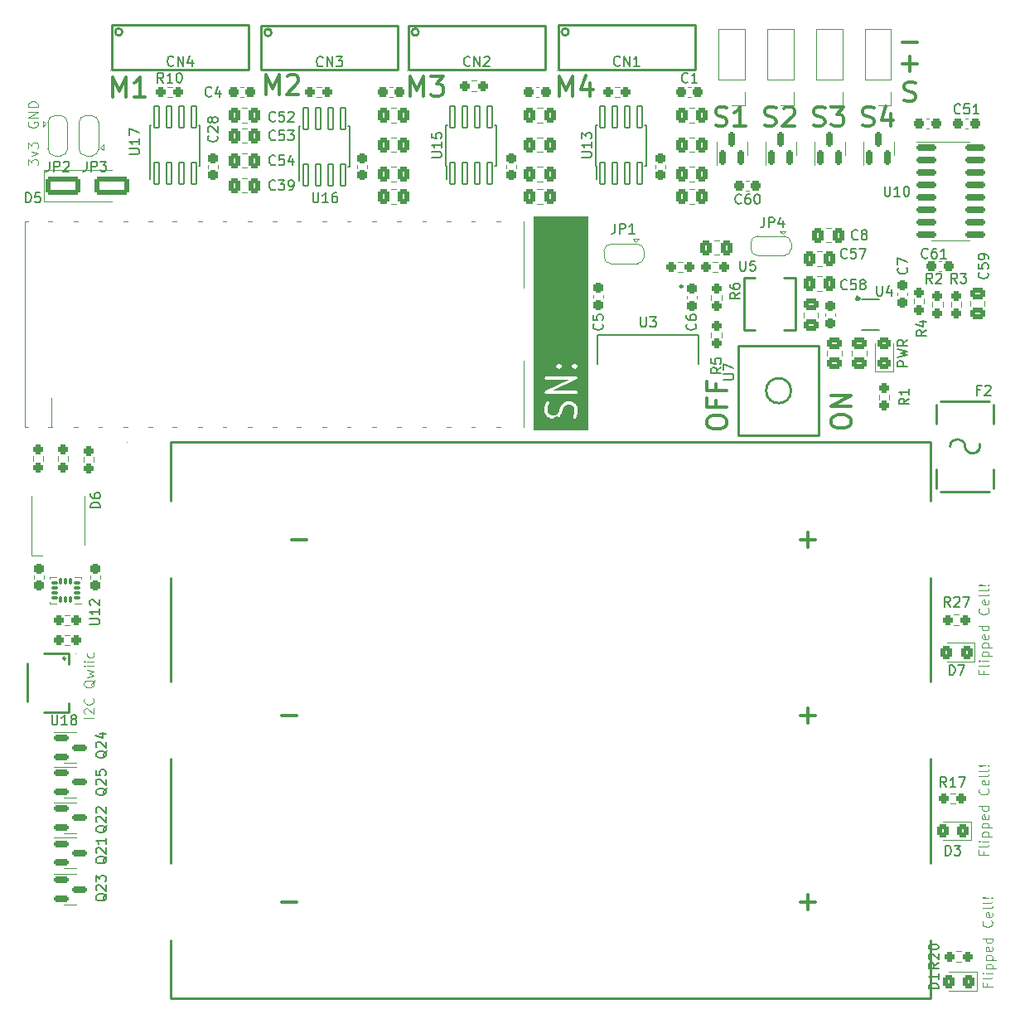
<source format=gbr>
%TF.GenerationSoftware,KiCad,Pcbnew,7.0.2-0*%
%TF.CreationDate,2024-06-06T04:37:27-07:00*%
%TF.ProjectId,version_1,76657273-696f-46e5-9f31-2e6b69636164,rev?*%
%TF.SameCoordinates,Original*%
%TF.FileFunction,Legend,Top*%
%TF.FilePolarity,Positive*%
%FSLAX46Y46*%
G04 Gerber Fmt 4.6, Leading zero omitted, Abs format (unit mm)*
G04 Created by KiCad (PCBNEW 7.0.2-0) date 2024-06-06 04:37:27*
%MOMM*%
%LPD*%
G01*
G04 APERTURE LIST*
G04 Aperture macros list*
%AMRoundRect*
0 Rectangle with rounded corners*
0 $1 Rounding radius*
0 $2 $3 $4 $5 $6 $7 $8 $9 X,Y pos of 4 corners*
0 Add a 4 corners polygon primitive as box body*
4,1,4,$2,$3,$4,$5,$6,$7,$8,$9,$2,$3,0*
0 Add four circle primitives for the rounded corners*
1,1,$1+$1,$2,$3*
1,1,$1+$1,$4,$5*
1,1,$1+$1,$6,$7*
1,1,$1+$1,$8,$9*
0 Add four rect primitives between the rounded corners*
20,1,$1+$1,$2,$3,$4,$5,0*
20,1,$1+$1,$4,$5,$6,$7,0*
20,1,$1+$1,$6,$7,$8,$9,0*
20,1,$1+$1,$8,$9,$2,$3,0*%
%AMFreePoly0*
4,1,19,0.550000,-0.750000,0.000000,-0.750000,0.000000,-0.744911,-0.071157,-0.744911,-0.207708,-0.704816,-0.327430,-0.627875,-0.420627,-0.520320,-0.479746,-0.390866,-0.500000,-0.250000,-0.500000,0.250000,-0.479746,0.390866,-0.420627,0.520320,-0.327430,0.627875,-0.207708,0.704816,-0.071157,0.744911,0.000000,0.744911,0.000000,0.750000,0.550000,0.750000,0.550000,-0.750000,0.550000,-0.750000,
$1*%
%AMFreePoly1*
4,1,19,0.000000,0.744911,0.071157,0.744911,0.207708,0.704816,0.327430,0.627875,0.420627,0.520320,0.479746,0.390866,0.500000,0.250000,0.500000,-0.250000,0.479746,-0.390866,0.420627,-0.520320,0.327430,-0.627875,0.207708,-0.704816,0.071157,-0.744911,0.000000,-0.744911,0.000000,-0.750000,-0.550000,-0.750000,-0.550000,0.750000,0.000000,0.750000,0.000000,0.744911,0.000000,0.744911,
$1*%
G04 Aperture macros list end*
%ADD10C,0.300000*%
%ADD11C,0.100000*%
%ADD12C,0.304800*%
%ADD13C,0.150000*%
%ADD14C,0.120000*%
%ADD15C,0.254000*%
%ADD16C,0.059995*%
%ADD17C,0.152400*%
%ADD18RoundRect,0.237500X-0.250000X-0.237500X0.250000X-0.237500X0.250000X0.237500X-0.250000X0.237500X0*%
%ADD19RoundRect,0.250000X-0.337500X-0.475000X0.337500X-0.475000X0.337500X0.475000X-0.337500X0.475000X0*%
%ADD20R,1.700000X1.700000*%
%ADD21O,1.700000X1.700000*%
%ADD22RoundRect,0.237500X0.237500X-0.250000X0.237500X0.250000X-0.237500X0.250000X-0.237500X-0.250000X0*%
%ADD23RoundRect,0.237500X0.300000X0.237500X-0.300000X0.237500X-0.300000X-0.237500X0.300000X-0.237500X0*%
%ADD24RoundRect,0.237500X0.250000X0.237500X-0.250000X0.237500X-0.250000X-0.237500X0.250000X-0.237500X0*%
%ADD25FreePoly0,270.000000*%
%ADD26R,1.500000X1.000000*%
%ADD27FreePoly1,270.000000*%
%ADD28RoundRect,0.150000X-0.850000X-0.150000X0.850000X-0.150000X0.850000X0.150000X-0.850000X0.150000X0*%
%ADD29FreePoly0,90.000000*%
%ADD30FreePoly1,90.000000*%
%ADD31RoundRect,0.250000X-0.475000X0.337500X-0.475000X-0.337500X0.475000X-0.337500X0.475000X0.337500X0*%
%ADD32RoundRect,0.237500X-0.237500X0.300000X-0.237500X-0.300000X0.237500X-0.300000X0.237500X0.300000X0*%
%ADD33FreePoly0,180.000000*%
%ADD34R,1.000000X1.500000*%
%ADD35FreePoly1,180.000000*%
%ADD36C,1.600000*%
%ADD37R,3.100000X2.400000*%
%ADD38RoundRect,0.070000X0.250000X-1.100000X0.250000X1.100000X-0.250000X1.100000X-0.250000X-1.100000X0*%
%ADD39C,0.770000*%
%ADD40R,1.550013X0.600000*%
%ADD41R,1.800000X1.200000*%
%ADD42R,2.500000X1.900000*%
%ADD43RoundRect,0.237500X-0.237500X0.250000X-0.237500X-0.250000X0.237500X-0.250000X0.237500X0.250000X0*%
%ADD44C,3.200000*%
%ADD45RoundRect,0.237500X-0.300000X-0.237500X0.300000X-0.237500X0.300000X0.237500X-0.300000X0.237500X0*%
%ADD46RoundRect,0.237500X0.237500X-0.300000X0.237500X0.300000X-0.237500X0.300000X-0.237500X-0.300000X0*%
%ADD47RoundRect,0.150000X-0.587500X-0.150000X0.587500X-0.150000X0.587500X0.150000X-0.587500X0.150000X0*%
%ADD48R,1.072009X0.532004*%
%ADD49RoundRect,0.250000X0.325000X0.450000X-0.325000X0.450000X-0.325000X-0.450000X0.325000X-0.450000X0*%
%ADD50RoundRect,0.150000X0.150000X-0.587500X0.150000X0.587500X-0.150000X0.587500X-0.150000X-0.587500X0*%
%ADD51O,1.800000X1.800000*%
%ADD52O,1.500000X1.500000*%
%ADD53R,1.700000X3.500000*%
%ADD54C,1.800000*%
%ADD55RoundRect,0.250000X-1.500000X-0.650000X1.500000X-0.650000X1.500000X0.650000X-1.500000X0.650000X0*%
%ADD56R,5.200000X7.400000*%
%ADD57RoundRect,0.087500X0.225000X0.087500X-0.225000X0.087500X-0.225000X-0.087500X0.225000X-0.087500X0*%
%ADD58RoundRect,0.087500X0.087500X0.225000X-0.087500X0.225000X-0.087500X-0.225000X0.087500X-0.225000X0*%
%ADD59R,5.300000X2.000000*%
%ADD60RoundRect,0.250000X0.475000X-0.337500X0.475000X0.337500X-0.475000X0.337500X-0.475000X-0.337500X0*%
%ADD61RoundRect,0.250000X0.450000X-0.325000X0.450000X0.325000X-0.450000X0.325000X-0.450000X-0.325000X0*%
%ADD62R,1.134011X3.358547*%
%ADD63R,10.566421X7.180544*%
%ADD64R,1.100000X2.000000*%
G04 APERTURE END LIST*
D10*
X110463896Y-22216377D02*
X111987706Y-22216377D01*
X100000000Y-72993333D02*
X101523810Y-72993333D01*
X100761905Y-73755238D02*
X100761905Y-72231428D01*
X48000000Y-72993333D02*
X49523810Y-72993333D01*
X60166190Y-27695238D02*
X60166190Y-25695238D01*
X60166190Y-25695238D02*
X60832857Y-27123809D01*
X60832857Y-27123809D02*
X61499523Y-25695238D01*
X61499523Y-25695238D02*
X61499523Y-27695238D01*
X62261428Y-25695238D02*
X63499523Y-25695238D01*
X63499523Y-25695238D02*
X62832856Y-26457142D01*
X62832856Y-26457142D02*
X63118571Y-26457142D01*
X63118571Y-26457142D02*
X63309047Y-26552380D01*
X63309047Y-26552380D02*
X63404285Y-26647619D01*
X63404285Y-26647619D02*
X63499523Y-26838095D01*
X63499523Y-26838095D02*
X63499523Y-27314285D01*
X63499523Y-27314285D02*
X63404285Y-27504761D01*
X63404285Y-27504761D02*
X63309047Y-27600000D01*
X63309047Y-27600000D02*
X63118571Y-27695238D01*
X63118571Y-27695238D02*
X62547142Y-27695238D01*
X62547142Y-27695238D02*
X62356666Y-27600000D01*
X62356666Y-27600000D02*
X62261428Y-27504761D01*
D11*
X21150238Y-30353095D02*
X21102619Y-30448333D01*
X21102619Y-30448333D02*
X21102619Y-30591190D01*
X21102619Y-30591190D02*
X21150238Y-30734047D01*
X21150238Y-30734047D02*
X21245476Y-30829285D01*
X21245476Y-30829285D02*
X21340714Y-30876904D01*
X21340714Y-30876904D02*
X21531190Y-30924523D01*
X21531190Y-30924523D02*
X21674047Y-30924523D01*
X21674047Y-30924523D02*
X21864523Y-30876904D01*
X21864523Y-30876904D02*
X21959761Y-30829285D01*
X21959761Y-30829285D02*
X22055000Y-30734047D01*
X22055000Y-30734047D02*
X22102619Y-30591190D01*
X22102619Y-30591190D02*
X22102619Y-30495952D01*
X22102619Y-30495952D02*
X22055000Y-30353095D01*
X22055000Y-30353095D02*
X22007380Y-30305476D01*
X22007380Y-30305476D02*
X21674047Y-30305476D01*
X21674047Y-30305476D02*
X21674047Y-30495952D01*
X22102619Y-29876904D02*
X21102619Y-29876904D01*
X21102619Y-29876904D02*
X22102619Y-29305476D01*
X22102619Y-29305476D02*
X21102619Y-29305476D01*
X22102619Y-28829285D02*
X21102619Y-28829285D01*
X21102619Y-28829285D02*
X21102619Y-28591190D01*
X21102619Y-28591190D02*
X21150238Y-28448333D01*
X21150238Y-28448333D02*
X21245476Y-28353095D01*
X21245476Y-28353095D02*
X21340714Y-28305476D01*
X21340714Y-28305476D02*
X21531190Y-28257857D01*
X21531190Y-28257857D02*
X21674047Y-28257857D01*
X21674047Y-28257857D02*
X21864523Y-28305476D01*
X21864523Y-28305476D02*
X21959761Y-28353095D01*
X21959761Y-28353095D02*
X22055000Y-28448333D01*
X22055000Y-28448333D02*
X22102619Y-28591190D01*
X22102619Y-28591190D02*
X22102619Y-28829285D01*
D10*
X45401190Y-27516211D02*
X45401190Y-25516211D01*
X45401190Y-25516211D02*
X46067857Y-26944782D01*
X46067857Y-26944782D02*
X46734523Y-25516211D01*
X46734523Y-25516211D02*
X46734523Y-27516211D01*
X47591666Y-25706687D02*
X47686904Y-25611449D01*
X47686904Y-25611449D02*
X47877380Y-25516211D01*
X47877380Y-25516211D02*
X48353571Y-25516211D01*
X48353571Y-25516211D02*
X48544047Y-25611449D01*
X48544047Y-25611449D02*
X48639285Y-25706687D01*
X48639285Y-25706687D02*
X48734523Y-25897163D01*
X48734523Y-25897163D02*
X48734523Y-26087639D01*
X48734523Y-26087639D02*
X48639285Y-26373353D01*
X48639285Y-26373353D02*
X47496428Y-27516211D01*
X47496428Y-27516211D02*
X48734523Y-27516211D01*
X100000000Y-90993333D02*
X101523810Y-90993333D01*
X100761905Y-91755238D02*
X100761905Y-90231428D01*
D11*
X21102619Y-34782142D02*
X21102619Y-34163095D01*
X21102619Y-34163095D02*
X21483571Y-34496428D01*
X21483571Y-34496428D02*
X21483571Y-34353571D01*
X21483571Y-34353571D02*
X21531190Y-34258333D01*
X21531190Y-34258333D02*
X21578809Y-34210714D01*
X21578809Y-34210714D02*
X21674047Y-34163095D01*
X21674047Y-34163095D02*
X21912142Y-34163095D01*
X21912142Y-34163095D02*
X22007380Y-34210714D01*
X22007380Y-34210714D02*
X22055000Y-34258333D01*
X22055000Y-34258333D02*
X22102619Y-34353571D01*
X22102619Y-34353571D02*
X22102619Y-34639285D01*
X22102619Y-34639285D02*
X22055000Y-34734523D01*
X22055000Y-34734523D02*
X22007380Y-34782142D01*
X21435952Y-33829761D02*
X22102619Y-33591666D01*
X22102619Y-33591666D02*
X21435952Y-33353571D01*
X21102619Y-33067856D02*
X21102619Y-32448809D01*
X21102619Y-32448809D02*
X21483571Y-32782142D01*
X21483571Y-32782142D02*
X21483571Y-32639285D01*
X21483571Y-32639285D02*
X21531190Y-32544047D01*
X21531190Y-32544047D02*
X21578809Y-32496428D01*
X21578809Y-32496428D02*
X21674047Y-32448809D01*
X21674047Y-32448809D02*
X21912142Y-32448809D01*
X21912142Y-32448809D02*
X22007380Y-32496428D01*
X22007380Y-32496428D02*
X22055000Y-32544047D01*
X22055000Y-32544047D02*
X22102619Y-32639285D01*
X22102619Y-32639285D02*
X22102619Y-32924999D01*
X22102619Y-32924999D02*
X22055000Y-33020237D01*
X22055000Y-33020237D02*
X22007380Y-33067856D01*
D10*
X110463896Y-24445905D02*
X111987706Y-24445905D01*
X111225801Y-25207810D02*
X111225801Y-23684000D01*
X29749190Y-27770211D02*
X29749190Y-25770211D01*
X29749190Y-25770211D02*
X30415857Y-27198782D01*
X30415857Y-27198782D02*
X31082523Y-25770211D01*
X31082523Y-25770211D02*
X31082523Y-27770211D01*
X33082523Y-27770211D02*
X31939666Y-27770211D01*
X32511094Y-27770211D02*
X32511094Y-25770211D01*
X32511094Y-25770211D02*
X32320618Y-26055925D01*
X32320618Y-26055925D02*
X32130142Y-26246401D01*
X32130142Y-26246401D02*
X31939666Y-26341639D01*
X47000000Y-90993333D02*
X48523810Y-90993333D01*
X100000000Y-109993333D02*
X101523810Y-109993333D01*
X100761905Y-110755238D02*
X100761905Y-109231428D01*
X106380952Y-30702973D02*
X106666666Y-30798211D01*
X106666666Y-30798211D02*
X107142857Y-30798211D01*
X107142857Y-30798211D02*
X107333333Y-30702973D01*
X107333333Y-30702973D02*
X107428571Y-30607734D01*
X107428571Y-30607734D02*
X107523809Y-30417258D01*
X107523809Y-30417258D02*
X107523809Y-30226782D01*
X107523809Y-30226782D02*
X107428571Y-30036306D01*
X107428571Y-30036306D02*
X107333333Y-29941068D01*
X107333333Y-29941068D02*
X107142857Y-29845830D01*
X107142857Y-29845830D02*
X106761904Y-29750592D01*
X106761904Y-29750592D02*
X106571428Y-29655353D01*
X106571428Y-29655353D02*
X106476190Y-29560115D01*
X106476190Y-29560115D02*
X106380952Y-29369639D01*
X106380952Y-29369639D02*
X106380952Y-29179163D01*
X106380952Y-29179163D02*
X106476190Y-28988687D01*
X106476190Y-28988687D02*
X106571428Y-28893449D01*
X106571428Y-28893449D02*
X106761904Y-28798211D01*
X106761904Y-28798211D02*
X107238095Y-28798211D01*
X107238095Y-28798211D02*
X107523809Y-28893449D01*
X109238095Y-29464877D02*
X109238095Y-30798211D01*
X108761904Y-28702973D02*
X108285714Y-30131544D01*
X108285714Y-30131544D02*
X109523809Y-30131544D01*
X103165238Y-61118333D02*
X103165238Y-60737380D01*
X103165238Y-60737380D02*
X103260476Y-60546904D01*
X103260476Y-60546904D02*
X103450952Y-60356428D01*
X103450952Y-60356428D02*
X103831904Y-60261190D01*
X103831904Y-60261190D02*
X104498571Y-60261190D01*
X104498571Y-60261190D02*
X104879523Y-60356428D01*
X104879523Y-60356428D02*
X105070000Y-60546904D01*
X105070000Y-60546904D02*
X105165238Y-60737380D01*
X105165238Y-60737380D02*
X105165238Y-61118333D01*
X105165238Y-61118333D02*
X105070000Y-61308809D01*
X105070000Y-61308809D02*
X104879523Y-61499285D01*
X104879523Y-61499285D02*
X104498571Y-61594523D01*
X104498571Y-61594523D02*
X103831904Y-61594523D01*
X103831904Y-61594523D02*
X103450952Y-61499285D01*
X103450952Y-61499285D02*
X103260476Y-61308809D01*
X103260476Y-61308809D02*
X103165238Y-61118333D01*
X105165238Y-59404047D02*
X103165238Y-59404047D01*
X103165238Y-59404047D02*
X105165238Y-58261190D01*
X105165238Y-58261190D02*
X103165238Y-58261190D01*
D11*
X118733809Y-104838571D02*
X118733809Y-105171904D01*
X119257619Y-105171904D02*
X118257619Y-105171904D01*
X118257619Y-105171904D02*
X118257619Y-104695714D01*
X119257619Y-104171904D02*
X119210000Y-104267142D01*
X119210000Y-104267142D02*
X119114761Y-104314761D01*
X119114761Y-104314761D02*
X118257619Y-104314761D01*
X119257619Y-103790951D02*
X118590952Y-103790951D01*
X118257619Y-103790951D02*
X118305238Y-103838570D01*
X118305238Y-103838570D02*
X118352857Y-103790951D01*
X118352857Y-103790951D02*
X118305238Y-103743332D01*
X118305238Y-103743332D02*
X118257619Y-103790951D01*
X118257619Y-103790951D02*
X118352857Y-103790951D01*
X118590952Y-103314761D02*
X119590952Y-103314761D01*
X118638571Y-103314761D02*
X118590952Y-103219523D01*
X118590952Y-103219523D02*
X118590952Y-103029047D01*
X118590952Y-103029047D02*
X118638571Y-102933809D01*
X118638571Y-102933809D02*
X118686190Y-102886190D01*
X118686190Y-102886190D02*
X118781428Y-102838571D01*
X118781428Y-102838571D02*
X119067142Y-102838571D01*
X119067142Y-102838571D02*
X119162380Y-102886190D01*
X119162380Y-102886190D02*
X119210000Y-102933809D01*
X119210000Y-102933809D02*
X119257619Y-103029047D01*
X119257619Y-103029047D02*
X119257619Y-103219523D01*
X119257619Y-103219523D02*
X119210000Y-103314761D01*
X118590952Y-102409999D02*
X119590952Y-102409999D01*
X118638571Y-102409999D02*
X118590952Y-102314761D01*
X118590952Y-102314761D02*
X118590952Y-102124285D01*
X118590952Y-102124285D02*
X118638571Y-102029047D01*
X118638571Y-102029047D02*
X118686190Y-101981428D01*
X118686190Y-101981428D02*
X118781428Y-101933809D01*
X118781428Y-101933809D02*
X119067142Y-101933809D01*
X119067142Y-101933809D02*
X119162380Y-101981428D01*
X119162380Y-101981428D02*
X119210000Y-102029047D01*
X119210000Y-102029047D02*
X119257619Y-102124285D01*
X119257619Y-102124285D02*
X119257619Y-102314761D01*
X119257619Y-102314761D02*
X119210000Y-102409999D01*
X119210000Y-101124285D02*
X119257619Y-101219523D01*
X119257619Y-101219523D02*
X119257619Y-101409999D01*
X119257619Y-101409999D02*
X119210000Y-101505237D01*
X119210000Y-101505237D02*
X119114761Y-101552856D01*
X119114761Y-101552856D02*
X118733809Y-101552856D01*
X118733809Y-101552856D02*
X118638571Y-101505237D01*
X118638571Y-101505237D02*
X118590952Y-101409999D01*
X118590952Y-101409999D02*
X118590952Y-101219523D01*
X118590952Y-101219523D02*
X118638571Y-101124285D01*
X118638571Y-101124285D02*
X118733809Y-101076666D01*
X118733809Y-101076666D02*
X118829047Y-101076666D01*
X118829047Y-101076666D02*
X118924285Y-101552856D01*
X119257619Y-100219523D02*
X118257619Y-100219523D01*
X119210000Y-100219523D02*
X119257619Y-100314761D01*
X119257619Y-100314761D02*
X119257619Y-100505237D01*
X119257619Y-100505237D02*
X119210000Y-100600475D01*
X119210000Y-100600475D02*
X119162380Y-100648094D01*
X119162380Y-100648094D02*
X119067142Y-100695713D01*
X119067142Y-100695713D02*
X118781428Y-100695713D01*
X118781428Y-100695713D02*
X118686190Y-100648094D01*
X118686190Y-100648094D02*
X118638571Y-100600475D01*
X118638571Y-100600475D02*
X118590952Y-100505237D01*
X118590952Y-100505237D02*
X118590952Y-100314761D01*
X118590952Y-100314761D02*
X118638571Y-100219523D01*
X119162380Y-98409999D02*
X119210000Y-98457618D01*
X119210000Y-98457618D02*
X119257619Y-98600475D01*
X119257619Y-98600475D02*
X119257619Y-98695713D01*
X119257619Y-98695713D02*
X119210000Y-98838570D01*
X119210000Y-98838570D02*
X119114761Y-98933808D01*
X119114761Y-98933808D02*
X119019523Y-98981427D01*
X119019523Y-98981427D02*
X118829047Y-99029046D01*
X118829047Y-99029046D02*
X118686190Y-99029046D01*
X118686190Y-99029046D02*
X118495714Y-98981427D01*
X118495714Y-98981427D02*
X118400476Y-98933808D01*
X118400476Y-98933808D02*
X118305238Y-98838570D01*
X118305238Y-98838570D02*
X118257619Y-98695713D01*
X118257619Y-98695713D02*
X118257619Y-98600475D01*
X118257619Y-98600475D02*
X118305238Y-98457618D01*
X118305238Y-98457618D02*
X118352857Y-98409999D01*
X119210000Y-97600475D02*
X119257619Y-97695713D01*
X119257619Y-97695713D02*
X119257619Y-97886189D01*
X119257619Y-97886189D02*
X119210000Y-97981427D01*
X119210000Y-97981427D02*
X119114761Y-98029046D01*
X119114761Y-98029046D02*
X118733809Y-98029046D01*
X118733809Y-98029046D02*
X118638571Y-97981427D01*
X118638571Y-97981427D02*
X118590952Y-97886189D01*
X118590952Y-97886189D02*
X118590952Y-97695713D01*
X118590952Y-97695713D02*
X118638571Y-97600475D01*
X118638571Y-97600475D02*
X118733809Y-97552856D01*
X118733809Y-97552856D02*
X118829047Y-97552856D01*
X118829047Y-97552856D02*
X118924285Y-98029046D01*
X119257619Y-96981427D02*
X119210000Y-97076665D01*
X119210000Y-97076665D02*
X119114761Y-97124284D01*
X119114761Y-97124284D02*
X118257619Y-97124284D01*
X119257619Y-96457617D02*
X119210000Y-96552855D01*
X119210000Y-96552855D02*
X119114761Y-96600474D01*
X119114761Y-96600474D02*
X118257619Y-96600474D01*
X119162380Y-96076664D02*
X119210000Y-96029045D01*
X119210000Y-96029045D02*
X119257619Y-96076664D01*
X119257619Y-96076664D02*
X119210000Y-96124283D01*
X119210000Y-96124283D02*
X119162380Y-96076664D01*
X119162380Y-96076664D02*
X119257619Y-96076664D01*
X118876666Y-96076664D02*
X118305238Y-96124283D01*
X118305238Y-96124283D02*
X118257619Y-96076664D01*
X118257619Y-96076664D02*
X118305238Y-96029045D01*
X118305238Y-96029045D02*
X118876666Y-96076664D01*
X118876666Y-96076664D02*
X118257619Y-96076664D01*
D10*
X90465238Y-61181667D02*
X90465238Y-60800714D01*
X90465238Y-60800714D02*
X90560476Y-60610238D01*
X90560476Y-60610238D02*
X90750952Y-60419762D01*
X90750952Y-60419762D02*
X91131904Y-60324524D01*
X91131904Y-60324524D02*
X91798571Y-60324524D01*
X91798571Y-60324524D02*
X92179523Y-60419762D01*
X92179523Y-60419762D02*
X92370000Y-60610238D01*
X92370000Y-60610238D02*
X92465238Y-60800714D01*
X92465238Y-60800714D02*
X92465238Y-61181667D01*
X92465238Y-61181667D02*
X92370000Y-61372143D01*
X92370000Y-61372143D02*
X92179523Y-61562619D01*
X92179523Y-61562619D02*
X91798571Y-61657857D01*
X91798571Y-61657857D02*
X91131904Y-61657857D01*
X91131904Y-61657857D02*
X90750952Y-61562619D01*
X90750952Y-61562619D02*
X90560476Y-61372143D01*
X90560476Y-61372143D02*
X90465238Y-61181667D01*
X91417619Y-58800714D02*
X91417619Y-59467381D01*
X92465238Y-59467381D02*
X90465238Y-59467381D01*
X90465238Y-59467381D02*
X90465238Y-58515000D01*
X91417619Y-57086428D02*
X91417619Y-57753095D01*
X92465238Y-57753095D02*
X90465238Y-57753095D01*
X90465238Y-57753095D02*
X90465238Y-56800714D01*
X75406190Y-27695238D02*
X75406190Y-25695238D01*
X75406190Y-25695238D02*
X76072857Y-27123809D01*
X76072857Y-27123809D02*
X76739523Y-25695238D01*
X76739523Y-25695238D02*
X76739523Y-27695238D01*
X78549047Y-26361904D02*
X78549047Y-27695238D01*
X78072856Y-25600000D02*
X77596666Y-27028571D01*
X77596666Y-27028571D02*
X78834761Y-27028571D01*
D12*
G36*
X78362629Y-61852629D02*
G01*
X72767371Y-61852629D01*
X72767371Y-59417724D01*
X73893027Y-59417724D01*
X73896582Y-59424614D01*
X73896582Y-59990028D01*
X73895277Y-60032417D01*
X73908254Y-60054046D01*
X73915362Y-60078252D01*
X73930808Y-60091636D01*
X74054164Y-60297228D01*
X74062184Y-60322714D01*
X74093629Y-60348918D01*
X74123727Y-60376666D01*
X74127778Y-60377376D01*
X74225725Y-60458999D01*
X74239346Y-60478704D01*
X74279673Y-60495507D01*
X74319695Y-60512861D01*
X74320864Y-60512669D01*
X74558499Y-60611684D01*
X74584805Y-60628590D01*
X74621222Y-60628590D01*
X74657428Y-60632559D01*
X74665398Y-60628590D01*
X74906362Y-60628590D01*
X74937149Y-60634078D01*
X74970765Y-60620070D01*
X75005712Y-60609810D01*
X75011543Y-60603080D01*
X75249541Y-60503913D01*
X75273312Y-60500962D01*
X75306847Y-60473015D01*
X75340783Y-60445552D01*
X75341155Y-60444425D01*
X75438977Y-60362907D01*
X75462927Y-60351066D01*
X75483989Y-60315961D01*
X75506778Y-60281961D01*
X75506857Y-60277848D01*
X75618348Y-60092029D01*
X75633525Y-60079034D01*
X75640904Y-60054435D01*
X75642366Y-60052000D01*
X75647185Y-60033499D01*
X75786046Y-59570628D01*
X75908094Y-59367216D01*
X76015713Y-59277533D01*
X76256605Y-59177161D01*
X76485930Y-59177161D01*
X76726824Y-59277534D01*
X76834441Y-59367214D01*
X76944582Y-59550782D01*
X76944582Y-60083982D01*
X76802202Y-60439935D01*
X76795885Y-60506295D01*
X76836919Y-60585831D01*
X76914439Y-60630557D01*
X77003833Y-60626273D01*
X77076721Y-60574338D01*
X77233069Y-60183465D01*
X77249382Y-60158082D01*
X77249382Y-60120572D01*
X77252937Y-60083227D01*
X77249382Y-60076336D01*
X77249382Y-59510922D01*
X77250687Y-59468534D01*
X77237709Y-59446903D01*
X77230602Y-59422699D01*
X77215155Y-59409315D01*
X77091799Y-59203719D01*
X77083781Y-59178237D01*
X77052342Y-59152037D01*
X77022238Y-59124285D01*
X77018186Y-59123574D01*
X76920239Y-59041952D01*
X76906620Y-59022248D01*
X76866313Y-59005453D01*
X76826269Y-58988090D01*
X76825099Y-58988281D01*
X76587466Y-58889266D01*
X76561160Y-58872361D01*
X76524743Y-58872361D01*
X76488537Y-58868392D01*
X76480566Y-58872361D01*
X76239603Y-58872361D01*
X76208816Y-58866873D01*
X76175199Y-58880879D01*
X76140253Y-58891141D01*
X76134421Y-58897870D01*
X75896423Y-58997037D01*
X75872654Y-58999989D01*
X75839124Y-59027930D01*
X75805181Y-59055401D01*
X75804809Y-59056526D01*
X75706988Y-59138043D01*
X75683038Y-59149885D01*
X75661974Y-59184991D01*
X75639187Y-59218990D01*
X75639107Y-59223101D01*
X75527615Y-59408922D01*
X75512440Y-59421917D01*
X75505061Y-59446511D01*
X75503598Y-59448951D01*
X75498774Y-59467467D01*
X75359918Y-59930321D01*
X75237868Y-60133738D01*
X75130251Y-60223418D01*
X74889360Y-60323790D01*
X74660034Y-60323790D01*
X74419138Y-60223417D01*
X74311523Y-60133737D01*
X74201382Y-59950167D01*
X74201382Y-59416969D01*
X74343763Y-59061016D01*
X74350080Y-58994656D01*
X74309046Y-58915120D01*
X74231527Y-58870394D01*
X74142132Y-58874678D01*
X74069244Y-58926613D01*
X73912894Y-59317486D01*
X73896582Y-59342870D01*
X73896582Y-59380378D01*
X73893027Y-59417724D01*
X72767371Y-59417724D01*
X72767371Y-57938734D01*
X73890169Y-57938734D01*
X73893233Y-57948583D01*
X73891765Y-57958794D01*
X73906336Y-57990700D01*
X73916755Y-58024191D01*
X73924657Y-58030820D01*
X73928943Y-58040204D01*
X73958451Y-58059168D01*
X73985323Y-58081709D01*
X73995555Y-58083013D01*
X74004233Y-58088590D01*
X74039307Y-58088590D01*
X74074102Y-58093025D01*
X74083415Y-58088590D01*
X77118894Y-58088590D01*
X77182854Y-58069810D01*
X77241462Y-58002172D01*
X77254199Y-57913586D01*
X77217021Y-57832176D01*
X77141731Y-57783790D01*
X74723495Y-57783790D01*
X77151550Y-56627572D01*
X77182854Y-56618381D01*
X77205823Y-56591872D01*
X77231960Y-56568482D01*
X77234707Y-56558538D01*
X77241462Y-56550743D01*
X77246453Y-56516025D01*
X77255795Y-56482217D01*
X77252730Y-56472367D01*
X77254199Y-56462157D01*
X77239627Y-56430250D01*
X77229209Y-56396760D01*
X77221306Y-56390130D01*
X77217021Y-56380747D01*
X77187512Y-56361782D01*
X77160641Y-56339242D01*
X77150408Y-56337937D01*
X77141731Y-56332361D01*
X77106657Y-56332361D01*
X77071862Y-56327926D01*
X77062549Y-56332361D01*
X74027070Y-56332361D01*
X73963110Y-56351141D01*
X73904502Y-56418779D01*
X73891765Y-56507365D01*
X73928943Y-56588775D01*
X74004233Y-56637161D01*
X76422469Y-56637161D01*
X73994413Y-57793378D01*
X73963110Y-57802570D01*
X73940140Y-57829078D01*
X73914004Y-57852469D01*
X73911256Y-57862412D01*
X73904502Y-57870208D01*
X73899510Y-57904925D01*
X73890169Y-57938734D01*
X72767371Y-57938734D01*
X72767371Y-55278297D01*
X75051320Y-55278297D01*
X75054338Y-55287890D01*
X75052908Y-55297842D01*
X75057085Y-55306989D01*
X75056892Y-55317043D01*
X75070431Y-55339030D01*
X75078184Y-55363668D01*
X75085908Y-55370105D01*
X75090086Y-55379252D01*
X75098547Y-55384689D01*
X75103819Y-55393251D01*
X75127097Y-55404428D01*
X75238562Y-55497315D01*
X75248961Y-55514203D01*
X75272243Y-55525382D01*
X75274538Y-55527295D01*
X75291941Y-55534841D01*
X75329639Y-55552943D01*
X75332786Y-55552552D01*
X75335696Y-55553814D01*
X75376962Y-55547066D01*
X75418455Y-55541915D01*
X75420891Y-55539884D01*
X75424021Y-55539373D01*
X75455089Y-55511386D01*
X75566034Y-55418932D01*
X75569163Y-55418421D01*
X75576633Y-55411691D01*
X75586283Y-55408858D01*
X75607481Y-55384392D01*
X75614809Y-55378287D01*
X75616473Y-55375803D01*
X75635659Y-55358521D01*
X75638305Y-55348819D01*
X75644891Y-55341220D01*
X75646321Y-55331268D01*
X75651921Y-55322914D01*
X75652418Y-55297094D01*
X75657547Y-55278297D01*
X76647892Y-55278297D01*
X76650910Y-55287890D01*
X76649480Y-55297842D01*
X76653657Y-55306989D01*
X76653464Y-55317043D01*
X76667003Y-55339030D01*
X76674756Y-55363668D01*
X76682480Y-55370105D01*
X76686658Y-55379252D01*
X76695119Y-55384689D01*
X76700391Y-55393251D01*
X76723669Y-55404428D01*
X76835134Y-55497315D01*
X76845533Y-55514203D01*
X76868814Y-55525382D01*
X76871110Y-55527295D01*
X76888519Y-55534843D01*
X76926212Y-55552943D01*
X76929358Y-55552552D01*
X76932268Y-55553814D01*
X76973546Y-55547065D01*
X77015027Y-55541914D01*
X77017461Y-55539884D01*
X77020593Y-55539373D01*
X77051675Y-55511373D01*
X77162605Y-55418932D01*
X77165733Y-55418421D01*
X77173203Y-55411691D01*
X77182854Y-55408858D01*
X77204052Y-55384392D01*
X77211380Y-55378287D01*
X77213046Y-55375801D01*
X77232229Y-55358521D01*
X77234875Y-55348821D01*
X77241462Y-55341220D01*
X77242893Y-55331267D01*
X77248492Y-55322913D01*
X77248989Y-55297091D01*
X77255786Y-55272180D01*
X77252767Y-55262588D01*
X77254199Y-55252634D01*
X77250021Y-55243486D01*
X77250215Y-55233433D01*
X77236674Y-55211442D01*
X77228923Y-55186809D01*
X77221198Y-55180371D01*
X77217021Y-55171224D01*
X77208561Y-55165787D01*
X77203289Y-55157225D01*
X77180008Y-55146046D01*
X77068544Y-55053158D01*
X77058146Y-55036272D01*
X77034868Y-55025094D01*
X77032572Y-55023181D01*
X77015152Y-55015627D01*
X76977468Y-54997532D01*
X76974323Y-54997922D01*
X76971414Y-54996661D01*
X76930141Y-55003408D01*
X76888653Y-55008561D01*
X76886217Y-55010590D01*
X76883089Y-55011102D01*
X76852017Y-55039090D01*
X76741072Y-55131544D01*
X76737945Y-55132056D01*
X76730475Y-55138784D01*
X76720825Y-55141618D01*
X76699626Y-55166083D01*
X76692299Y-55172189D01*
X76690633Y-55174673D01*
X76671449Y-55191955D01*
X76668802Y-55201656D01*
X76662217Y-55209256D01*
X76660786Y-55219207D01*
X76655187Y-55227562D01*
X76654689Y-55253381D01*
X76647892Y-55278297D01*
X75657547Y-55278297D01*
X75659216Y-55272180D01*
X75656197Y-55262586D01*
X75657628Y-55252634D01*
X75653451Y-55243488D01*
X75653645Y-55233433D01*
X75640103Y-55211441D01*
X75632352Y-55186809D01*
X75624627Y-55180372D01*
X75620450Y-55171224D01*
X75611990Y-55165787D01*
X75606718Y-55157225D01*
X75583435Y-55146045D01*
X75471972Y-55053159D01*
X75461574Y-55036272D01*
X75438293Y-55025093D01*
X75435999Y-55023181D01*
X75418589Y-55015631D01*
X75380896Y-54997532D01*
X75377750Y-54997922D01*
X75374841Y-54996661D01*
X75333565Y-55003409D01*
X75292081Y-55008561D01*
X75289645Y-55010590D01*
X75286516Y-55011102D01*
X75255445Y-55039090D01*
X75144500Y-55131544D01*
X75141373Y-55132056D01*
X75133903Y-55138784D01*
X75124253Y-55141618D01*
X75103054Y-55166083D01*
X75095727Y-55172189D01*
X75094061Y-55174673D01*
X75074877Y-55191955D01*
X75072230Y-55201656D01*
X75065645Y-55209256D01*
X75064214Y-55219207D01*
X75058615Y-55227562D01*
X75058117Y-55253381D01*
X75051320Y-55278297D01*
X72767371Y-55278297D01*
X72767371Y-39977181D01*
X78362629Y-39977181D01*
X78362629Y-61852629D01*
G37*
D11*
X118733809Y-86423571D02*
X118733809Y-86756904D01*
X119257619Y-86756904D02*
X118257619Y-86756904D01*
X118257619Y-86756904D02*
X118257619Y-86280714D01*
X119257619Y-85756904D02*
X119210000Y-85852142D01*
X119210000Y-85852142D02*
X119114761Y-85899761D01*
X119114761Y-85899761D02*
X118257619Y-85899761D01*
X119257619Y-85375951D02*
X118590952Y-85375951D01*
X118257619Y-85375951D02*
X118305238Y-85423570D01*
X118305238Y-85423570D02*
X118352857Y-85375951D01*
X118352857Y-85375951D02*
X118305238Y-85328332D01*
X118305238Y-85328332D02*
X118257619Y-85375951D01*
X118257619Y-85375951D02*
X118352857Y-85375951D01*
X118590952Y-84899761D02*
X119590952Y-84899761D01*
X118638571Y-84899761D02*
X118590952Y-84804523D01*
X118590952Y-84804523D02*
X118590952Y-84614047D01*
X118590952Y-84614047D02*
X118638571Y-84518809D01*
X118638571Y-84518809D02*
X118686190Y-84471190D01*
X118686190Y-84471190D02*
X118781428Y-84423571D01*
X118781428Y-84423571D02*
X119067142Y-84423571D01*
X119067142Y-84423571D02*
X119162380Y-84471190D01*
X119162380Y-84471190D02*
X119210000Y-84518809D01*
X119210000Y-84518809D02*
X119257619Y-84614047D01*
X119257619Y-84614047D02*
X119257619Y-84804523D01*
X119257619Y-84804523D02*
X119210000Y-84899761D01*
X118590952Y-83994999D02*
X119590952Y-83994999D01*
X118638571Y-83994999D02*
X118590952Y-83899761D01*
X118590952Y-83899761D02*
X118590952Y-83709285D01*
X118590952Y-83709285D02*
X118638571Y-83614047D01*
X118638571Y-83614047D02*
X118686190Y-83566428D01*
X118686190Y-83566428D02*
X118781428Y-83518809D01*
X118781428Y-83518809D02*
X119067142Y-83518809D01*
X119067142Y-83518809D02*
X119162380Y-83566428D01*
X119162380Y-83566428D02*
X119210000Y-83614047D01*
X119210000Y-83614047D02*
X119257619Y-83709285D01*
X119257619Y-83709285D02*
X119257619Y-83899761D01*
X119257619Y-83899761D02*
X119210000Y-83994999D01*
X119210000Y-82709285D02*
X119257619Y-82804523D01*
X119257619Y-82804523D02*
X119257619Y-82994999D01*
X119257619Y-82994999D02*
X119210000Y-83090237D01*
X119210000Y-83090237D02*
X119114761Y-83137856D01*
X119114761Y-83137856D02*
X118733809Y-83137856D01*
X118733809Y-83137856D02*
X118638571Y-83090237D01*
X118638571Y-83090237D02*
X118590952Y-82994999D01*
X118590952Y-82994999D02*
X118590952Y-82804523D01*
X118590952Y-82804523D02*
X118638571Y-82709285D01*
X118638571Y-82709285D02*
X118733809Y-82661666D01*
X118733809Y-82661666D02*
X118829047Y-82661666D01*
X118829047Y-82661666D02*
X118924285Y-83137856D01*
X119257619Y-81804523D02*
X118257619Y-81804523D01*
X119210000Y-81804523D02*
X119257619Y-81899761D01*
X119257619Y-81899761D02*
X119257619Y-82090237D01*
X119257619Y-82090237D02*
X119210000Y-82185475D01*
X119210000Y-82185475D02*
X119162380Y-82233094D01*
X119162380Y-82233094D02*
X119067142Y-82280713D01*
X119067142Y-82280713D02*
X118781428Y-82280713D01*
X118781428Y-82280713D02*
X118686190Y-82233094D01*
X118686190Y-82233094D02*
X118638571Y-82185475D01*
X118638571Y-82185475D02*
X118590952Y-82090237D01*
X118590952Y-82090237D02*
X118590952Y-81899761D01*
X118590952Y-81899761D02*
X118638571Y-81804523D01*
X119162380Y-79994999D02*
X119210000Y-80042618D01*
X119210000Y-80042618D02*
X119257619Y-80185475D01*
X119257619Y-80185475D02*
X119257619Y-80280713D01*
X119257619Y-80280713D02*
X119210000Y-80423570D01*
X119210000Y-80423570D02*
X119114761Y-80518808D01*
X119114761Y-80518808D02*
X119019523Y-80566427D01*
X119019523Y-80566427D02*
X118829047Y-80614046D01*
X118829047Y-80614046D02*
X118686190Y-80614046D01*
X118686190Y-80614046D02*
X118495714Y-80566427D01*
X118495714Y-80566427D02*
X118400476Y-80518808D01*
X118400476Y-80518808D02*
X118305238Y-80423570D01*
X118305238Y-80423570D02*
X118257619Y-80280713D01*
X118257619Y-80280713D02*
X118257619Y-80185475D01*
X118257619Y-80185475D02*
X118305238Y-80042618D01*
X118305238Y-80042618D02*
X118352857Y-79994999D01*
X119210000Y-79185475D02*
X119257619Y-79280713D01*
X119257619Y-79280713D02*
X119257619Y-79471189D01*
X119257619Y-79471189D02*
X119210000Y-79566427D01*
X119210000Y-79566427D02*
X119114761Y-79614046D01*
X119114761Y-79614046D02*
X118733809Y-79614046D01*
X118733809Y-79614046D02*
X118638571Y-79566427D01*
X118638571Y-79566427D02*
X118590952Y-79471189D01*
X118590952Y-79471189D02*
X118590952Y-79280713D01*
X118590952Y-79280713D02*
X118638571Y-79185475D01*
X118638571Y-79185475D02*
X118733809Y-79137856D01*
X118733809Y-79137856D02*
X118829047Y-79137856D01*
X118829047Y-79137856D02*
X118924285Y-79614046D01*
X119257619Y-78566427D02*
X119210000Y-78661665D01*
X119210000Y-78661665D02*
X119114761Y-78709284D01*
X119114761Y-78709284D02*
X118257619Y-78709284D01*
X119257619Y-78042617D02*
X119210000Y-78137855D01*
X119210000Y-78137855D02*
X119114761Y-78185474D01*
X119114761Y-78185474D02*
X118257619Y-78185474D01*
X119162380Y-77661664D02*
X119210000Y-77614045D01*
X119210000Y-77614045D02*
X119257619Y-77661664D01*
X119257619Y-77661664D02*
X119210000Y-77709283D01*
X119210000Y-77709283D02*
X119162380Y-77661664D01*
X119162380Y-77661664D02*
X119257619Y-77661664D01*
X118876666Y-77661664D02*
X118305238Y-77709283D01*
X118305238Y-77709283D02*
X118257619Y-77661664D01*
X118257619Y-77661664D02*
X118305238Y-77614045D01*
X118305238Y-77614045D02*
X118876666Y-77661664D01*
X118876666Y-77661664D02*
X118257619Y-77661664D01*
D10*
X110634870Y-28157374D02*
X110920584Y-28252612D01*
X110920584Y-28252612D02*
X111396775Y-28252612D01*
X111396775Y-28252612D02*
X111587251Y-28157374D01*
X111587251Y-28157374D02*
X111682489Y-28062135D01*
X111682489Y-28062135D02*
X111777727Y-27871659D01*
X111777727Y-27871659D02*
X111777727Y-27681183D01*
X111777727Y-27681183D02*
X111682489Y-27490707D01*
X111682489Y-27490707D02*
X111587251Y-27395469D01*
X111587251Y-27395469D02*
X111396775Y-27300231D01*
X111396775Y-27300231D02*
X111015822Y-27204993D01*
X111015822Y-27204993D02*
X110825346Y-27109754D01*
X110825346Y-27109754D02*
X110730108Y-27014516D01*
X110730108Y-27014516D02*
X110634870Y-26824040D01*
X110634870Y-26824040D02*
X110634870Y-26633564D01*
X110634870Y-26633564D02*
X110730108Y-26443088D01*
X110730108Y-26443088D02*
X110825346Y-26347850D01*
X110825346Y-26347850D02*
X111015822Y-26252612D01*
X111015822Y-26252612D02*
X111492013Y-26252612D01*
X111492013Y-26252612D02*
X111777727Y-26347850D01*
X91380952Y-30702973D02*
X91666666Y-30798211D01*
X91666666Y-30798211D02*
X92142857Y-30798211D01*
X92142857Y-30798211D02*
X92333333Y-30702973D01*
X92333333Y-30702973D02*
X92428571Y-30607734D01*
X92428571Y-30607734D02*
X92523809Y-30417258D01*
X92523809Y-30417258D02*
X92523809Y-30226782D01*
X92523809Y-30226782D02*
X92428571Y-30036306D01*
X92428571Y-30036306D02*
X92333333Y-29941068D01*
X92333333Y-29941068D02*
X92142857Y-29845830D01*
X92142857Y-29845830D02*
X91761904Y-29750592D01*
X91761904Y-29750592D02*
X91571428Y-29655353D01*
X91571428Y-29655353D02*
X91476190Y-29560115D01*
X91476190Y-29560115D02*
X91380952Y-29369639D01*
X91380952Y-29369639D02*
X91380952Y-29179163D01*
X91380952Y-29179163D02*
X91476190Y-28988687D01*
X91476190Y-28988687D02*
X91571428Y-28893449D01*
X91571428Y-28893449D02*
X91761904Y-28798211D01*
X91761904Y-28798211D02*
X92238095Y-28798211D01*
X92238095Y-28798211D02*
X92523809Y-28893449D01*
X94428571Y-30798211D02*
X93285714Y-30798211D01*
X93857142Y-30798211D02*
X93857142Y-28798211D01*
X93857142Y-28798211D02*
X93666666Y-29083925D01*
X93666666Y-29083925D02*
X93476190Y-29274401D01*
X93476190Y-29274401D02*
X93285714Y-29369639D01*
D11*
X119102216Y-118330218D02*
X119102216Y-118663551D01*
X119626026Y-118663551D02*
X118626026Y-118663551D01*
X118626026Y-118663551D02*
X118626026Y-118187361D01*
X119626026Y-117663551D02*
X119578407Y-117758789D01*
X119578407Y-117758789D02*
X119483168Y-117806408D01*
X119483168Y-117806408D02*
X118626026Y-117806408D01*
X119626026Y-117282598D02*
X118959359Y-117282598D01*
X118626026Y-117282598D02*
X118673645Y-117330217D01*
X118673645Y-117330217D02*
X118721264Y-117282598D01*
X118721264Y-117282598D02*
X118673645Y-117234979D01*
X118673645Y-117234979D02*
X118626026Y-117282598D01*
X118626026Y-117282598D02*
X118721264Y-117282598D01*
X118959359Y-116806408D02*
X119959359Y-116806408D01*
X119006978Y-116806408D02*
X118959359Y-116711170D01*
X118959359Y-116711170D02*
X118959359Y-116520694D01*
X118959359Y-116520694D02*
X119006978Y-116425456D01*
X119006978Y-116425456D02*
X119054597Y-116377837D01*
X119054597Y-116377837D02*
X119149835Y-116330218D01*
X119149835Y-116330218D02*
X119435549Y-116330218D01*
X119435549Y-116330218D02*
X119530787Y-116377837D01*
X119530787Y-116377837D02*
X119578407Y-116425456D01*
X119578407Y-116425456D02*
X119626026Y-116520694D01*
X119626026Y-116520694D02*
X119626026Y-116711170D01*
X119626026Y-116711170D02*
X119578407Y-116806408D01*
X118959359Y-115901646D02*
X119959359Y-115901646D01*
X119006978Y-115901646D02*
X118959359Y-115806408D01*
X118959359Y-115806408D02*
X118959359Y-115615932D01*
X118959359Y-115615932D02*
X119006978Y-115520694D01*
X119006978Y-115520694D02*
X119054597Y-115473075D01*
X119054597Y-115473075D02*
X119149835Y-115425456D01*
X119149835Y-115425456D02*
X119435549Y-115425456D01*
X119435549Y-115425456D02*
X119530787Y-115473075D01*
X119530787Y-115473075D02*
X119578407Y-115520694D01*
X119578407Y-115520694D02*
X119626026Y-115615932D01*
X119626026Y-115615932D02*
X119626026Y-115806408D01*
X119626026Y-115806408D02*
X119578407Y-115901646D01*
X119578407Y-114615932D02*
X119626026Y-114711170D01*
X119626026Y-114711170D02*
X119626026Y-114901646D01*
X119626026Y-114901646D02*
X119578407Y-114996884D01*
X119578407Y-114996884D02*
X119483168Y-115044503D01*
X119483168Y-115044503D02*
X119102216Y-115044503D01*
X119102216Y-115044503D02*
X119006978Y-114996884D01*
X119006978Y-114996884D02*
X118959359Y-114901646D01*
X118959359Y-114901646D02*
X118959359Y-114711170D01*
X118959359Y-114711170D02*
X119006978Y-114615932D01*
X119006978Y-114615932D02*
X119102216Y-114568313D01*
X119102216Y-114568313D02*
X119197454Y-114568313D01*
X119197454Y-114568313D02*
X119292692Y-115044503D01*
X119626026Y-113711170D02*
X118626026Y-113711170D01*
X119578407Y-113711170D02*
X119626026Y-113806408D01*
X119626026Y-113806408D02*
X119626026Y-113996884D01*
X119626026Y-113996884D02*
X119578407Y-114092122D01*
X119578407Y-114092122D02*
X119530787Y-114139741D01*
X119530787Y-114139741D02*
X119435549Y-114187360D01*
X119435549Y-114187360D02*
X119149835Y-114187360D01*
X119149835Y-114187360D02*
X119054597Y-114139741D01*
X119054597Y-114139741D02*
X119006978Y-114092122D01*
X119006978Y-114092122D02*
X118959359Y-113996884D01*
X118959359Y-113996884D02*
X118959359Y-113806408D01*
X118959359Y-113806408D02*
X119006978Y-113711170D01*
X119530787Y-111901646D02*
X119578407Y-111949265D01*
X119578407Y-111949265D02*
X119626026Y-112092122D01*
X119626026Y-112092122D02*
X119626026Y-112187360D01*
X119626026Y-112187360D02*
X119578407Y-112330217D01*
X119578407Y-112330217D02*
X119483168Y-112425455D01*
X119483168Y-112425455D02*
X119387930Y-112473074D01*
X119387930Y-112473074D02*
X119197454Y-112520693D01*
X119197454Y-112520693D02*
X119054597Y-112520693D01*
X119054597Y-112520693D02*
X118864121Y-112473074D01*
X118864121Y-112473074D02*
X118768883Y-112425455D01*
X118768883Y-112425455D02*
X118673645Y-112330217D01*
X118673645Y-112330217D02*
X118626026Y-112187360D01*
X118626026Y-112187360D02*
X118626026Y-112092122D01*
X118626026Y-112092122D02*
X118673645Y-111949265D01*
X118673645Y-111949265D02*
X118721264Y-111901646D01*
X119578407Y-111092122D02*
X119626026Y-111187360D01*
X119626026Y-111187360D02*
X119626026Y-111377836D01*
X119626026Y-111377836D02*
X119578407Y-111473074D01*
X119578407Y-111473074D02*
X119483168Y-111520693D01*
X119483168Y-111520693D02*
X119102216Y-111520693D01*
X119102216Y-111520693D02*
X119006978Y-111473074D01*
X119006978Y-111473074D02*
X118959359Y-111377836D01*
X118959359Y-111377836D02*
X118959359Y-111187360D01*
X118959359Y-111187360D02*
X119006978Y-111092122D01*
X119006978Y-111092122D02*
X119102216Y-111044503D01*
X119102216Y-111044503D02*
X119197454Y-111044503D01*
X119197454Y-111044503D02*
X119292692Y-111520693D01*
X119626026Y-110473074D02*
X119578407Y-110568312D01*
X119578407Y-110568312D02*
X119483168Y-110615931D01*
X119483168Y-110615931D02*
X118626026Y-110615931D01*
X119626026Y-109949264D02*
X119578407Y-110044502D01*
X119578407Y-110044502D02*
X119483168Y-110092121D01*
X119483168Y-110092121D02*
X118626026Y-110092121D01*
X119530787Y-109568311D02*
X119578407Y-109520692D01*
X119578407Y-109520692D02*
X119626026Y-109568311D01*
X119626026Y-109568311D02*
X119578407Y-109615930D01*
X119578407Y-109615930D02*
X119530787Y-109568311D01*
X119530787Y-109568311D02*
X119626026Y-109568311D01*
X119245073Y-109568311D02*
X118673645Y-109615930D01*
X118673645Y-109615930D02*
X118626026Y-109568311D01*
X118626026Y-109568311D02*
X118673645Y-109520692D01*
X118673645Y-109520692D02*
X119245073Y-109568311D01*
X119245073Y-109568311D02*
X118626026Y-109568311D01*
D10*
X96380952Y-30702973D02*
X96666666Y-30798211D01*
X96666666Y-30798211D02*
X97142857Y-30798211D01*
X97142857Y-30798211D02*
X97333333Y-30702973D01*
X97333333Y-30702973D02*
X97428571Y-30607734D01*
X97428571Y-30607734D02*
X97523809Y-30417258D01*
X97523809Y-30417258D02*
X97523809Y-30226782D01*
X97523809Y-30226782D02*
X97428571Y-30036306D01*
X97428571Y-30036306D02*
X97333333Y-29941068D01*
X97333333Y-29941068D02*
X97142857Y-29845830D01*
X97142857Y-29845830D02*
X96761904Y-29750592D01*
X96761904Y-29750592D02*
X96571428Y-29655353D01*
X96571428Y-29655353D02*
X96476190Y-29560115D01*
X96476190Y-29560115D02*
X96380952Y-29369639D01*
X96380952Y-29369639D02*
X96380952Y-29179163D01*
X96380952Y-29179163D02*
X96476190Y-28988687D01*
X96476190Y-28988687D02*
X96571428Y-28893449D01*
X96571428Y-28893449D02*
X96761904Y-28798211D01*
X96761904Y-28798211D02*
X97238095Y-28798211D01*
X97238095Y-28798211D02*
X97523809Y-28893449D01*
X98285714Y-28988687D02*
X98380952Y-28893449D01*
X98380952Y-28893449D02*
X98571428Y-28798211D01*
X98571428Y-28798211D02*
X99047619Y-28798211D01*
X99047619Y-28798211D02*
X99238095Y-28893449D01*
X99238095Y-28893449D02*
X99333333Y-28988687D01*
X99333333Y-28988687D02*
X99428571Y-29179163D01*
X99428571Y-29179163D02*
X99428571Y-29369639D01*
X99428571Y-29369639D02*
X99333333Y-29655353D01*
X99333333Y-29655353D02*
X98190476Y-30798211D01*
X98190476Y-30798211D02*
X99428571Y-30798211D01*
X101380952Y-30702973D02*
X101666666Y-30798211D01*
X101666666Y-30798211D02*
X102142857Y-30798211D01*
X102142857Y-30798211D02*
X102333333Y-30702973D01*
X102333333Y-30702973D02*
X102428571Y-30607734D01*
X102428571Y-30607734D02*
X102523809Y-30417258D01*
X102523809Y-30417258D02*
X102523809Y-30226782D01*
X102523809Y-30226782D02*
X102428571Y-30036306D01*
X102428571Y-30036306D02*
X102333333Y-29941068D01*
X102333333Y-29941068D02*
X102142857Y-29845830D01*
X102142857Y-29845830D02*
X101761904Y-29750592D01*
X101761904Y-29750592D02*
X101571428Y-29655353D01*
X101571428Y-29655353D02*
X101476190Y-29560115D01*
X101476190Y-29560115D02*
X101380952Y-29369639D01*
X101380952Y-29369639D02*
X101380952Y-29179163D01*
X101380952Y-29179163D02*
X101476190Y-28988687D01*
X101476190Y-28988687D02*
X101571428Y-28893449D01*
X101571428Y-28893449D02*
X101761904Y-28798211D01*
X101761904Y-28798211D02*
X102238095Y-28798211D01*
X102238095Y-28798211D02*
X102523809Y-28893449D01*
X103190476Y-28798211D02*
X104428571Y-28798211D01*
X104428571Y-28798211D02*
X103761904Y-29560115D01*
X103761904Y-29560115D02*
X104047619Y-29560115D01*
X104047619Y-29560115D02*
X104238095Y-29655353D01*
X104238095Y-29655353D02*
X104333333Y-29750592D01*
X104333333Y-29750592D02*
X104428571Y-29941068D01*
X104428571Y-29941068D02*
X104428571Y-30417258D01*
X104428571Y-30417258D02*
X104333333Y-30607734D01*
X104333333Y-30607734D02*
X104238095Y-30702973D01*
X104238095Y-30702973D02*
X104047619Y-30798211D01*
X104047619Y-30798211D02*
X103476190Y-30798211D01*
X103476190Y-30798211D02*
X103285714Y-30702973D01*
X103285714Y-30702973D02*
X103190476Y-30607734D01*
D11*
X27817619Y-91201904D02*
X26817619Y-91201904D01*
X26912857Y-90773333D02*
X26865238Y-90725714D01*
X26865238Y-90725714D02*
X26817619Y-90630476D01*
X26817619Y-90630476D02*
X26817619Y-90392381D01*
X26817619Y-90392381D02*
X26865238Y-90297143D01*
X26865238Y-90297143D02*
X26912857Y-90249524D01*
X26912857Y-90249524D02*
X27008095Y-90201905D01*
X27008095Y-90201905D02*
X27103333Y-90201905D01*
X27103333Y-90201905D02*
X27246190Y-90249524D01*
X27246190Y-90249524D02*
X27817619Y-90820952D01*
X27817619Y-90820952D02*
X27817619Y-90201905D01*
X27722380Y-89201905D02*
X27770000Y-89249524D01*
X27770000Y-89249524D02*
X27817619Y-89392381D01*
X27817619Y-89392381D02*
X27817619Y-89487619D01*
X27817619Y-89487619D02*
X27770000Y-89630476D01*
X27770000Y-89630476D02*
X27674761Y-89725714D01*
X27674761Y-89725714D02*
X27579523Y-89773333D01*
X27579523Y-89773333D02*
X27389047Y-89820952D01*
X27389047Y-89820952D02*
X27246190Y-89820952D01*
X27246190Y-89820952D02*
X27055714Y-89773333D01*
X27055714Y-89773333D02*
X26960476Y-89725714D01*
X26960476Y-89725714D02*
X26865238Y-89630476D01*
X26865238Y-89630476D02*
X26817619Y-89487619D01*
X26817619Y-89487619D02*
X26817619Y-89392381D01*
X26817619Y-89392381D02*
X26865238Y-89249524D01*
X26865238Y-89249524D02*
X26912857Y-89201905D01*
X27912857Y-87344762D02*
X27865238Y-87440000D01*
X27865238Y-87440000D02*
X27770000Y-87535238D01*
X27770000Y-87535238D02*
X27627142Y-87678095D01*
X27627142Y-87678095D02*
X27579523Y-87773333D01*
X27579523Y-87773333D02*
X27579523Y-87868571D01*
X27817619Y-87820952D02*
X27770000Y-87916190D01*
X27770000Y-87916190D02*
X27674761Y-88011428D01*
X27674761Y-88011428D02*
X27484285Y-88059047D01*
X27484285Y-88059047D02*
X27150952Y-88059047D01*
X27150952Y-88059047D02*
X26960476Y-88011428D01*
X26960476Y-88011428D02*
X26865238Y-87916190D01*
X26865238Y-87916190D02*
X26817619Y-87820952D01*
X26817619Y-87820952D02*
X26817619Y-87630476D01*
X26817619Y-87630476D02*
X26865238Y-87535238D01*
X26865238Y-87535238D02*
X26960476Y-87440000D01*
X26960476Y-87440000D02*
X27150952Y-87392381D01*
X27150952Y-87392381D02*
X27484285Y-87392381D01*
X27484285Y-87392381D02*
X27674761Y-87440000D01*
X27674761Y-87440000D02*
X27770000Y-87535238D01*
X27770000Y-87535238D02*
X27817619Y-87630476D01*
X27817619Y-87630476D02*
X27817619Y-87820952D01*
X27150952Y-87059047D02*
X27817619Y-86868571D01*
X27817619Y-86868571D02*
X27341428Y-86678095D01*
X27341428Y-86678095D02*
X27817619Y-86487619D01*
X27817619Y-86487619D02*
X27150952Y-86297143D01*
X27817619Y-85916190D02*
X27150952Y-85916190D01*
X26817619Y-85916190D02*
X26865238Y-85963809D01*
X26865238Y-85963809D02*
X26912857Y-85916190D01*
X26912857Y-85916190D02*
X26865238Y-85868571D01*
X26865238Y-85868571D02*
X26817619Y-85916190D01*
X26817619Y-85916190D02*
X26912857Y-85916190D01*
X27817619Y-85440000D02*
X27150952Y-85440000D01*
X26817619Y-85440000D02*
X26865238Y-85487619D01*
X26865238Y-85487619D02*
X26912857Y-85440000D01*
X26912857Y-85440000D02*
X26865238Y-85392381D01*
X26865238Y-85392381D02*
X26817619Y-85440000D01*
X26817619Y-85440000D02*
X26912857Y-85440000D01*
X27770000Y-84535239D02*
X27817619Y-84630477D01*
X27817619Y-84630477D02*
X27817619Y-84820953D01*
X27817619Y-84820953D02*
X27770000Y-84916191D01*
X27770000Y-84916191D02*
X27722380Y-84963810D01*
X27722380Y-84963810D02*
X27627142Y-85011429D01*
X27627142Y-85011429D02*
X27341428Y-85011429D01*
X27341428Y-85011429D02*
X27246190Y-84963810D01*
X27246190Y-84963810D02*
X27198571Y-84916191D01*
X27198571Y-84916191D02*
X27150952Y-84820953D01*
X27150952Y-84820953D02*
X27150952Y-84630477D01*
X27150952Y-84630477D02*
X27198571Y-84535239D01*
D10*
X47000000Y-109993333D02*
X48523810Y-109993333D01*
D13*
%TO.C,R5*%
X91902619Y-55411666D02*
X91426428Y-55744999D01*
X91902619Y-55983094D02*
X90902619Y-55983094D01*
X90902619Y-55983094D02*
X90902619Y-55602142D01*
X90902619Y-55602142D02*
X90950238Y-55506904D01*
X90950238Y-55506904D02*
X90997857Y-55459285D01*
X90997857Y-55459285D02*
X91093095Y-55411666D01*
X91093095Y-55411666D02*
X91235952Y-55411666D01*
X91235952Y-55411666D02*
X91331190Y-55459285D01*
X91331190Y-55459285D02*
X91378809Y-55506904D01*
X91378809Y-55506904D02*
X91426428Y-55602142D01*
X91426428Y-55602142D02*
X91426428Y-55983094D01*
X90902619Y-54506904D02*
X90902619Y-54983094D01*
X90902619Y-54983094D02*
X91378809Y-55030713D01*
X91378809Y-55030713D02*
X91331190Y-54983094D01*
X91331190Y-54983094D02*
X91283571Y-54887856D01*
X91283571Y-54887856D02*
X91283571Y-54649761D01*
X91283571Y-54649761D02*
X91331190Y-54554523D01*
X91331190Y-54554523D02*
X91378809Y-54506904D01*
X91378809Y-54506904D02*
X91474047Y-54459285D01*
X91474047Y-54459285D02*
X91712142Y-54459285D01*
X91712142Y-54459285D02*
X91807380Y-54506904D01*
X91807380Y-54506904D02*
X91855000Y-54554523D01*
X91855000Y-54554523D02*
X91902619Y-54649761D01*
X91902619Y-54649761D02*
X91902619Y-54887856D01*
X91902619Y-54887856D02*
X91855000Y-54983094D01*
X91855000Y-54983094D02*
X91807380Y-55030713D01*
%TO.C,C60*%
X93972142Y-38627380D02*
X93924523Y-38675000D01*
X93924523Y-38675000D02*
X93781666Y-38722619D01*
X93781666Y-38722619D02*
X93686428Y-38722619D01*
X93686428Y-38722619D02*
X93543571Y-38675000D01*
X93543571Y-38675000D02*
X93448333Y-38579761D01*
X93448333Y-38579761D02*
X93400714Y-38484523D01*
X93400714Y-38484523D02*
X93353095Y-38294047D01*
X93353095Y-38294047D02*
X93353095Y-38151190D01*
X93353095Y-38151190D02*
X93400714Y-37960714D01*
X93400714Y-37960714D02*
X93448333Y-37865476D01*
X93448333Y-37865476D02*
X93543571Y-37770238D01*
X93543571Y-37770238D02*
X93686428Y-37722619D01*
X93686428Y-37722619D02*
X93781666Y-37722619D01*
X93781666Y-37722619D02*
X93924523Y-37770238D01*
X93924523Y-37770238D02*
X93972142Y-37817857D01*
X94829285Y-37722619D02*
X94638809Y-37722619D01*
X94638809Y-37722619D02*
X94543571Y-37770238D01*
X94543571Y-37770238D02*
X94495952Y-37817857D01*
X94495952Y-37817857D02*
X94400714Y-37960714D01*
X94400714Y-37960714D02*
X94353095Y-38151190D01*
X94353095Y-38151190D02*
X94353095Y-38532142D01*
X94353095Y-38532142D02*
X94400714Y-38627380D01*
X94400714Y-38627380D02*
X94448333Y-38675000D01*
X94448333Y-38675000D02*
X94543571Y-38722619D01*
X94543571Y-38722619D02*
X94734047Y-38722619D01*
X94734047Y-38722619D02*
X94829285Y-38675000D01*
X94829285Y-38675000D02*
X94876904Y-38627380D01*
X94876904Y-38627380D02*
X94924523Y-38532142D01*
X94924523Y-38532142D02*
X94924523Y-38294047D01*
X94924523Y-38294047D02*
X94876904Y-38198809D01*
X94876904Y-38198809D02*
X94829285Y-38151190D01*
X94829285Y-38151190D02*
X94734047Y-38103571D01*
X94734047Y-38103571D02*
X94543571Y-38103571D01*
X94543571Y-38103571D02*
X94448333Y-38151190D01*
X94448333Y-38151190D02*
X94400714Y-38198809D01*
X94400714Y-38198809D02*
X94353095Y-38294047D01*
X95543571Y-37722619D02*
X95638809Y-37722619D01*
X95638809Y-37722619D02*
X95734047Y-37770238D01*
X95734047Y-37770238D02*
X95781666Y-37817857D01*
X95781666Y-37817857D02*
X95829285Y-37913095D01*
X95829285Y-37913095D02*
X95876904Y-38103571D01*
X95876904Y-38103571D02*
X95876904Y-38341666D01*
X95876904Y-38341666D02*
X95829285Y-38532142D01*
X95829285Y-38532142D02*
X95781666Y-38627380D01*
X95781666Y-38627380D02*
X95734047Y-38675000D01*
X95734047Y-38675000D02*
X95638809Y-38722619D01*
X95638809Y-38722619D02*
X95543571Y-38722619D01*
X95543571Y-38722619D02*
X95448333Y-38675000D01*
X95448333Y-38675000D02*
X95400714Y-38627380D01*
X95400714Y-38627380D02*
X95353095Y-38532142D01*
X95353095Y-38532142D02*
X95305476Y-38341666D01*
X95305476Y-38341666D02*
X95305476Y-38103571D01*
X95305476Y-38103571D02*
X95353095Y-37913095D01*
X95353095Y-37913095D02*
X95400714Y-37817857D01*
X95400714Y-37817857D02*
X95448333Y-37770238D01*
X95448333Y-37770238D02*
X95543571Y-37722619D01*
%TO.C,R27*%
X115334616Y-79837619D02*
X115001283Y-79361428D01*
X114763188Y-79837619D02*
X114763188Y-78837619D01*
X114763188Y-78837619D02*
X115144140Y-78837619D01*
X115144140Y-78837619D02*
X115239378Y-78885238D01*
X115239378Y-78885238D02*
X115286997Y-78932857D01*
X115286997Y-78932857D02*
X115334616Y-79028095D01*
X115334616Y-79028095D02*
X115334616Y-79170952D01*
X115334616Y-79170952D02*
X115286997Y-79266190D01*
X115286997Y-79266190D02*
X115239378Y-79313809D01*
X115239378Y-79313809D02*
X115144140Y-79361428D01*
X115144140Y-79361428D02*
X114763188Y-79361428D01*
X115715569Y-78932857D02*
X115763188Y-78885238D01*
X115763188Y-78885238D02*
X115858426Y-78837619D01*
X115858426Y-78837619D02*
X116096521Y-78837619D01*
X116096521Y-78837619D02*
X116191759Y-78885238D01*
X116191759Y-78885238D02*
X116239378Y-78932857D01*
X116239378Y-78932857D02*
X116286997Y-79028095D01*
X116286997Y-79028095D02*
X116286997Y-79123333D01*
X116286997Y-79123333D02*
X116239378Y-79266190D01*
X116239378Y-79266190D02*
X115667950Y-79837619D01*
X115667950Y-79837619D02*
X116286997Y-79837619D01*
X116620331Y-78837619D02*
X117286997Y-78837619D01*
X117286997Y-78837619D02*
X116858426Y-79837619D01*
%TO.C,JP2*%
X23296666Y-34387619D02*
X23296666Y-35101904D01*
X23296666Y-35101904D02*
X23249047Y-35244761D01*
X23249047Y-35244761D02*
X23153809Y-35340000D01*
X23153809Y-35340000D02*
X23010952Y-35387619D01*
X23010952Y-35387619D02*
X22915714Y-35387619D01*
X23772857Y-35387619D02*
X23772857Y-34387619D01*
X23772857Y-34387619D02*
X24153809Y-34387619D01*
X24153809Y-34387619D02*
X24249047Y-34435238D01*
X24249047Y-34435238D02*
X24296666Y-34482857D01*
X24296666Y-34482857D02*
X24344285Y-34578095D01*
X24344285Y-34578095D02*
X24344285Y-34720952D01*
X24344285Y-34720952D02*
X24296666Y-34816190D01*
X24296666Y-34816190D02*
X24249047Y-34863809D01*
X24249047Y-34863809D02*
X24153809Y-34911428D01*
X24153809Y-34911428D02*
X23772857Y-34911428D01*
X24725238Y-34482857D02*
X24772857Y-34435238D01*
X24772857Y-34435238D02*
X24868095Y-34387619D01*
X24868095Y-34387619D02*
X25106190Y-34387619D01*
X25106190Y-34387619D02*
X25201428Y-34435238D01*
X25201428Y-34435238D02*
X25249047Y-34482857D01*
X25249047Y-34482857D02*
X25296666Y-34578095D01*
X25296666Y-34578095D02*
X25296666Y-34673333D01*
X25296666Y-34673333D02*
X25249047Y-34816190D01*
X25249047Y-34816190D02*
X24677619Y-35387619D01*
X24677619Y-35387619D02*
X25296666Y-35387619D01*
%TO.C,U10*%
X108616905Y-36927619D02*
X108616905Y-37737142D01*
X108616905Y-37737142D02*
X108664524Y-37832380D01*
X108664524Y-37832380D02*
X108712143Y-37880000D01*
X108712143Y-37880000D02*
X108807381Y-37927619D01*
X108807381Y-37927619D02*
X108997857Y-37927619D01*
X108997857Y-37927619D02*
X109093095Y-37880000D01*
X109093095Y-37880000D02*
X109140714Y-37832380D01*
X109140714Y-37832380D02*
X109188333Y-37737142D01*
X109188333Y-37737142D02*
X109188333Y-36927619D01*
X110188333Y-37927619D02*
X109616905Y-37927619D01*
X109902619Y-37927619D02*
X109902619Y-36927619D01*
X109902619Y-36927619D02*
X109807381Y-37070476D01*
X109807381Y-37070476D02*
X109712143Y-37165714D01*
X109712143Y-37165714D02*
X109616905Y-37213333D01*
X110807381Y-36927619D02*
X110902619Y-36927619D01*
X110902619Y-36927619D02*
X110997857Y-36975238D01*
X110997857Y-36975238D02*
X111045476Y-37022857D01*
X111045476Y-37022857D02*
X111093095Y-37118095D01*
X111093095Y-37118095D02*
X111140714Y-37308571D01*
X111140714Y-37308571D02*
X111140714Y-37546666D01*
X111140714Y-37546666D02*
X111093095Y-37737142D01*
X111093095Y-37737142D02*
X111045476Y-37832380D01*
X111045476Y-37832380D02*
X110997857Y-37880000D01*
X110997857Y-37880000D02*
X110902619Y-37927619D01*
X110902619Y-37927619D02*
X110807381Y-37927619D01*
X110807381Y-37927619D02*
X110712143Y-37880000D01*
X110712143Y-37880000D02*
X110664524Y-37832380D01*
X110664524Y-37832380D02*
X110616905Y-37737142D01*
X110616905Y-37737142D02*
X110569286Y-37546666D01*
X110569286Y-37546666D02*
X110569286Y-37308571D01*
X110569286Y-37308571D02*
X110616905Y-37118095D01*
X110616905Y-37118095D02*
X110664524Y-37022857D01*
X110664524Y-37022857D02*
X110712143Y-36975238D01*
X110712143Y-36975238D02*
X110807381Y-36927619D01*
%TO.C,JP3*%
X27106666Y-34387619D02*
X27106666Y-35101904D01*
X27106666Y-35101904D02*
X27059047Y-35244761D01*
X27059047Y-35244761D02*
X26963809Y-35340000D01*
X26963809Y-35340000D02*
X26820952Y-35387619D01*
X26820952Y-35387619D02*
X26725714Y-35387619D01*
X27582857Y-35387619D02*
X27582857Y-34387619D01*
X27582857Y-34387619D02*
X27963809Y-34387619D01*
X27963809Y-34387619D02*
X28059047Y-34435238D01*
X28059047Y-34435238D02*
X28106666Y-34482857D01*
X28106666Y-34482857D02*
X28154285Y-34578095D01*
X28154285Y-34578095D02*
X28154285Y-34720952D01*
X28154285Y-34720952D02*
X28106666Y-34816190D01*
X28106666Y-34816190D02*
X28059047Y-34863809D01*
X28059047Y-34863809D02*
X27963809Y-34911428D01*
X27963809Y-34911428D02*
X27582857Y-34911428D01*
X28487619Y-34387619D02*
X29106666Y-34387619D01*
X29106666Y-34387619D02*
X28773333Y-34768571D01*
X28773333Y-34768571D02*
X28916190Y-34768571D01*
X28916190Y-34768571D02*
X29011428Y-34816190D01*
X29011428Y-34816190D02*
X29059047Y-34863809D01*
X29059047Y-34863809D02*
X29106666Y-34959047D01*
X29106666Y-34959047D02*
X29106666Y-35197142D01*
X29106666Y-35197142D02*
X29059047Y-35292380D01*
X29059047Y-35292380D02*
X29011428Y-35340000D01*
X29011428Y-35340000D02*
X28916190Y-35387619D01*
X28916190Y-35387619D02*
X28630476Y-35387619D01*
X28630476Y-35387619D02*
X28535238Y-35340000D01*
X28535238Y-35340000D02*
X28487619Y-35292380D01*
%TO.C,JP4*%
X96321666Y-40102619D02*
X96321666Y-40816904D01*
X96321666Y-40816904D02*
X96274047Y-40959761D01*
X96274047Y-40959761D02*
X96178809Y-41055000D01*
X96178809Y-41055000D02*
X96035952Y-41102619D01*
X96035952Y-41102619D02*
X95940714Y-41102619D01*
X96797857Y-41102619D02*
X96797857Y-40102619D01*
X96797857Y-40102619D02*
X97178809Y-40102619D01*
X97178809Y-40102619D02*
X97274047Y-40150238D01*
X97274047Y-40150238D02*
X97321666Y-40197857D01*
X97321666Y-40197857D02*
X97369285Y-40293095D01*
X97369285Y-40293095D02*
X97369285Y-40435952D01*
X97369285Y-40435952D02*
X97321666Y-40531190D01*
X97321666Y-40531190D02*
X97274047Y-40578809D01*
X97274047Y-40578809D02*
X97178809Y-40626428D01*
X97178809Y-40626428D02*
X96797857Y-40626428D01*
X98226428Y-40435952D02*
X98226428Y-41102619D01*
X97988333Y-40055000D02*
X97750238Y-40769285D01*
X97750238Y-40769285D02*
X98369285Y-40769285D01*
%TO.C,CN3*%
X51212522Y-24592380D02*
X51164903Y-24640000D01*
X51164903Y-24640000D02*
X51022046Y-24687619D01*
X51022046Y-24687619D02*
X50926808Y-24687619D01*
X50926808Y-24687619D02*
X50783951Y-24640000D01*
X50783951Y-24640000D02*
X50688713Y-24544761D01*
X50688713Y-24544761D02*
X50641094Y-24449523D01*
X50641094Y-24449523D02*
X50593475Y-24259047D01*
X50593475Y-24259047D02*
X50593475Y-24116190D01*
X50593475Y-24116190D02*
X50641094Y-23925714D01*
X50641094Y-23925714D02*
X50688713Y-23830476D01*
X50688713Y-23830476D02*
X50783951Y-23735238D01*
X50783951Y-23735238D02*
X50926808Y-23687619D01*
X50926808Y-23687619D02*
X51022046Y-23687619D01*
X51022046Y-23687619D02*
X51164903Y-23735238D01*
X51164903Y-23735238D02*
X51212522Y-23782857D01*
X51641094Y-24687619D02*
X51641094Y-23687619D01*
X51641094Y-23687619D02*
X52212522Y-24687619D01*
X52212522Y-24687619D02*
X52212522Y-23687619D01*
X52593475Y-23687619D02*
X53212522Y-23687619D01*
X53212522Y-23687619D02*
X52879189Y-24068571D01*
X52879189Y-24068571D02*
X53022046Y-24068571D01*
X53022046Y-24068571D02*
X53117284Y-24116190D01*
X53117284Y-24116190D02*
X53164903Y-24163809D01*
X53164903Y-24163809D02*
X53212522Y-24259047D01*
X53212522Y-24259047D02*
X53212522Y-24497142D01*
X53212522Y-24497142D02*
X53164903Y-24592380D01*
X53164903Y-24592380D02*
X53117284Y-24640000D01*
X53117284Y-24640000D02*
X53022046Y-24687619D01*
X53022046Y-24687619D02*
X52736332Y-24687619D01*
X52736332Y-24687619D02*
X52641094Y-24640000D01*
X52641094Y-24640000D02*
X52593475Y-24592380D01*
%TO.C,C6*%
X89267380Y-50966666D02*
X89315000Y-51014285D01*
X89315000Y-51014285D02*
X89362619Y-51157142D01*
X89362619Y-51157142D02*
X89362619Y-51252380D01*
X89362619Y-51252380D02*
X89315000Y-51395237D01*
X89315000Y-51395237D02*
X89219761Y-51490475D01*
X89219761Y-51490475D02*
X89124523Y-51538094D01*
X89124523Y-51538094D02*
X88934047Y-51585713D01*
X88934047Y-51585713D02*
X88791190Y-51585713D01*
X88791190Y-51585713D02*
X88600714Y-51538094D01*
X88600714Y-51538094D02*
X88505476Y-51490475D01*
X88505476Y-51490475D02*
X88410238Y-51395237D01*
X88410238Y-51395237D02*
X88362619Y-51252380D01*
X88362619Y-51252380D02*
X88362619Y-51157142D01*
X88362619Y-51157142D02*
X88410238Y-51014285D01*
X88410238Y-51014285D02*
X88457857Y-50966666D01*
X88362619Y-50109523D02*
X88362619Y-50299999D01*
X88362619Y-50299999D02*
X88410238Y-50395237D01*
X88410238Y-50395237D02*
X88457857Y-50442856D01*
X88457857Y-50442856D02*
X88600714Y-50538094D01*
X88600714Y-50538094D02*
X88791190Y-50585713D01*
X88791190Y-50585713D02*
X89172142Y-50585713D01*
X89172142Y-50585713D02*
X89267380Y-50538094D01*
X89267380Y-50538094D02*
X89315000Y-50490475D01*
X89315000Y-50490475D02*
X89362619Y-50395237D01*
X89362619Y-50395237D02*
X89362619Y-50204761D01*
X89362619Y-50204761D02*
X89315000Y-50109523D01*
X89315000Y-50109523D02*
X89267380Y-50061904D01*
X89267380Y-50061904D02*
X89172142Y-50014285D01*
X89172142Y-50014285D02*
X88934047Y-50014285D01*
X88934047Y-50014285D02*
X88838809Y-50061904D01*
X88838809Y-50061904D02*
X88791190Y-50109523D01*
X88791190Y-50109523D02*
X88743571Y-50204761D01*
X88743571Y-50204761D02*
X88743571Y-50395237D01*
X88743571Y-50395237D02*
X88791190Y-50490475D01*
X88791190Y-50490475D02*
X88838809Y-50538094D01*
X88838809Y-50538094D02*
X88934047Y-50585713D01*
%TO.C,C7*%
X110857380Y-45251666D02*
X110905000Y-45299285D01*
X110905000Y-45299285D02*
X110952619Y-45442142D01*
X110952619Y-45442142D02*
X110952619Y-45537380D01*
X110952619Y-45537380D02*
X110905000Y-45680237D01*
X110905000Y-45680237D02*
X110809761Y-45775475D01*
X110809761Y-45775475D02*
X110714523Y-45823094D01*
X110714523Y-45823094D02*
X110524047Y-45870713D01*
X110524047Y-45870713D02*
X110381190Y-45870713D01*
X110381190Y-45870713D02*
X110190714Y-45823094D01*
X110190714Y-45823094D02*
X110095476Y-45775475D01*
X110095476Y-45775475D02*
X110000238Y-45680237D01*
X110000238Y-45680237D02*
X109952619Y-45537380D01*
X109952619Y-45537380D02*
X109952619Y-45442142D01*
X109952619Y-45442142D02*
X110000238Y-45299285D01*
X110000238Y-45299285D02*
X110047857Y-45251666D01*
X109952619Y-44918332D02*
X109952619Y-44251666D01*
X109952619Y-44251666D02*
X110952619Y-44680237D01*
%TO.C,U17*%
X31462619Y-33623094D02*
X32272142Y-33623094D01*
X32272142Y-33623094D02*
X32367380Y-33575475D01*
X32367380Y-33575475D02*
X32415000Y-33527856D01*
X32415000Y-33527856D02*
X32462619Y-33432618D01*
X32462619Y-33432618D02*
X32462619Y-33242142D01*
X32462619Y-33242142D02*
X32415000Y-33146904D01*
X32415000Y-33146904D02*
X32367380Y-33099285D01*
X32367380Y-33099285D02*
X32272142Y-33051666D01*
X32272142Y-33051666D02*
X31462619Y-33051666D01*
X32462619Y-32051666D02*
X32462619Y-32623094D01*
X32462619Y-32337380D02*
X31462619Y-32337380D01*
X31462619Y-32337380D02*
X31605476Y-32432618D01*
X31605476Y-32432618D02*
X31700714Y-32527856D01*
X31700714Y-32527856D02*
X31748333Y-32623094D01*
X31462619Y-31718332D02*
X31462619Y-31051666D01*
X31462619Y-31051666D02*
X32462619Y-31480237D01*
%TO.C,R17*%
X114927142Y-98252619D02*
X114593809Y-97776428D01*
X114355714Y-98252619D02*
X114355714Y-97252619D01*
X114355714Y-97252619D02*
X114736666Y-97252619D01*
X114736666Y-97252619D02*
X114831904Y-97300238D01*
X114831904Y-97300238D02*
X114879523Y-97347857D01*
X114879523Y-97347857D02*
X114927142Y-97443095D01*
X114927142Y-97443095D02*
X114927142Y-97585952D01*
X114927142Y-97585952D02*
X114879523Y-97681190D01*
X114879523Y-97681190D02*
X114831904Y-97728809D01*
X114831904Y-97728809D02*
X114736666Y-97776428D01*
X114736666Y-97776428D02*
X114355714Y-97776428D01*
X115879523Y-98252619D02*
X115308095Y-98252619D01*
X115593809Y-98252619D02*
X115593809Y-97252619D01*
X115593809Y-97252619D02*
X115498571Y-97395476D01*
X115498571Y-97395476D02*
X115403333Y-97490714D01*
X115403333Y-97490714D02*
X115308095Y-97538333D01*
X116212857Y-97252619D02*
X116879523Y-97252619D01*
X116879523Y-97252619D02*
X116450952Y-98252619D01*
%TO.C,C5*%
X79742380Y-50966666D02*
X79790000Y-51014285D01*
X79790000Y-51014285D02*
X79837619Y-51157142D01*
X79837619Y-51157142D02*
X79837619Y-51252380D01*
X79837619Y-51252380D02*
X79790000Y-51395237D01*
X79790000Y-51395237D02*
X79694761Y-51490475D01*
X79694761Y-51490475D02*
X79599523Y-51538094D01*
X79599523Y-51538094D02*
X79409047Y-51585713D01*
X79409047Y-51585713D02*
X79266190Y-51585713D01*
X79266190Y-51585713D02*
X79075714Y-51538094D01*
X79075714Y-51538094D02*
X78980476Y-51490475D01*
X78980476Y-51490475D02*
X78885238Y-51395237D01*
X78885238Y-51395237D02*
X78837619Y-51252380D01*
X78837619Y-51252380D02*
X78837619Y-51157142D01*
X78837619Y-51157142D02*
X78885238Y-51014285D01*
X78885238Y-51014285D02*
X78932857Y-50966666D01*
X78837619Y-50061904D02*
X78837619Y-50538094D01*
X78837619Y-50538094D02*
X79313809Y-50585713D01*
X79313809Y-50585713D02*
X79266190Y-50538094D01*
X79266190Y-50538094D02*
X79218571Y-50442856D01*
X79218571Y-50442856D02*
X79218571Y-50204761D01*
X79218571Y-50204761D02*
X79266190Y-50109523D01*
X79266190Y-50109523D02*
X79313809Y-50061904D01*
X79313809Y-50061904D02*
X79409047Y-50014285D01*
X79409047Y-50014285D02*
X79647142Y-50014285D01*
X79647142Y-50014285D02*
X79742380Y-50061904D01*
X79742380Y-50061904D02*
X79790000Y-50109523D01*
X79790000Y-50109523D02*
X79837619Y-50204761D01*
X79837619Y-50204761D02*
X79837619Y-50442856D01*
X79837619Y-50442856D02*
X79790000Y-50538094D01*
X79790000Y-50538094D02*
X79742380Y-50585713D01*
%TO.C,U18*%
X23526905Y-90902619D02*
X23526905Y-91712142D01*
X23526905Y-91712142D02*
X23574524Y-91807380D01*
X23574524Y-91807380D02*
X23622143Y-91855000D01*
X23622143Y-91855000D02*
X23717381Y-91902619D01*
X23717381Y-91902619D02*
X23907857Y-91902619D01*
X23907857Y-91902619D02*
X24003095Y-91855000D01*
X24003095Y-91855000D02*
X24050714Y-91807380D01*
X24050714Y-91807380D02*
X24098333Y-91712142D01*
X24098333Y-91712142D02*
X24098333Y-90902619D01*
X25098333Y-91902619D02*
X24526905Y-91902619D01*
X24812619Y-91902619D02*
X24812619Y-90902619D01*
X24812619Y-90902619D02*
X24717381Y-91045476D01*
X24717381Y-91045476D02*
X24622143Y-91140714D01*
X24622143Y-91140714D02*
X24526905Y-91188333D01*
X25669762Y-91331190D02*
X25574524Y-91283571D01*
X25574524Y-91283571D02*
X25526905Y-91235952D01*
X25526905Y-91235952D02*
X25479286Y-91140714D01*
X25479286Y-91140714D02*
X25479286Y-91093095D01*
X25479286Y-91093095D02*
X25526905Y-90997857D01*
X25526905Y-90997857D02*
X25574524Y-90950238D01*
X25574524Y-90950238D02*
X25669762Y-90902619D01*
X25669762Y-90902619D02*
X25860238Y-90902619D01*
X25860238Y-90902619D02*
X25955476Y-90950238D01*
X25955476Y-90950238D02*
X26003095Y-90997857D01*
X26003095Y-90997857D02*
X26050714Y-91093095D01*
X26050714Y-91093095D02*
X26050714Y-91140714D01*
X26050714Y-91140714D02*
X26003095Y-91235952D01*
X26003095Y-91235952D02*
X25955476Y-91283571D01*
X25955476Y-91283571D02*
X25860238Y-91331190D01*
X25860238Y-91331190D02*
X25669762Y-91331190D01*
X25669762Y-91331190D02*
X25574524Y-91378809D01*
X25574524Y-91378809D02*
X25526905Y-91426428D01*
X25526905Y-91426428D02*
X25479286Y-91521666D01*
X25479286Y-91521666D02*
X25479286Y-91712142D01*
X25479286Y-91712142D02*
X25526905Y-91807380D01*
X25526905Y-91807380D02*
X25574524Y-91855000D01*
X25574524Y-91855000D02*
X25669762Y-91902619D01*
X25669762Y-91902619D02*
X25860238Y-91902619D01*
X25860238Y-91902619D02*
X25955476Y-91855000D01*
X25955476Y-91855000D02*
X26003095Y-91807380D01*
X26003095Y-91807380D02*
X26050714Y-91712142D01*
X26050714Y-91712142D02*
X26050714Y-91521666D01*
X26050714Y-91521666D02*
X26003095Y-91426428D01*
X26003095Y-91426428D02*
X25955476Y-91378809D01*
X25955476Y-91378809D02*
X25860238Y-91331190D01*
%TO.C,U5*%
X93853095Y-44547619D02*
X93853095Y-45357142D01*
X93853095Y-45357142D02*
X93900714Y-45452380D01*
X93900714Y-45452380D02*
X93948333Y-45500000D01*
X93948333Y-45500000D02*
X94043571Y-45547619D01*
X94043571Y-45547619D02*
X94234047Y-45547619D01*
X94234047Y-45547619D02*
X94329285Y-45500000D01*
X94329285Y-45500000D02*
X94376904Y-45452380D01*
X94376904Y-45452380D02*
X94424523Y-45357142D01*
X94424523Y-45357142D02*
X94424523Y-44547619D01*
X95376904Y-44547619D02*
X94900714Y-44547619D01*
X94900714Y-44547619D02*
X94853095Y-45023809D01*
X94853095Y-45023809D02*
X94900714Y-44976190D01*
X94900714Y-44976190D02*
X94995952Y-44928571D01*
X94995952Y-44928571D02*
X95234047Y-44928571D01*
X95234047Y-44928571D02*
X95329285Y-44976190D01*
X95329285Y-44976190D02*
X95376904Y-45023809D01*
X95376904Y-45023809D02*
X95424523Y-45119047D01*
X95424523Y-45119047D02*
X95424523Y-45357142D01*
X95424523Y-45357142D02*
X95376904Y-45452380D01*
X95376904Y-45452380D02*
X95329285Y-45500000D01*
X95329285Y-45500000D02*
X95234047Y-45547619D01*
X95234047Y-45547619D02*
X94995952Y-45547619D01*
X94995952Y-45547619D02*
X94900714Y-45500000D01*
X94900714Y-45500000D02*
X94853095Y-45452380D01*
%TO.C,CN4*%
X35964523Y-24540353D02*
X35916904Y-24587973D01*
X35916904Y-24587973D02*
X35774047Y-24635592D01*
X35774047Y-24635592D02*
X35678809Y-24635592D01*
X35678809Y-24635592D02*
X35535952Y-24587973D01*
X35535952Y-24587973D02*
X35440714Y-24492734D01*
X35440714Y-24492734D02*
X35393095Y-24397496D01*
X35393095Y-24397496D02*
X35345476Y-24207020D01*
X35345476Y-24207020D02*
X35345476Y-24064163D01*
X35345476Y-24064163D02*
X35393095Y-23873687D01*
X35393095Y-23873687D02*
X35440714Y-23778449D01*
X35440714Y-23778449D02*
X35535952Y-23683211D01*
X35535952Y-23683211D02*
X35678809Y-23635592D01*
X35678809Y-23635592D02*
X35774047Y-23635592D01*
X35774047Y-23635592D02*
X35916904Y-23683211D01*
X35916904Y-23683211D02*
X35964523Y-23730830D01*
X36393095Y-24635592D02*
X36393095Y-23635592D01*
X36393095Y-23635592D02*
X36964523Y-24635592D01*
X36964523Y-24635592D02*
X36964523Y-23635592D01*
X37869285Y-23968925D02*
X37869285Y-24635592D01*
X37631190Y-23587973D02*
X37393095Y-24302258D01*
X37393095Y-24302258D02*
X38012142Y-24302258D01*
%TO.C,R6*%
X93807619Y-47791666D02*
X93331428Y-48124999D01*
X93807619Y-48363094D02*
X92807619Y-48363094D01*
X92807619Y-48363094D02*
X92807619Y-47982142D01*
X92807619Y-47982142D02*
X92855238Y-47886904D01*
X92855238Y-47886904D02*
X92902857Y-47839285D01*
X92902857Y-47839285D02*
X92998095Y-47791666D01*
X92998095Y-47791666D02*
X93140952Y-47791666D01*
X93140952Y-47791666D02*
X93236190Y-47839285D01*
X93236190Y-47839285D02*
X93283809Y-47886904D01*
X93283809Y-47886904D02*
X93331428Y-47982142D01*
X93331428Y-47982142D02*
X93331428Y-48363094D01*
X92807619Y-46934523D02*
X92807619Y-47124999D01*
X92807619Y-47124999D02*
X92855238Y-47220237D01*
X92855238Y-47220237D02*
X92902857Y-47267856D01*
X92902857Y-47267856D02*
X93045714Y-47363094D01*
X93045714Y-47363094D02*
X93236190Y-47410713D01*
X93236190Y-47410713D02*
X93617142Y-47410713D01*
X93617142Y-47410713D02*
X93712380Y-47363094D01*
X93712380Y-47363094D02*
X93760000Y-47315475D01*
X93760000Y-47315475D02*
X93807619Y-47220237D01*
X93807619Y-47220237D02*
X93807619Y-47029761D01*
X93807619Y-47029761D02*
X93760000Y-46934523D01*
X93760000Y-46934523D02*
X93712380Y-46886904D01*
X93712380Y-46886904D02*
X93617142Y-46839285D01*
X93617142Y-46839285D02*
X93379047Y-46839285D01*
X93379047Y-46839285D02*
X93283809Y-46886904D01*
X93283809Y-46886904D02*
X93236190Y-46934523D01*
X93236190Y-46934523D02*
X93188571Y-47029761D01*
X93188571Y-47029761D02*
X93188571Y-47220237D01*
X93188571Y-47220237D02*
X93236190Y-47315475D01*
X93236190Y-47315475D02*
X93283809Y-47363094D01*
X93283809Y-47363094D02*
X93379047Y-47410713D01*
%TO.C,U16*%
X50196905Y-37562619D02*
X50196905Y-38372142D01*
X50196905Y-38372142D02*
X50244524Y-38467380D01*
X50244524Y-38467380D02*
X50292143Y-38515000D01*
X50292143Y-38515000D02*
X50387381Y-38562619D01*
X50387381Y-38562619D02*
X50577857Y-38562619D01*
X50577857Y-38562619D02*
X50673095Y-38515000D01*
X50673095Y-38515000D02*
X50720714Y-38467380D01*
X50720714Y-38467380D02*
X50768333Y-38372142D01*
X50768333Y-38372142D02*
X50768333Y-37562619D01*
X51768333Y-38562619D02*
X51196905Y-38562619D01*
X51482619Y-38562619D02*
X51482619Y-37562619D01*
X51482619Y-37562619D02*
X51387381Y-37705476D01*
X51387381Y-37705476D02*
X51292143Y-37800714D01*
X51292143Y-37800714D02*
X51196905Y-37848333D01*
X52625476Y-37562619D02*
X52435000Y-37562619D01*
X52435000Y-37562619D02*
X52339762Y-37610238D01*
X52339762Y-37610238D02*
X52292143Y-37657857D01*
X52292143Y-37657857D02*
X52196905Y-37800714D01*
X52196905Y-37800714D02*
X52149286Y-37991190D01*
X52149286Y-37991190D02*
X52149286Y-38372142D01*
X52149286Y-38372142D02*
X52196905Y-38467380D01*
X52196905Y-38467380D02*
X52244524Y-38515000D01*
X52244524Y-38515000D02*
X52339762Y-38562619D01*
X52339762Y-38562619D02*
X52530238Y-38562619D01*
X52530238Y-38562619D02*
X52625476Y-38515000D01*
X52625476Y-38515000D02*
X52673095Y-38467380D01*
X52673095Y-38467380D02*
X52720714Y-38372142D01*
X52720714Y-38372142D02*
X52720714Y-38134047D01*
X52720714Y-38134047D02*
X52673095Y-38038809D01*
X52673095Y-38038809D02*
X52625476Y-37991190D01*
X52625476Y-37991190D02*
X52530238Y-37943571D01*
X52530238Y-37943571D02*
X52339762Y-37943571D01*
X52339762Y-37943571D02*
X52244524Y-37991190D01*
X52244524Y-37991190D02*
X52196905Y-38038809D01*
X52196905Y-38038809D02*
X52149286Y-38134047D01*
%TO.C,C28*%
X40372380Y-31757857D02*
X40420000Y-31805476D01*
X40420000Y-31805476D02*
X40467619Y-31948333D01*
X40467619Y-31948333D02*
X40467619Y-32043571D01*
X40467619Y-32043571D02*
X40420000Y-32186428D01*
X40420000Y-32186428D02*
X40324761Y-32281666D01*
X40324761Y-32281666D02*
X40229523Y-32329285D01*
X40229523Y-32329285D02*
X40039047Y-32376904D01*
X40039047Y-32376904D02*
X39896190Y-32376904D01*
X39896190Y-32376904D02*
X39705714Y-32329285D01*
X39705714Y-32329285D02*
X39610476Y-32281666D01*
X39610476Y-32281666D02*
X39515238Y-32186428D01*
X39515238Y-32186428D02*
X39467619Y-32043571D01*
X39467619Y-32043571D02*
X39467619Y-31948333D01*
X39467619Y-31948333D02*
X39515238Y-31805476D01*
X39515238Y-31805476D02*
X39562857Y-31757857D01*
X39562857Y-31376904D02*
X39515238Y-31329285D01*
X39515238Y-31329285D02*
X39467619Y-31234047D01*
X39467619Y-31234047D02*
X39467619Y-30995952D01*
X39467619Y-30995952D02*
X39515238Y-30900714D01*
X39515238Y-30900714D02*
X39562857Y-30853095D01*
X39562857Y-30853095D02*
X39658095Y-30805476D01*
X39658095Y-30805476D02*
X39753333Y-30805476D01*
X39753333Y-30805476D02*
X39896190Y-30853095D01*
X39896190Y-30853095D02*
X40467619Y-31424523D01*
X40467619Y-31424523D02*
X40467619Y-30805476D01*
X39896190Y-30234047D02*
X39848571Y-30329285D01*
X39848571Y-30329285D02*
X39800952Y-30376904D01*
X39800952Y-30376904D02*
X39705714Y-30424523D01*
X39705714Y-30424523D02*
X39658095Y-30424523D01*
X39658095Y-30424523D02*
X39562857Y-30376904D01*
X39562857Y-30376904D02*
X39515238Y-30329285D01*
X39515238Y-30329285D02*
X39467619Y-30234047D01*
X39467619Y-30234047D02*
X39467619Y-30043571D01*
X39467619Y-30043571D02*
X39515238Y-29948333D01*
X39515238Y-29948333D02*
X39562857Y-29900714D01*
X39562857Y-29900714D02*
X39658095Y-29853095D01*
X39658095Y-29853095D02*
X39705714Y-29853095D01*
X39705714Y-29853095D02*
X39800952Y-29900714D01*
X39800952Y-29900714D02*
X39848571Y-29948333D01*
X39848571Y-29948333D02*
X39896190Y-30043571D01*
X39896190Y-30043571D02*
X39896190Y-30234047D01*
X39896190Y-30234047D02*
X39943809Y-30329285D01*
X39943809Y-30329285D02*
X39991428Y-30376904D01*
X39991428Y-30376904D02*
X40086666Y-30424523D01*
X40086666Y-30424523D02*
X40277142Y-30424523D01*
X40277142Y-30424523D02*
X40372380Y-30376904D01*
X40372380Y-30376904D02*
X40420000Y-30329285D01*
X40420000Y-30329285D02*
X40467619Y-30234047D01*
X40467619Y-30234047D02*
X40467619Y-30043571D01*
X40467619Y-30043571D02*
X40420000Y-29948333D01*
X40420000Y-29948333D02*
X40372380Y-29900714D01*
X40372380Y-29900714D02*
X40277142Y-29853095D01*
X40277142Y-29853095D02*
X40086666Y-29853095D01*
X40086666Y-29853095D02*
X39991428Y-29900714D01*
X39991428Y-29900714D02*
X39943809Y-29948333D01*
X39943809Y-29948333D02*
X39896190Y-30043571D01*
%TO.C,U13*%
X77671619Y-33967067D02*
X78481142Y-33967067D01*
X78481142Y-33967067D02*
X78576380Y-33919448D01*
X78576380Y-33919448D02*
X78624000Y-33871829D01*
X78624000Y-33871829D02*
X78671619Y-33776591D01*
X78671619Y-33776591D02*
X78671619Y-33586115D01*
X78671619Y-33586115D02*
X78624000Y-33490877D01*
X78624000Y-33490877D02*
X78576380Y-33443258D01*
X78576380Y-33443258D02*
X78481142Y-33395639D01*
X78481142Y-33395639D02*
X77671619Y-33395639D01*
X78671619Y-32395639D02*
X78671619Y-32967067D01*
X78671619Y-32681353D02*
X77671619Y-32681353D01*
X77671619Y-32681353D02*
X77814476Y-32776591D01*
X77814476Y-32776591D02*
X77909714Y-32871829D01*
X77909714Y-32871829D02*
X77957333Y-32967067D01*
X77671619Y-32062305D02*
X77671619Y-31443258D01*
X77671619Y-31443258D02*
X78052571Y-31776591D01*
X78052571Y-31776591D02*
X78052571Y-31633734D01*
X78052571Y-31633734D02*
X78100190Y-31538496D01*
X78100190Y-31538496D02*
X78147809Y-31490877D01*
X78147809Y-31490877D02*
X78243047Y-31443258D01*
X78243047Y-31443258D02*
X78481142Y-31443258D01*
X78481142Y-31443258D02*
X78576380Y-31490877D01*
X78576380Y-31490877D02*
X78624000Y-31538496D01*
X78624000Y-31538496D02*
X78671619Y-31633734D01*
X78671619Y-31633734D02*
X78671619Y-31919448D01*
X78671619Y-31919448D02*
X78624000Y-32014686D01*
X78624000Y-32014686D02*
X78576380Y-32062305D01*
%TO.C,C4*%
X39838333Y-27672380D02*
X39790714Y-27720000D01*
X39790714Y-27720000D02*
X39647857Y-27767619D01*
X39647857Y-27767619D02*
X39552619Y-27767619D01*
X39552619Y-27767619D02*
X39409762Y-27720000D01*
X39409762Y-27720000D02*
X39314524Y-27624761D01*
X39314524Y-27624761D02*
X39266905Y-27529523D01*
X39266905Y-27529523D02*
X39219286Y-27339047D01*
X39219286Y-27339047D02*
X39219286Y-27196190D01*
X39219286Y-27196190D02*
X39266905Y-27005714D01*
X39266905Y-27005714D02*
X39314524Y-26910476D01*
X39314524Y-26910476D02*
X39409762Y-26815238D01*
X39409762Y-26815238D02*
X39552619Y-26767619D01*
X39552619Y-26767619D02*
X39647857Y-26767619D01*
X39647857Y-26767619D02*
X39790714Y-26815238D01*
X39790714Y-26815238D02*
X39838333Y-26862857D01*
X40695476Y-27100952D02*
X40695476Y-27767619D01*
X40457381Y-26720000D02*
X40219286Y-27434285D01*
X40219286Y-27434285D02*
X40838333Y-27434285D01*
%TO.C,Q25*%
X29132857Y-98361428D02*
X29085238Y-98456666D01*
X29085238Y-98456666D02*
X28990000Y-98551904D01*
X28990000Y-98551904D02*
X28847142Y-98694761D01*
X28847142Y-98694761D02*
X28799523Y-98789999D01*
X28799523Y-98789999D02*
X28799523Y-98885237D01*
X29037619Y-98837618D02*
X28990000Y-98932856D01*
X28990000Y-98932856D02*
X28894761Y-99028094D01*
X28894761Y-99028094D02*
X28704285Y-99075713D01*
X28704285Y-99075713D02*
X28370952Y-99075713D01*
X28370952Y-99075713D02*
X28180476Y-99028094D01*
X28180476Y-99028094D02*
X28085238Y-98932856D01*
X28085238Y-98932856D02*
X28037619Y-98837618D01*
X28037619Y-98837618D02*
X28037619Y-98647142D01*
X28037619Y-98647142D02*
X28085238Y-98551904D01*
X28085238Y-98551904D02*
X28180476Y-98456666D01*
X28180476Y-98456666D02*
X28370952Y-98409047D01*
X28370952Y-98409047D02*
X28704285Y-98409047D01*
X28704285Y-98409047D02*
X28894761Y-98456666D01*
X28894761Y-98456666D02*
X28990000Y-98551904D01*
X28990000Y-98551904D02*
X29037619Y-98647142D01*
X29037619Y-98647142D02*
X29037619Y-98837618D01*
X28132857Y-98028094D02*
X28085238Y-97980475D01*
X28085238Y-97980475D02*
X28037619Y-97885237D01*
X28037619Y-97885237D02*
X28037619Y-97647142D01*
X28037619Y-97647142D02*
X28085238Y-97551904D01*
X28085238Y-97551904D02*
X28132857Y-97504285D01*
X28132857Y-97504285D02*
X28228095Y-97456666D01*
X28228095Y-97456666D02*
X28323333Y-97456666D01*
X28323333Y-97456666D02*
X28466190Y-97504285D01*
X28466190Y-97504285D02*
X29037619Y-98075713D01*
X29037619Y-98075713D02*
X29037619Y-97456666D01*
X28037619Y-96551904D02*
X28037619Y-97028094D01*
X28037619Y-97028094D02*
X28513809Y-97075713D01*
X28513809Y-97075713D02*
X28466190Y-97028094D01*
X28466190Y-97028094D02*
X28418571Y-96932856D01*
X28418571Y-96932856D02*
X28418571Y-96694761D01*
X28418571Y-96694761D02*
X28466190Y-96599523D01*
X28466190Y-96599523D02*
X28513809Y-96551904D01*
X28513809Y-96551904D02*
X28609047Y-96504285D01*
X28609047Y-96504285D02*
X28847142Y-96504285D01*
X28847142Y-96504285D02*
X28942380Y-96551904D01*
X28942380Y-96551904D02*
X28990000Y-96599523D01*
X28990000Y-96599523D02*
X29037619Y-96694761D01*
X29037619Y-96694761D02*
X29037619Y-96932856D01*
X29037619Y-96932856D02*
X28990000Y-97028094D01*
X28990000Y-97028094D02*
X28942380Y-97075713D01*
%TO.C,U4*%
X107823095Y-47087619D02*
X107823095Y-47897142D01*
X107823095Y-47897142D02*
X107870714Y-47992380D01*
X107870714Y-47992380D02*
X107918333Y-48040000D01*
X107918333Y-48040000D02*
X108013571Y-48087619D01*
X108013571Y-48087619D02*
X108204047Y-48087619D01*
X108204047Y-48087619D02*
X108299285Y-48040000D01*
X108299285Y-48040000D02*
X108346904Y-47992380D01*
X108346904Y-47992380D02*
X108394523Y-47897142D01*
X108394523Y-47897142D02*
X108394523Y-47087619D01*
X109299285Y-47420952D02*
X109299285Y-48087619D01*
X109061190Y-47040000D02*
X108823095Y-47754285D01*
X108823095Y-47754285D02*
X109442142Y-47754285D01*
%TO.C,D1*%
X114127619Y-118848094D02*
X113127619Y-118848094D01*
X113127619Y-118848094D02*
X113127619Y-118609999D01*
X113127619Y-118609999D02*
X113175238Y-118467142D01*
X113175238Y-118467142D02*
X113270476Y-118371904D01*
X113270476Y-118371904D02*
X113365714Y-118324285D01*
X113365714Y-118324285D02*
X113556190Y-118276666D01*
X113556190Y-118276666D02*
X113699047Y-118276666D01*
X113699047Y-118276666D02*
X113889523Y-118324285D01*
X113889523Y-118324285D02*
X113984761Y-118371904D01*
X113984761Y-118371904D02*
X114080000Y-118467142D01*
X114080000Y-118467142D02*
X114127619Y-118609999D01*
X114127619Y-118609999D02*
X114127619Y-118848094D01*
X114127619Y-117324285D02*
X114127619Y-117895713D01*
X114127619Y-117609999D02*
X113127619Y-117609999D01*
X113127619Y-117609999D02*
X113270476Y-117705237D01*
X113270476Y-117705237D02*
X113365714Y-117800475D01*
X113365714Y-117800475D02*
X113413333Y-117895713D01*
%TO.C,C59*%
X119112380Y-45727857D02*
X119160000Y-45775476D01*
X119160000Y-45775476D02*
X119207619Y-45918333D01*
X119207619Y-45918333D02*
X119207619Y-46013571D01*
X119207619Y-46013571D02*
X119160000Y-46156428D01*
X119160000Y-46156428D02*
X119064761Y-46251666D01*
X119064761Y-46251666D02*
X118969523Y-46299285D01*
X118969523Y-46299285D02*
X118779047Y-46346904D01*
X118779047Y-46346904D02*
X118636190Y-46346904D01*
X118636190Y-46346904D02*
X118445714Y-46299285D01*
X118445714Y-46299285D02*
X118350476Y-46251666D01*
X118350476Y-46251666D02*
X118255238Y-46156428D01*
X118255238Y-46156428D02*
X118207619Y-46013571D01*
X118207619Y-46013571D02*
X118207619Y-45918333D01*
X118207619Y-45918333D02*
X118255238Y-45775476D01*
X118255238Y-45775476D02*
X118302857Y-45727857D01*
X118207619Y-44823095D02*
X118207619Y-45299285D01*
X118207619Y-45299285D02*
X118683809Y-45346904D01*
X118683809Y-45346904D02*
X118636190Y-45299285D01*
X118636190Y-45299285D02*
X118588571Y-45204047D01*
X118588571Y-45204047D02*
X118588571Y-44965952D01*
X118588571Y-44965952D02*
X118636190Y-44870714D01*
X118636190Y-44870714D02*
X118683809Y-44823095D01*
X118683809Y-44823095D02*
X118779047Y-44775476D01*
X118779047Y-44775476D02*
X119017142Y-44775476D01*
X119017142Y-44775476D02*
X119112380Y-44823095D01*
X119112380Y-44823095D02*
X119160000Y-44870714D01*
X119160000Y-44870714D02*
X119207619Y-44965952D01*
X119207619Y-44965952D02*
X119207619Y-45204047D01*
X119207619Y-45204047D02*
X119160000Y-45299285D01*
X119160000Y-45299285D02*
X119112380Y-45346904D01*
X119207619Y-44299285D02*
X119207619Y-44108809D01*
X119207619Y-44108809D02*
X119160000Y-44013571D01*
X119160000Y-44013571D02*
X119112380Y-43965952D01*
X119112380Y-43965952D02*
X118969523Y-43870714D01*
X118969523Y-43870714D02*
X118779047Y-43823095D01*
X118779047Y-43823095D02*
X118398095Y-43823095D01*
X118398095Y-43823095D02*
X118302857Y-43870714D01*
X118302857Y-43870714D02*
X118255238Y-43918333D01*
X118255238Y-43918333D02*
X118207619Y-44013571D01*
X118207619Y-44013571D02*
X118207619Y-44204047D01*
X118207619Y-44204047D02*
X118255238Y-44299285D01*
X118255238Y-44299285D02*
X118302857Y-44346904D01*
X118302857Y-44346904D02*
X118398095Y-44394523D01*
X118398095Y-44394523D02*
X118636190Y-44394523D01*
X118636190Y-44394523D02*
X118731428Y-44346904D01*
X118731428Y-44346904D02*
X118779047Y-44299285D01*
X118779047Y-44299285D02*
X118826666Y-44204047D01*
X118826666Y-44204047D02*
X118826666Y-44013571D01*
X118826666Y-44013571D02*
X118779047Y-43918333D01*
X118779047Y-43918333D02*
X118731428Y-43870714D01*
X118731428Y-43870714D02*
X118636190Y-43823095D01*
%TO.C,C39*%
X46347142Y-37197380D02*
X46299523Y-37245000D01*
X46299523Y-37245000D02*
X46156666Y-37292619D01*
X46156666Y-37292619D02*
X46061428Y-37292619D01*
X46061428Y-37292619D02*
X45918571Y-37245000D01*
X45918571Y-37245000D02*
X45823333Y-37149761D01*
X45823333Y-37149761D02*
X45775714Y-37054523D01*
X45775714Y-37054523D02*
X45728095Y-36864047D01*
X45728095Y-36864047D02*
X45728095Y-36721190D01*
X45728095Y-36721190D02*
X45775714Y-36530714D01*
X45775714Y-36530714D02*
X45823333Y-36435476D01*
X45823333Y-36435476D02*
X45918571Y-36340238D01*
X45918571Y-36340238D02*
X46061428Y-36292619D01*
X46061428Y-36292619D02*
X46156666Y-36292619D01*
X46156666Y-36292619D02*
X46299523Y-36340238D01*
X46299523Y-36340238D02*
X46347142Y-36387857D01*
X46680476Y-36292619D02*
X47299523Y-36292619D01*
X47299523Y-36292619D02*
X46966190Y-36673571D01*
X46966190Y-36673571D02*
X47109047Y-36673571D01*
X47109047Y-36673571D02*
X47204285Y-36721190D01*
X47204285Y-36721190D02*
X47251904Y-36768809D01*
X47251904Y-36768809D02*
X47299523Y-36864047D01*
X47299523Y-36864047D02*
X47299523Y-37102142D01*
X47299523Y-37102142D02*
X47251904Y-37197380D01*
X47251904Y-37197380D02*
X47204285Y-37245000D01*
X47204285Y-37245000D02*
X47109047Y-37292619D01*
X47109047Y-37292619D02*
X46823333Y-37292619D01*
X46823333Y-37292619D02*
X46728095Y-37245000D01*
X46728095Y-37245000D02*
X46680476Y-37197380D01*
X47775714Y-37292619D02*
X47966190Y-37292619D01*
X47966190Y-37292619D02*
X48061428Y-37245000D01*
X48061428Y-37245000D02*
X48109047Y-37197380D01*
X48109047Y-37197380D02*
X48204285Y-37054523D01*
X48204285Y-37054523D02*
X48251904Y-36864047D01*
X48251904Y-36864047D02*
X48251904Y-36483095D01*
X48251904Y-36483095D02*
X48204285Y-36387857D01*
X48204285Y-36387857D02*
X48156666Y-36340238D01*
X48156666Y-36340238D02*
X48061428Y-36292619D01*
X48061428Y-36292619D02*
X47870952Y-36292619D01*
X47870952Y-36292619D02*
X47775714Y-36340238D01*
X47775714Y-36340238D02*
X47728095Y-36387857D01*
X47728095Y-36387857D02*
X47680476Y-36483095D01*
X47680476Y-36483095D02*
X47680476Y-36721190D01*
X47680476Y-36721190D02*
X47728095Y-36816428D01*
X47728095Y-36816428D02*
X47775714Y-36864047D01*
X47775714Y-36864047D02*
X47870952Y-36911666D01*
X47870952Y-36911666D02*
X48061428Y-36911666D01*
X48061428Y-36911666D02*
X48156666Y-36864047D01*
X48156666Y-36864047D02*
X48204285Y-36816428D01*
X48204285Y-36816428D02*
X48251904Y-36721190D01*
%TO.C,D7*%
X115239379Y-86822619D02*
X115239379Y-85822619D01*
X115239379Y-85822619D02*
X115477474Y-85822619D01*
X115477474Y-85822619D02*
X115620331Y-85870238D01*
X115620331Y-85870238D02*
X115715569Y-85965476D01*
X115715569Y-85965476D02*
X115763188Y-86060714D01*
X115763188Y-86060714D02*
X115810807Y-86251190D01*
X115810807Y-86251190D02*
X115810807Y-86394047D01*
X115810807Y-86394047D02*
X115763188Y-86584523D01*
X115763188Y-86584523D02*
X115715569Y-86679761D01*
X115715569Y-86679761D02*
X115620331Y-86775000D01*
X115620331Y-86775000D02*
X115477474Y-86822619D01*
X115477474Y-86822619D02*
X115239379Y-86822619D01*
X116144141Y-85822619D02*
X116810807Y-85822619D01*
X116810807Y-85822619D02*
X116382236Y-86822619D01*
%TO.C,D3*%
X114831905Y-105237619D02*
X114831905Y-104237619D01*
X114831905Y-104237619D02*
X115070000Y-104237619D01*
X115070000Y-104237619D02*
X115212857Y-104285238D01*
X115212857Y-104285238D02*
X115308095Y-104380476D01*
X115308095Y-104380476D02*
X115355714Y-104475714D01*
X115355714Y-104475714D02*
X115403333Y-104666190D01*
X115403333Y-104666190D02*
X115403333Y-104809047D01*
X115403333Y-104809047D02*
X115355714Y-104999523D01*
X115355714Y-104999523D02*
X115308095Y-105094761D01*
X115308095Y-105094761D02*
X115212857Y-105190000D01*
X115212857Y-105190000D02*
X115070000Y-105237619D01*
X115070000Y-105237619D02*
X114831905Y-105237619D01*
X115736667Y-104237619D02*
X116355714Y-104237619D01*
X116355714Y-104237619D02*
X116022381Y-104618571D01*
X116022381Y-104618571D02*
X116165238Y-104618571D01*
X116165238Y-104618571D02*
X116260476Y-104666190D01*
X116260476Y-104666190D02*
X116308095Y-104713809D01*
X116308095Y-104713809D02*
X116355714Y-104809047D01*
X116355714Y-104809047D02*
X116355714Y-105047142D01*
X116355714Y-105047142D02*
X116308095Y-105142380D01*
X116308095Y-105142380D02*
X116260476Y-105190000D01*
X116260476Y-105190000D02*
X116165238Y-105237619D01*
X116165238Y-105237619D02*
X115879524Y-105237619D01*
X115879524Y-105237619D02*
X115784286Y-105190000D01*
X115784286Y-105190000D02*
X115736667Y-105142380D01*
%TO.C,CN2*%
X66252522Y-24556353D02*
X66204903Y-24603973D01*
X66204903Y-24603973D02*
X66062046Y-24651592D01*
X66062046Y-24651592D02*
X65966808Y-24651592D01*
X65966808Y-24651592D02*
X65823951Y-24603973D01*
X65823951Y-24603973D02*
X65728713Y-24508734D01*
X65728713Y-24508734D02*
X65681094Y-24413496D01*
X65681094Y-24413496D02*
X65633475Y-24223020D01*
X65633475Y-24223020D02*
X65633475Y-24080163D01*
X65633475Y-24080163D02*
X65681094Y-23889687D01*
X65681094Y-23889687D02*
X65728713Y-23794449D01*
X65728713Y-23794449D02*
X65823951Y-23699211D01*
X65823951Y-23699211D02*
X65966808Y-23651592D01*
X65966808Y-23651592D02*
X66062046Y-23651592D01*
X66062046Y-23651592D02*
X66204903Y-23699211D01*
X66204903Y-23699211D02*
X66252522Y-23746830D01*
X66681094Y-24651592D02*
X66681094Y-23651592D01*
X66681094Y-23651592D02*
X67252522Y-24651592D01*
X67252522Y-24651592D02*
X67252522Y-23651592D01*
X67681094Y-23746830D02*
X67728713Y-23699211D01*
X67728713Y-23699211D02*
X67823951Y-23651592D01*
X67823951Y-23651592D02*
X68062046Y-23651592D01*
X68062046Y-23651592D02*
X68157284Y-23699211D01*
X68157284Y-23699211D02*
X68204903Y-23746830D01*
X68204903Y-23746830D02*
X68252522Y-23842068D01*
X68252522Y-23842068D02*
X68252522Y-23937306D01*
X68252522Y-23937306D02*
X68204903Y-24080163D01*
X68204903Y-24080163D02*
X67633475Y-24651592D01*
X67633475Y-24651592D02*
X68252522Y-24651592D01*
%TO.C,C54*%
X46347142Y-34657380D02*
X46299523Y-34705000D01*
X46299523Y-34705000D02*
X46156666Y-34752619D01*
X46156666Y-34752619D02*
X46061428Y-34752619D01*
X46061428Y-34752619D02*
X45918571Y-34705000D01*
X45918571Y-34705000D02*
X45823333Y-34609761D01*
X45823333Y-34609761D02*
X45775714Y-34514523D01*
X45775714Y-34514523D02*
X45728095Y-34324047D01*
X45728095Y-34324047D02*
X45728095Y-34181190D01*
X45728095Y-34181190D02*
X45775714Y-33990714D01*
X45775714Y-33990714D02*
X45823333Y-33895476D01*
X45823333Y-33895476D02*
X45918571Y-33800238D01*
X45918571Y-33800238D02*
X46061428Y-33752619D01*
X46061428Y-33752619D02*
X46156666Y-33752619D01*
X46156666Y-33752619D02*
X46299523Y-33800238D01*
X46299523Y-33800238D02*
X46347142Y-33847857D01*
X47251904Y-33752619D02*
X46775714Y-33752619D01*
X46775714Y-33752619D02*
X46728095Y-34228809D01*
X46728095Y-34228809D02*
X46775714Y-34181190D01*
X46775714Y-34181190D02*
X46870952Y-34133571D01*
X46870952Y-34133571D02*
X47109047Y-34133571D01*
X47109047Y-34133571D02*
X47204285Y-34181190D01*
X47204285Y-34181190D02*
X47251904Y-34228809D01*
X47251904Y-34228809D02*
X47299523Y-34324047D01*
X47299523Y-34324047D02*
X47299523Y-34562142D01*
X47299523Y-34562142D02*
X47251904Y-34657380D01*
X47251904Y-34657380D02*
X47204285Y-34705000D01*
X47204285Y-34705000D02*
X47109047Y-34752619D01*
X47109047Y-34752619D02*
X46870952Y-34752619D01*
X46870952Y-34752619D02*
X46775714Y-34705000D01*
X46775714Y-34705000D02*
X46728095Y-34657380D01*
X48156666Y-34085952D02*
X48156666Y-34752619D01*
X47918571Y-33705000D02*
X47680476Y-34419285D01*
X47680476Y-34419285D02*
X48299523Y-34419285D01*
%TO.C,U15*%
X62351619Y-33983067D02*
X63161142Y-33983067D01*
X63161142Y-33983067D02*
X63256380Y-33935448D01*
X63256380Y-33935448D02*
X63304000Y-33887829D01*
X63304000Y-33887829D02*
X63351619Y-33792591D01*
X63351619Y-33792591D02*
X63351619Y-33602115D01*
X63351619Y-33602115D02*
X63304000Y-33506877D01*
X63304000Y-33506877D02*
X63256380Y-33459258D01*
X63256380Y-33459258D02*
X63161142Y-33411639D01*
X63161142Y-33411639D02*
X62351619Y-33411639D01*
X63351619Y-32411639D02*
X63351619Y-32983067D01*
X63351619Y-32697353D02*
X62351619Y-32697353D01*
X62351619Y-32697353D02*
X62494476Y-32792591D01*
X62494476Y-32792591D02*
X62589714Y-32887829D01*
X62589714Y-32887829D02*
X62637333Y-32983067D01*
X62351619Y-31506877D02*
X62351619Y-31983067D01*
X62351619Y-31983067D02*
X62827809Y-32030686D01*
X62827809Y-32030686D02*
X62780190Y-31983067D01*
X62780190Y-31983067D02*
X62732571Y-31887829D01*
X62732571Y-31887829D02*
X62732571Y-31649734D01*
X62732571Y-31649734D02*
X62780190Y-31554496D01*
X62780190Y-31554496D02*
X62827809Y-31506877D01*
X62827809Y-31506877D02*
X62923047Y-31459258D01*
X62923047Y-31459258D02*
X63161142Y-31459258D01*
X63161142Y-31459258D02*
X63256380Y-31506877D01*
X63256380Y-31506877D02*
X63304000Y-31554496D01*
X63304000Y-31554496D02*
X63351619Y-31649734D01*
X63351619Y-31649734D02*
X63351619Y-31887829D01*
X63351619Y-31887829D02*
X63304000Y-31983067D01*
X63304000Y-31983067D02*
X63256380Y-32030686D01*
%TO.C,R20*%
X114127619Y-116212857D02*
X113651428Y-116546190D01*
X114127619Y-116784285D02*
X113127619Y-116784285D01*
X113127619Y-116784285D02*
X113127619Y-116403333D01*
X113127619Y-116403333D02*
X113175238Y-116308095D01*
X113175238Y-116308095D02*
X113222857Y-116260476D01*
X113222857Y-116260476D02*
X113318095Y-116212857D01*
X113318095Y-116212857D02*
X113460952Y-116212857D01*
X113460952Y-116212857D02*
X113556190Y-116260476D01*
X113556190Y-116260476D02*
X113603809Y-116308095D01*
X113603809Y-116308095D02*
X113651428Y-116403333D01*
X113651428Y-116403333D02*
X113651428Y-116784285D01*
X113222857Y-115831904D02*
X113175238Y-115784285D01*
X113175238Y-115784285D02*
X113127619Y-115689047D01*
X113127619Y-115689047D02*
X113127619Y-115450952D01*
X113127619Y-115450952D02*
X113175238Y-115355714D01*
X113175238Y-115355714D02*
X113222857Y-115308095D01*
X113222857Y-115308095D02*
X113318095Y-115260476D01*
X113318095Y-115260476D02*
X113413333Y-115260476D01*
X113413333Y-115260476D02*
X113556190Y-115308095D01*
X113556190Y-115308095D02*
X114127619Y-115879523D01*
X114127619Y-115879523D02*
X114127619Y-115260476D01*
X113127619Y-114641428D02*
X113127619Y-114546190D01*
X113127619Y-114546190D02*
X113175238Y-114450952D01*
X113175238Y-114450952D02*
X113222857Y-114403333D01*
X113222857Y-114403333D02*
X113318095Y-114355714D01*
X113318095Y-114355714D02*
X113508571Y-114308095D01*
X113508571Y-114308095D02*
X113746666Y-114308095D01*
X113746666Y-114308095D02*
X113937142Y-114355714D01*
X113937142Y-114355714D02*
X114032380Y-114403333D01*
X114032380Y-114403333D02*
X114080000Y-114450952D01*
X114080000Y-114450952D02*
X114127619Y-114546190D01*
X114127619Y-114546190D02*
X114127619Y-114641428D01*
X114127619Y-114641428D02*
X114080000Y-114736666D01*
X114080000Y-114736666D02*
X114032380Y-114784285D01*
X114032380Y-114784285D02*
X113937142Y-114831904D01*
X113937142Y-114831904D02*
X113746666Y-114879523D01*
X113746666Y-114879523D02*
X113508571Y-114879523D01*
X113508571Y-114879523D02*
X113318095Y-114831904D01*
X113318095Y-114831904D02*
X113222857Y-114784285D01*
X113222857Y-114784285D02*
X113175238Y-114736666D01*
X113175238Y-114736666D02*
X113127619Y-114641428D01*
%TO.C,R10*%
X34917142Y-26337619D02*
X34583809Y-25861428D01*
X34345714Y-26337619D02*
X34345714Y-25337619D01*
X34345714Y-25337619D02*
X34726666Y-25337619D01*
X34726666Y-25337619D02*
X34821904Y-25385238D01*
X34821904Y-25385238D02*
X34869523Y-25432857D01*
X34869523Y-25432857D02*
X34917142Y-25528095D01*
X34917142Y-25528095D02*
X34917142Y-25670952D01*
X34917142Y-25670952D02*
X34869523Y-25766190D01*
X34869523Y-25766190D02*
X34821904Y-25813809D01*
X34821904Y-25813809D02*
X34726666Y-25861428D01*
X34726666Y-25861428D02*
X34345714Y-25861428D01*
X35869523Y-26337619D02*
X35298095Y-26337619D01*
X35583809Y-26337619D02*
X35583809Y-25337619D01*
X35583809Y-25337619D02*
X35488571Y-25480476D01*
X35488571Y-25480476D02*
X35393333Y-25575714D01*
X35393333Y-25575714D02*
X35298095Y-25623333D01*
X36488571Y-25337619D02*
X36583809Y-25337619D01*
X36583809Y-25337619D02*
X36679047Y-25385238D01*
X36679047Y-25385238D02*
X36726666Y-25432857D01*
X36726666Y-25432857D02*
X36774285Y-25528095D01*
X36774285Y-25528095D02*
X36821904Y-25718571D01*
X36821904Y-25718571D02*
X36821904Y-25956666D01*
X36821904Y-25956666D02*
X36774285Y-26147142D01*
X36774285Y-26147142D02*
X36726666Y-26242380D01*
X36726666Y-26242380D02*
X36679047Y-26290000D01*
X36679047Y-26290000D02*
X36583809Y-26337619D01*
X36583809Y-26337619D02*
X36488571Y-26337619D01*
X36488571Y-26337619D02*
X36393333Y-26290000D01*
X36393333Y-26290000D02*
X36345714Y-26242380D01*
X36345714Y-26242380D02*
X36298095Y-26147142D01*
X36298095Y-26147142D02*
X36250476Y-25956666D01*
X36250476Y-25956666D02*
X36250476Y-25718571D01*
X36250476Y-25718571D02*
X36298095Y-25528095D01*
X36298095Y-25528095D02*
X36345714Y-25432857D01*
X36345714Y-25432857D02*
X36393333Y-25385238D01*
X36393333Y-25385238D02*
X36488571Y-25337619D01*
%TO.C,R4*%
X112857619Y-51601666D02*
X112381428Y-51934999D01*
X112857619Y-52173094D02*
X111857619Y-52173094D01*
X111857619Y-52173094D02*
X111857619Y-51792142D01*
X111857619Y-51792142D02*
X111905238Y-51696904D01*
X111905238Y-51696904D02*
X111952857Y-51649285D01*
X111952857Y-51649285D02*
X112048095Y-51601666D01*
X112048095Y-51601666D02*
X112190952Y-51601666D01*
X112190952Y-51601666D02*
X112286190Y-51649285D01*
X112286190Y-51649285D02*
X112333809Y-51696904D01*
X112333809Y-51696904D02*
X112381428Y-51792142D01*
X112381428Y-51792142D02*
X112381428Y-52173094D01*
X112190952Y-50744523D02*
X112857619Y-50744523D01*
X111810000Y-50982618D02*
X112524285Y-51220713D01*
X112524285Y-51220713D02*
X112524285Y-50601666D01*
%TO.C,C58*%
X104767142Y-47357380D02*
X104719523Y-47405000D01*
X104719523Y-47405000D02*
X104576666Y-47452619D01*
X104576666Y-47452619D02*
X104481428Y-47452619D01*
X104481428Y-47452619D02*
X104338571Y-47405000D01*
X104338571Y-47405000D02*
X104243333Y-47309761D01*
X104243333Y-47309761D02*
X104195714Y-47214523D01*
X104195714Y-47214523D02*
X104148095Y-47024047D01*
X104148095Y-47024047D02*
X104148095Y-46881190D01*
X104148095Y-46881190D02*
X104195714Y-46690714D01*
X104195714Y-46690714D02*
X104243333Y-46595476D01*
X104243333Y-46595476D02*
X104338571Y-46500238D01*
X104338571Y-46500238D02*
X104481428Y-46452619D01*
X104481428Y-46452619D02*
X104576666Y-46452619D01*
X104576666Y-46452619D02*
X104719523Y-46500238D01*
X104719523Y-46500238D02*
X104767142Y-46547857D01*
X105671904Y-46452619D02*
X105195714Y-46452619D01*
X105195714Y-46452619D02*
X105148095Y-46928809D01*
X105148095Y-46928809D02*
X105195714Y-46881190D01*
X105195714Y-46881190D02*
X105290952Y-46833571D01*
X105290952Y-46833571D02*
X105529047Y-46833571D01*
X105529047Y-46833571D02*
X105624285Y-46881190D01*
X105624285Y-46881190D02*
X105671904Y-46928809D01*
X105671904Y-46928809D02*
X105719523Y-47024047D01*
X105719523Y-47024047D02*
X105719523Y-47262142D01*
X105719523Y-47262142D02*
X105671904Y-47357380D01*
X105671904Y-47357380D02*
X105624285Y-47405000D01*
X105624285Y-47405000D02*
X105529047Y-47452619D01*
X105529047Y-47452619D02*
X105290952Y-47452619D01*
X105290952Y-47452619D02*
X105195714Y-47405000D01*
X105195714Y-47405000D02*
X105148095Y-47357380D01*
X106290952Y-46881190D02*
X106195714Y-46833571D01*
X106195714Y-46833571D02*
X106148095Y-46785952D01*
X106148095Y-46785952D02*
X106100476Y-46690714D01*
X106100476Y-46690714D02*
X106100476Y-46643095D01*
X106100476Y-46643095D02*
X106148095Y-46547857D01*
X106148095Y-46547857D02*
X106195714Y-46500238D01*
X106195714Y-46500238D02*
X106290952Y-46452619D01*
X106290952Y-46452619D02*
X106481428Y-46452619D01*
X106481428Y-46452619D02*
X106576666Y-46500238D01*
X106576666Y-46500238D02*
X106624285Y-46547857D01*
X106624285Y-46547857D02*
X106671904Y-46643095D01*
X106671904Y-46643095D02*
X106671904Y-46690714D01*
X106671904Y-46690714D02*
X106624285Y-46785952D01*
X106624285Y-46785952D02*
X106576666Y-46833571D01*
X106576666Y-46833571D02*
X106481428Y-46881190D01*
X106481428Y-46881190D02*
X106290952Y-46881190D01*
X106290952Y-46881190D02*
X106195714Y-46928809D01*
X106195714Y-46928809D02*
X106148095Y-46976428D01*
X106148095Y-46976428D02*
X106100476Y-47071666D01*
X106100476Y-47071666D02*
X106100476Y-47262142D01*
X106100476Y-47262142D02*
X106148095Y-47357380D01*
X106148095Y-47357380D02*
X106195714Y-47405000D01*
X106195714Y-47405000D02*
X106290952Y-47452619D01*
X106290952Y-47452619D02*
X106481428Y-47452619D01*
X106481428Y-47452619D02*
X106576666Y-47405000D01*
X106576666Y-47405000D02*
X106624285Y-47357380D01*
X106624285Y-47357380D02*
X106671904Y-47262142D01*
X106671904Y-47262142D02*
X106671904Y-47071666D01*
X106671904Y-47071666D02*
X106624285Y-46976428D01*
X106624285Y-46976428D02*
X106576666Y-46928809D01*
X106576666Y-46928809D02*
X106481428Y-46881190D01*
%TO.C,C1*%
X88505833Y-26242380D02*
X88458214Y-26290000D01*
X88458214Y-26290000D02*
X88315357Y-26337619D01*
X88315357Y-26337619D02*
X88220119Y-26337619D01*
X88220119Y-26337619D02*
X88077262Y-26290000D01*
X88077262Y-26290000D02*
X87982024Y-26194761D01*
X87982024Y-26194761D02*
X87934405Y-26099523D01*
X87934405Y-26099523D02*
X87886786Y-25909047D01*
X87886786Y-25909047D02*
X87886786Y-25766190D01*
X87886786Y-25766190D02*
X87934405Y-25575714D01*
X87934405Y-25575714D02*
X87982024Y-25480476D01*
X87982024Y-25480476D02*
X88077262Y-25385238D01*
X88077262Y-25385238D02*
X88220119Y-25337619D01*
X88220119Y-25337619D02*
X88315357Y-25337619D01*
X88315357Y-25337619D02*
X88458214Y-25385238D01*
X88458214Y-25385238D02*
X88505833Y-25432857D01*
X89458214Y-26337619D02*
X88886786Y-26337619D01*
X89172500Y-26337619D02*
X89172500Y-25337619D01*
X89172500Y-25337619D02*
X89077262Y-25480476D01*
X89077262Y-25480476D02*
X88982024Y-25575714D01*
X88982024Y-25575714D02*
X88886786Y-25623333D01*
%TO.C,Q24*%
X29132857Y-94551428D02*
X29085238Y-94646666D01*
X29085238Y-94646666D02*
X28990000Y-94741904D01*
X28990000Y-94741904D02*
X28847142Y-94884761D01*
X28847142Y-94884761D02*
X28799523Y-94979999D01*
X28799523Y-94979999D02*
X28799523Y-95075237D01*
X29037619Y-95027618D02*
X28990000Y-95122856D01*
X28990000Y-95122856D02*
X28894761Y-95218094D01*
X28894761Y-95218094D02*
X28704285Y-95265713D01*
X28704285Y-95265713D02*
X28370952Y-95265713D01*
X28370952Y-95265713D02*
X28180476Y-95218094D01*
X28180476Y-95218094D02*
X28085238Y-95122856D01*
X28085238Y-95122856D02*
X28037619Y-95027618D01*
X28037619Y-95027618D02*
X28037619Y-94837142D01*
X28037619Y-94837142D02*
X28085238Y-94741904D01*
X28085238Y-94741904D02*
X28180476Y-94646666D01*
X28180476Y-94646666D02*
X28370952Y-94599047D01*
X28370952Y-94599047D02*
X28704285Y-94599047D01*
X28704285Y-94599047D02*
X28894761Y-94646666D01*
X28894761Y-94646666D02*
X28990000Y-94741904D01*
X28990000Y-94741904D02*
X29037619Y-94837142D01*
X29037619Y-94837142D02*
X29037619Y-95027618D01*
X28132857Y-94218094D02*
X28085238Y-94170475D01*
X28085238Y-94170475D02*
X28037619Y-94075237D01*
X28037619Y-94075237D02*
X28037619Y-93837142D01*
X28037619Y-93837142D02*
X28085238Y-93741904D01*
X28085238Y-93741904D02*
X28132857Y-93694285D01*
X28132857Y-93694285D02*
X28228095Y-93646666D01*
X28228095Y-93646666D02*
X28323333Y-93646666D01*
X28323333Y-93646666D02*
X28466190Y-93694285D01*
X28466190Y-93694285D02*
X29037619Y-94265713D01*
X29037619Y-94265713D02*
X29037619Y-93646666D01*
X28370952Y-92789523D02*
X29037619Y-92789523D01*
X27990000Y-93027618D02*
X28704285Y-93265713D01*
X28704285Y-93265713D02*
X28704285Y-92646666D01*
%TO.C,U7*%
X92172619Y-56641904D02*
X92982142Y-56641904D01*
X92982142Y-56641904D02*
X93077380Y-56594285D01*
X93077380Y-56594285D02*
X93125000Y-56546666D01*
X93125000Y-56546666D02*
X93172619Y-56451428D01*
X93172619Y-56451428D02*
X93172619Y-56260952D01*
X93172619Y-56260952D02*
X93125000Y-56165714D01*
X93125000Y-56165714D02*
X93077380Y-56118095D01*
X93077380Y-56118095D02*
X92982142Y-56070476D01*
X92982142Y-56070476D02*
X92172619Y-56070476D01*
X92172619Y-55689523D02*
X92172619Y-55022857D01*
X92172619Y-55022857D02*
X93172619Y-55451428D01*
%TO.C,D5*%
X20851905Y-38562619D02*
X20851905Y-37562619D01*
X20851905Y-37562619D02*
X21090000Y-37562619D01*
X21090000Y-37562619D02*
X21232857Y-37610238D01*
X21232857Y-37610238D02*
X21328095Y-37705476D01*
X21328095Y-37705476D02*
X21375714Y-37800714D01*
X21375714Y-37800714D02*
X21423333Y-37991190D01*
X21423333Y-37991190D02*
X21423333Y-38134047D01*
X21423333Y-38134047D02*
X21375714Y-38324523D01*
X21375714Y-38324523D02*
X21328095Y-38419761D01*
X21328095Y-38419761D02*
X21232857Y-38515000D01*
X21232857Y-38515000D02*
X21090000Y-38562619D01*
X21090000Y-38562619D02*
X20851905Y-38562619D01*
X22328095Y-37562619D02*
X21851905Y-37562619D01*
X21851905Y-37562619D02*
X21804286Y-38038809D01*
X21804286Y-38038809D02*
X21851905Y-37991190D01*
X21851905Y-37991190D02*
X21947143Y-37943571D01*
X21947143Y-37943571D02*
X22185238Y-37943571D01*
X22185238Y-37943571D02*
X22280476Y-37991190D01*
X22280476Y-37991190D02*
X22328095Y-38038809D01*
X22328095Y-38038809D02*
X22375714Y-38134047D01*
X22375714Y-38134047D02*
X22375714Y-38372142D01*
X22375714Y-38372142D02*
X22328095Y-38467380D01*
X22328095Y-38467380D02*
X22280476Y-38515000D01*
X22280476Y-38515000D02*
X22185238Y-38562619D01*
X22185238Y-38562619D02*
X21947143Y-38562619D01*
X21947143Y-38562619D02*
X21851905Y-38515000D01*
X21851905Y-38515000D02*
X21804286Y-38467380D01*
%TO.C,U6*%
X73738082Y-60502644D02*
X73738082Y-61312167D01*
X73738082Y-61312167D02*
X73785701Y-61407405D01*
X73785701Y-61407405D02*
X73833320Y-61455025D01*
X73833320Y-61455025D02*
X73928558Y-61502644D01*
X73928558Y-61502644D02*
X74119034Y-61502644D01*
X74119034Y-61502644D02*
X74214272Y-61455025D01*
X74214272Y-61455025D02*
X74261891Y-61407405D01*
X74261891Y-61407405D02*
X74309510Y-61312167D01*
X74309510Y-61312167D02*
X74309510Y-60502644D01*
X75214272Y-60502644D02*
X75023796Y-60502644D01*
X75023796Y-60502644D02*
X74928558Y-60550263D01*
X74928558Y-60550263D02*
X74880939Y-60597882D01*
X74880939Y-60597882D02*
X74785701Y-60740739D01*
X74785701Y-60740739D02*
X74738082Y-60931215D01*
X74738082Y-60931215D02*
X74738082Y-61312167D01*
X74738082Y-61312167D02*
X74785701Y-61407405D01*
X74785701Y-61407405D02*
X74833320Y-61455025D01*
X74833320Y-61455025D02*
X74928558Y-61502644D01*
X74928558Y-61502644D02*
X75119034Y-61502644D01*
X75119034Y-61502644D02*
X75214272Y-61455025D01*
X75214272Y-61455025D02*
X75261891Y-61407405D01*
X75261891Y-61407405D02*
X75309510Y-61312167D01*
X75309510Y-61312167D02*
X75309510Y-61074072D01*
X75309510Y-61074072D02*
X75261891Y-60978834D01*
X75261891Y-60978834D02*
X75214272Y-60931215D01*
X75214272Y-60931215D02*
X75119034Y-60883596D01*
X75119034Y-60883596D02*
X74928558Y-60883596D01*
X74928558Y-60883596D02*
X74833320Y-60931215D01*
X74833320Y-60931215D02*
X74785701Y-60978834D01*
X74785701Y-60978834D02*
X74738082Y-61074072D01*
%TO.C,U12*%
X27402619Y-81630357D02*
X28212142Y-81630357D01*
X28212142Y-81630357D02*
X28307380Y-81582738D01*
X28307380Y-81582738D02*
X28355000Y-81535119D01*
X28355000Y-81535119D02*
X28402619Y-81439881D01*
X28402619Y-81439881D02*
X28402619Y-81249405D01*
X28402619Y-81249405D02*
X28355000Y-81154167D01*
X28355000Y-81154167D02*
X28307380Y-81106548D01*
X28307380Y-81106548D02*
X28212142Y-81058929D01*
X28212142Y-81058929D02*
X27402619Y-81058929D01*
X28402619Y-80058929D02*
X28402619Y-80630357D01*
X28402619Y-80344643D02*
X27402619Y-80344643D01*
X27402619Y-80344643D02*
X27545476Y-80439881D01*
X27545476Y-80439881D02*
X27640714Y-80535119D01*
X27640714Y-80535119D02*
X27688333Y-80630357D01*
X27497857Y-79677976D02*
X27450238Y-79630357D01*
X27450238Y-79630357D02*
X27402619Y-79535119D01*
X27402619Y-79535119D02*
X27402619Y-79297024D01*
X27402619Y-79297024D02*
X27450238Y-79201786D01*
X27450238Y-79201786D02*
X27497857Y-79154167D01*
X27497857Y-79154167D02*
X27593095Y-79106548D01*
X27593095Y-79106548D02*
X27688333Y-79106548D01*
X27688333Y-79106548D02*
X27831190Y-79154167D01*
X27831190Y-79154167D02*
X28402619Y-79725595D01*
X28402619Y-79725595D02*
X28402619Y-79106548D01*
%TO.C,JP1*%
X81081666Y-40737619D02*
X81081666Y-41451904D01*
X81081666Y-41451904D02*
X81034047Y-41594761D01*
X81034047Y-41594761D02*
X80938809Y-41690000D01*
X80938809Y-41690000D02*
X80795952Y-41737619D01*
X80795952Y-41737619D02*
X80700714Y-41737619D01*
X81557857Y-41737619D02*
X81557857Y-40737619D01*
X81557857Y-40737619D02*
X81938809Y-40737619D01*
X81938809Y-40737619D02*
X82034047Y-40785238D01*
X82034047Y-40785238D02*
X82081666Y-40832857D01*
X82081666Y-40832857D02*
X82129285Y-40928095D01*
X82129285Y-40928095D02*
X82129285Y-41070952D01*
X82129285Y-41070952D02*
X82081666Y-41166190D01*
X82081666Y-41166190D02*
X82034047Y-41213809D01*
X82034047Y-41213809D02*
X81938809Y-41261428D01*
X81938809Y-41261428D02*
X81557857Y-41261428D01*
X83081666Y-41737619D02*
X82510238Y-41737619D01*
X82795952Y-41737619D02*
X82795952Y-40737619D01*
X82795952Y-40737619D02*
X82700714Y-40880476D01*
X82700714Y-40880476D02*
X82605476Y-40975714D01*
X82605476Y-40975714D02*
X82510238Y-41023333D01*
%TO.C,C61*%
X113022142Y-44182380D02*
X112974523Y-44230000D01*
X112974523Y-44230000D02*
X112831666Y-44277619D01*
X112831666Y-44277619D02*
X112736428Y-44277619D01*
X112736428Y-44277619D02*
X112593571Y-44230000D01*
X112593571Y-44230000D02*
X112498333Y-44134761D01*
X112498333Y-44134761D02*
X112450714Y-44039523D01*
X112450714Y-44039523D02*
X112403095Y-43849047D01*
X112403095Y-43849047D02*
X112403095Y-43706190D01*
X112403095Y-43706190D02*
X112450714Y-43515714D01*
X112450714Y-43515714D02*
X112498333Y-43420476D01*
X112498333Y-43420476D02*
X112593571Y-43325238D01*
X112593571Y-43325238D02*
X112736428Y-43277619D01*
X112736428Y-43277619D02*
X112831666Y-43277619D01*
X112831666Y-43277619D02*
X112974523Y-43325238D01*
X112974523Y-43325238D02*
X113022142Y-43372857D01*
X113879285Y-43277619D02*
X113688809Y-43277619D01*
X113688809Y-43277619D02*
X113593571Y-43325238D01*
X113593571Y-43325238D02*
X113545952Y-43372857D01*
X113545952Y-43372857D02*
X113450714Y-43515714D01*
X113450714Y-43515714D02*
X113403095Y-43706190D01*
X113403095Y-43706190D02*
X113403095Y-44087142D01*
X113403095Y-44087142D02*
X113450714Y-44182380D01*
X113450714Y-44182380D02*
X113498333Y-44230000D01*
X113498333Y-44230000D02*
X113593571Y-44277619D01*
X113593571Y-44277619D02*
X113784047Y-44277619D01*
X113784047Y-44277619D02*
X113879285Y-44230000D01*
X113879285Y-44230000D02*
X113926904Y-44182380D01*
X113926904Y-44182380D02*
X113974523Y-44087142D01*
X113974523Y-44087142D02*
X113974523Y-43849047D01*
X113974523Y-43849047D02*
X113926904Y-43753809D01*
X113926904Y-43753809D02*
X113879285Y-43706190D01*
X113879285Y-43706190D02*
X113784047Y-43658571D01*
X113784047Y-43658571D02*
X113593571Y-43658571D01*
X113593571Y-43658571D02*
X113498333Y-43706190D01*
X113498333Y-43706190D02*
X113450714Y-43753809D01*
X113450714Y-43753809D02*
X113403095Y-43849047D01*
X114926904Y-44277619D02*
X114355476Y-44277619D01*
X114641190Y-44277619D02*
X114641190Y-43277619D01*
X114641190Y-43277619D02*
X114545952Y-43420476D01*
X114545952Y-43420476D02*
X114450714Y-43515714D01*
X114450714Y-43515714D02*
X114355476Y-43563333D01*
%TO.C,C8*%
X105878333Y-42277380D02*
X105830714Y-42325000D01*
X105830714Y-42325000D02*
X105687857Y-42372619D01*
X105687857Y-42372619D02*
X105592619Y-42372619D01*
X105592619Y-42372619D02*
X105449762Y-42325000D01*
X105449762Y-42325000D02*
X105354524Y-42229761D01*
X105354524Y-42229761D02*
X105306905Y-42134523D01*
X105306905Y-42134523D02*
X105259286Y-41944047D01*
X105259286Y-41944047D02*
X105259286Y-41801190D01*
X105259286Y-41801190D02*
X105306905Y-41610714D01*
X105306905Y-41610714D02*
X105354524Y-41515476D01*
X105354524Y-41515476D02*
X105449762Y-41420238D01*
X105449762Y-41420238D02*
X105592619Y-41372619D01*
X105592619Y-41372619D02*
X105687857Y-41372619D01*
X105687857Y-41372619D02*
X105830714Y-41420238D01*
X105830714Y-41420238D02*
X105878333Y-41467857D01*
X106449762Y-41801190D02*
X106354524Y-41753571D01*
X106354524Y-41753571D02*
X106306905Y-41705952D01*
X106306905Y-41705952D02*
X106259286Y-41610714D01*
X106259286Y-41610714D02*
X106259286Y-41563095D01*
X106259286Y-41563095D02*
X106306905Y-41467857D01*
X106306905Y-41467857D02*
X106354524Y-41420238D01*
X106354524Y-41420238D02*
X106449762Y-41372619D01*
X106449762Y-41372619D02*
X106640238Y-41372619D01*
X106640238Y-41372619D02*
X106735476Y-41420238D01*
X106735476Y-41420238D02*
X106783095Y-41467857D01*
X106783095Y-41467857D02*
X106830714Y-41563095D01*
X106830714Y-41563095D02*
X106830714Y-41610714D01*
X106830714Y-41610714D02*
X106783095Y-41705952D01*
X106783095Y-41705952D02*
X106735476Y-41753571D01*
X106735476Y-41753571D02*
X106640238Y-41801190D01*
X106640238Y-41801190D02*
X106449762Y-41801190D01*
X106449762Y-41801190D02*
X106354524Y-41848809D01*
X106354524Y-41848809D02*
X106306905Y-41896428D01*
X106306905Y-41896428D02*
X106259286Y-41991666D01*
X106259286Y-41991666D02*
X106259286Y-42182142D01*
X106259286Y-42182142D02*
X106306905Y-42277380D01*
X106306905Y-42277380D02*
X106354524Y-42325000D01*
X106354524Y-42325000D02*
X106449762Y-42372619D01*
X106449762Y-42372619D02*
X106640238Y-42372619D01*
X106640238Y-42372619D02*
X106735476Y-42325000D01*
X106735476Y-42325000D02*
X106783095Y-42277380D01*
X106783095Y-42277380D02*
X106830714Y-42182142D01*
X106830714Y-42182142D02*
X106830714Y-41991666D01*
X106830714Y-41991666D02*
X106783095Y-41896428D01*
X106783095Y-41896428D02*
X106735476Y-41848809D01*
X106735476Y-41848809D02*
X106640238Y-41801190D01*
%TO.C,Q22*%
X29132857Y-102171428D02*
X29085238Y-102266666D01*
X29085238Y-102266666D02*
X28990000Y-102361904D01*
X28990000Y-102361904D02*
X28847142Y-102504761D01*
X28847142Y-102504761D02*
X28799523Y-102599999D01*
X28799523Y-102599999D02*
X28799523Y-102695237D01*
X29037619Y-102647618D02*
X28990000Y-102742856D01*
X28990000Y-102742856D02*
X28894761Y-102838094D01*
X28894761Y-102838094D02*
X28704285Y-102885713D01*
X28704285Y-102885713D02*
X28370952Y-102885713D01*
X28370952Y-102885713D02*
X28180476Y-102838094D01*
X28180476Y-102838094D02*
X28085238Y-102742856D01*
X28085238Y-102742856D02*
X28037619Y-102647618D01*
X28037619Y-102647618D02*
X28037619Y-102457142D01*
X28037619Y-102457142D02*
X28085238Y-102361904D01*
X28085238Y-102361904D02*
X28180476Y-102266666D01*
X28180476Y-102266666D02*
X28370952Y-102219047D01*
X28370952Y-102219047D02*
X28704285Y-102219047D01*
X28704285Y-102219047D02*
X28894761Y-102266666D01*
X28894761Y-102266666D02*
X28990000Y-102361904D01*
X28990000Y-102361904D02*
X29037619Y-102457142D01*
X29037619Y-102457142D02*
X29037619Y-102647618D01*
X28132857Y-101838094D02*
X28085238Y-101790475D01*
X28085238Y-101790475D02*
X28037619Y-101695237D01*
X28037619Y-101695237D02*
X28037619Y-101457142D01*
X28037619Y-101457142D02*
X28085238Y-101361904D01*
X28085238Y-101361904D02*
X28132857Y-101314285D01*
X28132857Y-101314285D02*
X28228095Y-101266666D01*
X28228095Y-101266666D02*
X28323333Y-101266666D01*
X28323333Y-101266666D02*
X28466190Y-101314285D01*
X28466190Y-101314285D02*
X29037619Y-101885713D01*
X29037619Y-101885713D02*
X29037619Y-101266666D01*
X28132857Y-100885713D02*
X28085238Y-100838094D01*
X28085238Y-100838094D02*
X28037619Y-100742856D01*
X28037619Y-100742856D02*
X28037619Y-100504761D01*
X28037619Y-100504761D02*
X28085238Y-100409523D01*
X28085238Y-100409523D02*
X28132857Y-100361904D01*
X28132857Y-100361904D02*
X28228095Y-100314285D01*
X28228095Y-100314285D02*
X28323333Y-100314285D01*
X28323333Y-100314285D02*
X28466190Y-100361904D01*
X28466190Y-100361904D02*
X29037619Y-100933332D01*
X29037619Y-100933332D02*
X29037619Y-100314285D01*
%TO.C,C52*%
X46347142Y-30212380D02*
X46299523Y-30260000D01*
X46299523Y-30260000D02*
X46156666Y-30307619D01*
X46156666Y-30307619D02*
X46061428Y-30307619D01*
X46061428Y-30307619D02*
X45918571Y-30260000D01*
X45918571Y-30260000D02*
X45823333Y-30164761D01*
X45823333Y-30164761D02*
X45775714Y-30069523D01*
X45775714Y-30069523D02*
X45728095Y-29879047D01*
X45728095Y-29879047D02*
X45728095Y-29736190D01*
X45728095Y-29736190D02*
X45775714Y-29545714D01*
X45775714Y-29545714D02*
X45823333Y-29450476D01*
X45823333Y-29450476D02*
X45918571Y-29355238D01*
X45918571Y-29355238D02*
X46061428Y-29307619D01*
X46061428Y-29307619D02*
X46156666Y-29307619D01*
X46156666Y-29307619D02*
X46299523Y-29355238D01*
X46299523Y-29355238D02*
X46347142Y-29402857D01*
X47251904Y-29307619D02*
X46775714Y-29307619D01*
X46775714Y-29307619D02*
X46728095Y-29783809D01*
X46728095Y-29783809D02*
X46775714Y-29736190D01*
X46775714Y-29736190D02*
X46870952Y-29688571D01*
X46870952Y-29688571D02*
X47109047Y-29688571D01*
X47109047Y-29688571D02*
X47204285Y-29736190D01*
X47204285Y-29736190D02*
X47251904Y-29783809D01*
X47251904Y-29783809D02*
X47299523Y-29879047D01*
X47299523Y-29879047D02*
X47299523Y-30117142D01*
X47299523Y-30117142D02*
X47251904Y-30212380D01*
X47251904Y-30212380D02*
X47204285Y-30260000D01*
X47204285Y-30260000D02*
X47109047Y-30307619D01*
X47109047Y-30307619D02*
X46870952Y-30307619D01*
X46870952Y-30307619D02*
X46775714Y-30260000D01*
X46775714Y-30260000D02*
X46728095Y-30212380D01*
X47680476Y-29402857D02*
X47728095Y-29355238D01*
X47728095Y-29355238D02*
X47823333Y-29307619D01*
X47823333Y-29307619D02*
X48061428Y-29307619D01*
X48061428Y-29307619D02*
X48156666Y-29355238D01*
X48156666Y-29355238D02*
X48204285Y-29402857D01*
X48204285Y-29402857D02*
X48251904Y-29498095D01*
X48251904Y-29498095D02*
X48251904Y-29593333D01*
X48251904Y-29593333D02*
X48204285Y-29736190D01*
X48204285Y-29736190D02*
X47632857Y-30307619D01*
X47632857Y-30307619D02*
X48251904Y-30307619D01*
%TO.C,CN1*%
X81572522Y-24540353D02*
X81524903Y-24587973D01*
X81524903Y-24587973D02*
X81382046Y-24635592D01*
X81382046Y-24635592D02*
X81286808Y-24635592D01*
X81286808Y-24635592D02*
X81143951Y-24587973D01*
X81143951Y-24587973D02*
X81048713Y-24492734D01*
X81048713Y-24492734D02*
X81001094Y-24397496D01*
X81001094Y-24397496D02*
X80953475Y-24207020D01*
X80953475Y-24207020D02*
X80953475Y-24064163D01*
X80953475Y-24064163D02*
X81001094Y-23873687D01*
X81001094Y-23873687D02*
X81048713Y-23778449D01*
X81048713Y-23778449D02*
X81143951Y-23683211D01*
X81143951Y-23683211D02*
X81286808Y-23635592D01*
X81286808Y-23635592D02*
X81382046Y-23635592D01*
X81382046Y-23635592D02*
X81524903Y-23683211D01*
X81524903Y-23683211D02*
X81572522Y-23730830D01*
X82001094Y-24635592D02*
X82001094Y-23635592D01*
X82001094Y-23635592D02*
X82572522Y-24635592D01*
X82572522Y-24635592D02*
X82572522Y-23635592D01*
X83572522Y-24635592D02*
X83001094Y-24635592D01*
X83286808Y-24635592D02*
X83286808Y-23635592D01*
X83286808Y-23635592D02*
X83191570Y-23778449D01*
X83191570Y-23778449D02*
X83096332Y-23873687D01*
X83096332Y-23873687D02*
X83001094Y-23921306D01*
%TO.C,F2*%
X118411666Y-57723809D02*
X118078333Y-57723809D01*
X118078333Y-58247619D02*
X118078333Y-57247619D01*
X118078333Y-57247619D02*
X118554523Y-57247619D01*
X118887857Y-57342857D02*
X118935476Y-57295238D01*
X118935476Y-57295238D02*
X119030714Y-57247619D01*
X119030714Y-57247619D02*
X119268809Y-57247619D01*
X119268809Y-57247619D02*
X119364047Y-57295238D01*
X119364047Y-57295238D02*
X119411666Y-57342857D01*
X119411666Y-57342857D02*
X119459285Y-57438095D01*
X119459285Y-57438095D02*
X119459285Y-57533333D01*
X119459285Y-57533333D02*
X119411666Y-57676190D01*
X119411666Y-57676190D02*
X118840238Y-58247619D01*
X118840238Y-58247619D02*
X119459285Y-58247619D01*
%TO.C,R3*%
X116038333Y-46817619D02*
X115705000Y-46341428D01*
X115466905Y-46817619D02*
X115466905Y-45817619D01*
X115466905Y-45817619D02*
X115847857Y-45817619D01*
X115847857Y-45817619D02*
X115943095Y-45865238D01*
X115943095Y-45865238D02*
X115990714Y-45912857D01*
X115990714Y-45912857D02*
X116038333Y-46008095D01*
X116038333Y-46008095D02*
X116038333Y-46150952D01*
X116038333Y-46150952D02*
X115990714Y-46246190D01*
X115990714Y-46246190D02*
X115943095Y-46293809D01*
X115943095Y-46293809D02*
X115847857Y-46341428D01*
X115847857Y-46341428D02*
X115466905Y-46341428D01*
X116371667Y-45817619D02*
X116990714Y-45817619D01*
X116990714Y-45817619D02*
X116657381Y-46198571D01*
X116657381Y-46198571D02*
X116800238Y-46198571D01*
X116800238Y-46198571D02*
X116895476Y-46246190D01*
X116895476Y-46246190D02*
X116943095Y-46293809D01*
X116943095Y-46293809D02*
X116990714Y-46389047D01*
X116990714Y-46389047D02*
X116990714Y-46627142D01*
X116990714Y-46627142D02*
X116943095Y-46722380D01*
X116943095Y-46722380D02*
X116895476Y-46770000D01*
X116895476Y-46770000D02*
X116800238Y-46817619D01*
X116800238Y-46817619D02*
X116514524Y-46817619D01*
X116514524Y-46817619D02*
X116419286Y-46770000D01*
X116419286Y-46770000D02*
X116371667Y-46722380D01*
%TO.C,C57*%
X104767142Y-44182380D02*
X104719523Y-44230000D01*
X104719523Y-44230000D02*
X104576666Y-44277619D01*
X104576666Y-44277619D02*
X104481428Y-44277619D01*
X104481428Y-44277619D02*
X104338571Y-44230000D01*
X104338571Y-44230000D02*
X104243333Y-44134761D01*
X104243333Y-44134761D02*
X104195714Y-44039523D01*
X104195714Y-44039523D02*
X104148095Y-43849047D01*
X104148095Y-43849047D02*
X104148095Y-43706190D01*
X104148095Y-43706190D02*
X104195714Y-43515714D01*
X104195714Y-43515714D02*
X104243333Y-43420476D01*
X104243333Y-43420476D02*
X104338571Y-43325238D01*
X104338571Y-43325238D02*
X104481428Y-43277619D01*
X104481428Y-43277619D02*
X104576666Y-43277619D01*
X104576666Y-43277619D02*
X104719523Y-43325238D01*
X104719523Y-43325238D02*
X104767142Y-43372857D01*
X105671904Y-43277619D02*
X105195714Y-43277619D01*
X105195714Y-43277619D02*
X105148095Y-43753809D01*
X105148095Y-43753809D02*
X105195714Y-43706190D01*
X105195714Y-43706190D02*
X105290952Y-43658571D01*
X105290952Y-43658571D02*
X105529047Y-43658571D01*
X105529047Y-43658571D02*
X105624285Y-43706190D01*
X105624285Y-43706190D02*
X105671904Y-43753809D01*
X105671904Y-43753809D02*
X105719523Y-43849047D01*
X105719523Y-43849047D02*
X105719523Y-44087142D01*
X105719523Y-44087142D02*
X105671904Y-44182380D01*
X105671904Y-44182380D02*
X105624285Y-44230000D01*
X105624285Y-44230000D02*
X105529047Y-44277619D01*
X105529047Y-44277619D02*
X105290952Y-44277619D01*
X105290952Y-44277619D02*
X105195714Y-44230000D01*
X105195714Y-44230000D02*
X105148095Y-44182380D01*
X106052857Y-43277619D02*
X106719523Y-43277619D01*
X106719523Y-43277619D02*
X106290952Y-44277619D01*
%TO.C,Q23*%
X29132857Y-109156428D02*
X29085238Y-109251666D01*
X29085238Y-109251666D02*
X28990000Y-109346904D01*
X28990000Y-109346904D02*
X28847142Y-109489761D01*
X28847142Y-109489761D02*
X28799523Y-109584999D01*
X28799523Y-109584999D02*
X28799523Y-109680237D01*
X29037619Y-109632618D02*
X28990000Y-109727856D01*
X28990000Y-109727856D02*
X28894761Y-109823094D01*
X28894761Y-109823094D02*
X28704285Y-109870713D01*
X28704285Y-109870713D02*
X28370952Y-109870713D01*
X28370952Y-109870713D02*
X28180476Y-109823094D01*
X28180476Y-109823094D02*
X28085238Y-109727856D01*
X28085238Y-109727856D02*
X28037619Y-109632618D01*
X28037619Y-109632618D02*
X28037619Y-109442142D01*
X28037619Y-109442142D02*
X28085238Y-109346904D01*
X28085238Y-109346904D02*
X28180476Y-109251666D01*
X28180476Y-109251666D02*
X28370952Y-109204047D01*
X28370952Y-109204047D02*
X28704285Y-109204047D01*
X28704285Y-109204047D02*
X28894761Y-109251666D01*
X28894761Y-109251666D02*
X28990000Y-109346904D01*
X28990000Y-109346904D02*
X29037619Y-109442142D01*
X29037619Y-109442142D02*
X29037619Y-109632618D01*
X28132857Y-108823094D02*
X28085238Y-108775475D01*
X28085238Y-108775475D02*
X28037619Y-108680237D01*
X28037619Y-108680237D02*
X28037619Y-108442142D01*
X28037619Y-108442142D02*
X28085238Y-108346904D01*
X28085238Y-108346904D02*
X28132857Y-108299285D01*
X28132857Y-108299285D02*
X28228095Y-108251666D01*
X28228095Y-108251666D02*
X28323333Y-108251666D01*
X28323333Y-108251666D02*
X28466190Y-108299285D01*
X28466190Y-108299285D02*
X29037619Y-108870713D01*
X29037619Y-108870713D02*
X29037619Y-108251666D01*
X28037619Y-107918332D02*
X28037619Y-107299285D01*
X28037619Y-107299285D02*
X28418571Y-107632618D01*
X28418571Y-107632618D02*
X28418571Y-107489761D01*
X28418571Y-107489761D02*
X28466190Y-107394523D01*
X28466190Y-107394523D02*
X28513809Y-107346904D01*
X28513809Y-107346904D02*
X28609047Y-107299285D01*
X28609047Y-107299285D02*
X28847142Y-107299285D01*
X28847142Y-107299285D02*
X28942380Y-107346904D01*
X28942380Y-107346904D02*
X28990000Y-107394523D01*
X28990000Y-107394523D02*
X29037619Y-107489761D01*
X29037619Y-107489761D02*
X29037619Y-107775475D01*
X29037619Y-107775475D02*
X28990000Y-107870713D01*
X28990000Y-107870713D02*
X28942380Y-107918332D01*
%TO.C,C53*%
X46347142Y-32117380D02*
X46299523Y-32165000D01*
X46299523Y-32165000D02*
X46156666Y-32212619D01*
X46156666Y-32212619D02*
X46061428Y-32212619D01*
X46061428Y-32212619D02*
X45918571Y-32165000D01*
X45918571Y-32165000D02*
X45823333Y-32069761D01*
X45823333Y-32069761D02*
X45775714Y-31974523D01*
X45775714Y-31974523D02*
X45728095Y-31784047D01*
X45728095Y-31784047D02*
X45728095Y-31641190D01*
X45728095Y-31641190D02*
X45775714Y-31450714D01*
X45775714Y-31450714D02*
X45823333Y-31355476D01*
X45823333Y-31355476D02*
X45918571Y-31260238D01*
X45918571Y-31260238D02*
X46061428Y-31212619D01*
X46061428Y-31212619D02*
X46156666Y-31212619D01*
X46156666Y-31212619D02*
X46299523Y-31260238D01*
X46299523Y-31260238D02*
X46347142Y-31307857D01*
X47251904Y-31212619D02*
X46775714Y-31212619D01*
X46775714Y-31212619D02*
X46728095Y-31688809D01*
X46728095Y-31688809D02*
X46775714Y-31641190D01*
X46775714Y-31641190D02*
X46870952Y-31593571D01*
X46870952Y-31593571D02*
X47109047Y-31593571D01*
X47109047Y-31593571D02*
X47204285Y-31641190D01*
X47204285Y-31641190D02*
X47251904Y-31688809D01*
X47251904Y-31688809D02*
X47299523Y-31784047D01*
X47299523Y-31784047D02*
X47299523Y-32022142D01*
X47299523Y-32022142D02*
X47251904Y-32117380D01*
X47251904Y-32117380D02*
X47204285Y-32165000D01*
X47204285Y-32165000D02*
X47109047Y-32212619D01*
X47109047Y-32212619D02*
X46870952Y-32212619D01*
X46870952Y-32212619D02*
X46775714Y-32165000D01*
X46775714Y-32165000D02*
X46728095Y-32117380D01*
X47632857Y-31212619D02*
X48251904Y-31212619D01*
X48251904Y-31212619D02*
X47918571Y-31593571D01*
X47918571Y-31593571D02*
X48061428Y-31593571D01*
X48061428Y-31593571D02*
X48156666Y-31641190D01*
X48156666Y-31641190D02*
X48204285Y-31688809D01*
X48204285Y-31688809D02*
X48251904Y-31784047D01*
X48251904Y-31784047D02*
X48251904Y-32022142D01*
X48251904Y-32022142D02*
X48204285Y-32117380D01*
X48204285Y-32117380D02*
X48156666Y-32165000D01*
X48156666Y-32165000D02*
X48061428Y-32212619D01*
X48061428Y-32212619D02*
X47775714Y-32212619D01*
X47775714Y-32212619D02*
X47680476Y-32165000D01*
X47680476Y-32165000D02*
X47632857Y-32117380D01*
%TO.C,D4*%
X110952619Y-55308332D02*
X109952619Y-55308332D01*
X109952619Y-55308332D02*
X109952619Y-54927380D01*
X109952619Y-54927380D02*
X110000238Y-54832142D01*
X110000238Y-54832142D02*
X110047857Y-54784523D01*
X110047857Y-54784523D02*
X110143095Y-54736904D01*
X110143095Y-54736904D02*
X110285952Y-54736904D01*
X110285952Y-54736904D02*
X110381190Y-54784523D01*
X110381190Y-54784523D02*
X110428809Y-54832142D01*
X110428809Y-54832142D02*
X110476428Y-54927380D01*
X110476428Y-54927380D02*
X110476428Y-55308332D01*
X109952619Y-54403570D02*
X110952619Y-54165475D01*
X110952619Y-54165475D02*
X110238333Y-53974999D01*
X110238333Y-53974999D02*
X110952619Y-53784523D01*
X110952619Y-53784523D02*
X109952619Y-53546428D01*
X110952619Y-52594047D02*
X110476428Y-52927380D01*
X110952619Y-53165475D02*
X109952619Y-53165475D01*
X109952619Y-53165475D02*
X109952619Y-52784523D01*
X109952619Y-52784523D02*
X110000238Y-52689285D01*
X110000238Y-52689285D02*
X110047857Y-52641666D01*
X110047857Y-52641666D02*
X110143095Y-52594047D01*
X110143095Y-52594047D02*
X110285952Y-52594047D01*
X110285952Y-52594047D02*
X110381190Y-52641666D01*
X110381190Y-52641666D02*
X110428809Y-52689285D01*
X110428809Y-52689285D02*
X110476428Y-52784523D01*
X110476428Y-52784523D02*
X110476428Y-53165475D01*
%TO.C,C51*%
X116346642Y-29417380D02*
X116299023Y-29465000D01*
X116299023Y-29465000D02*
X116156166Y-29512619D01*
X116156166Y-29512619D02*
X116060928Y-29512619D01*
X116060928Y-29512619D02*
X115918071Y-29465000D01*
X115918071Y-29465000D02*
X115822833Y-29369761D01*
X115822833Y-29369761D02*
X115775214Y-29274523D01*
X115775214Y-29274523D02*
X115727595Y-29084047D01*
X115727595Y-29084047D02*
X115727595Y-28941190D01*
X115727595Y-28941190D02*
X115775214Y-28750714D01*
X115775214Y-28750714D02*
X115822833Y-28655476D01*
X115822833Y-28655476D02*
X115918071Y-28560238D01*
X115918071Y-28560238D02*
X116060928Y-28512619D01*
X116060928Y-28512619D02*
X116156166Y-28512619D01*
X116156166Y-28512619D02*
X116299023Y-28560238D01*
X116299023Y-28560238D02*
X116346642Y-28607857D01*
X117251404Y-28512619D02*
X116775214Y-28512619D01*
X116775214Y-28512619D02*
X116727595Y-28988809D01*
X116727595Y-28988809D02*
X116775214Y-28941190D01*
X116775214Y-28941190D02*
X116870452Y-28893571D01*
X116870452Y-28893571D02*
X117108547Y-28893571D01*
X117108547Y-28893571D02*
X117203785Y-28941190D01*
X117203785Y-28941190D02*
X117251404Y-28988809D01*
X117251404Y-28988809D02*
X117299023Y-29084047D01*
X117299023Y-29084047D02*
X117299023Y-29322142D01*
X117299023Y-29322142D02*
X117251404Y-29417380D01*
X117251404Y-29417380D02*
X117203785Y-29465000D01*
X117203785Y-29465000D02*
X117108547Y-29512619D01*
X117108547Y-29512619D02*
X116870452Y-29512619D01*
X116870452Y-29512619D02*
X116775214Y-29465000D01*
X116775214Y-29465000D02*
X116727595Y-29417380D01*
X118251404Y-29512619D02*
X117679976Y-29512619D01*
X117965690Y-29512619D02*
X117965690Y-28512619D01*
X117965690Y-28512619D02*
X117870452Y-28655476D01*
X117870452Y-28655476D02*
X117775214Y-28750714D01*
X117775214Y-28750714D02*
X117679976Y-28798333D01*
%TO.C,Q21*%
X29132857Y-105346428D02*
X29085238Y-105441666D01*
X29085238Y-105441666D02*
X28990000Y-105536904D01*
X28990000Y-105536904D02*
X28847142Y-105679761D01*
X28847142Y-105679761D02*
X28799523Y-105774999D01*
X28799523Y-105774999D02*
X28799523Y-105870237D01*
X29037619Y-105822618D02*
X28990000Y-105917856D01*
X28990000Y-105917856D02*
X28894761Y-106013094D01*
X28894761Y-106013094D02*
X28704285Y-106060713D01*
X28704285Y-106060713D02*
X28370952Y-106060713D01*
X28370952Y-106060713D02*
X28180476Y-106013094D01*
X28180476Y-106013094D02*
X28085238Y-105917856D01*
X28085238Y-105917856D02*
X28037619Y-105822618D01*
X28037619Y-105822618D02*
X28037619Y-105632142D01*
X28037619Y-105632142D02*
X28085238Y-105536904D01*
X28085238Y-105536904D02*
X28180476Y-105441666D01*
X28180476Y-105441666D02*
X28370952Y-105394047D01*
X28370952Y-105394047D02*
X28704285Y-105394047D01*
X28704285Y-105394047D02*
X28894761Y-105441666D01*
X28894761Y-105441666D02*
X28990000Y-105536904D01*
X28990000Y-105536904D02*
X29037619Y-105632142D01*
X29037619Y-105632142D02*
X29037619Y-105822618D01*
X28132857Y-105013094D02*
X28085238Y-104965475D01*
X28085238Y-104965475D02*
X28037619Y-104870237D01*
X28037619Y-104870237D02*
X28037619Y-104632142D01*
X28037619Y-104632142D02*
X28085238Y-104536904D01*
X28085238Y-104536904D02*
X28132857Y-104489285D01*
X28132857Y-104489285D02*
X28228095Y-104441666D01*
X28228095Y-104441666D02*
X28323333Y-104441666D01*
X28323333Y-104441666D02*
X28466190Y-104489285D01*
X28466190Y-104489285D02*
X29037619Y-105060713D01*
X29037619Y-105060713D02*
X29037619Y-104441666D01*
X29037619Y-103489285D02*
X29037619Y-104060713D01*
X29037619Y-103774999D02*
X28037619Y-103774999D01*
X28037619Y-103774999D02*
X28180476Y-103870237D01*
X28180476Y-103870237D02*
X28275714Y-103965475D01*
X28275714Y-103965475D02*
X28323333Y-104060713D01*
%TO.C,R1*%
X111102619Y-58586666D02*
X110626428Y-58919999D01*
X111102619Y-59158094D02*
X110102619Y-59158094D01*
X110102619Y-59158094D02*
X110102619Y-58777142D01*
X110102619Y-58777142D02*
X110150238Y-58681904D01*
X110150238Y-58681904D02*
X110197857Y-58634285D01*
X110197857Y-58634285D02*
X110293095Y-58586666D01*
X110293095Y-58586666D02*
X110435952Y-58586666D01*
X110435952Y-58586666D02*
X110531190Y-58634285D01*
X110531190Y-58634285D02*
X110578809Y-58681904D01*
X110578809Y-58681904D02*
X110626428Y-58777142D01*
X110626428Y-58777142D02*
X110626428Y-59158094D01*
X111102619Y-57634285D02*
X111102619Y-58205713D01*
X111102619Y-57919999D02*
X110102619Y-57919999D01*
X110102619Y-57919999D02*
X110245476Y-58015237D01*
X110245476Y-58015237D02*
X110340714Y-58110475D01*
X110340714Y-58110475D02*
X110388333Y-58205713D01*
%TO.C,R2*%
X113498333Y-46817619D02*
X113165000Y-46341428D01*
X112926905Y-46817619D02*
X112926905Y-45817619D01*
X112926905Y-45817619D02*
X113307857Y-45817619D01*
X113307857Y-45817619D02*
X113403095Y-45865238D01*
X113403095Y-45865238D02*
X113450714Y-45912857D01*
X113450714Y-45912857D02*
X113498333Y-46008095D01*
X113498333Y-46008095D02*
X113498333Y-46150952D01*
X113498333Y-46150952D02*
X113450714Y-46246190D01*
X113450714Y-46246190D02*
X113403095Y-46293809D01*
X113403095Y-46293809D02*
X113307857Y-46341428D01*
X113307857Y-46341428D02*
X112926905Y-46341428D01*
X113879286Y-45912857D02*
X113926905Y-45865238D01*
X113926905Y-45865238D02*
X114022143Y-45817619D01*
X114022143Y-45817619D02*
X114260238Y-45817619D01*
X114260238Y-45817619D02*
X114355476Y-45865238D01*
X114355476Y-45865238D02*
X114403095Y-45912857D01*
X114403095Y-45912857D02*
X114450714Y-46008095D01*
X114450714Y-46008095D02*
X114450714Y-46103333D01*
X114450714Y-46103333D02*
X114403095Y-46246190D01*
X114403095Y-46246190D02*
X113831667Y-46817619D01*
X113831667Y-46817619D02*
X114450714Y-46817619D01*
%TO.C,U3*%
X83693095Y-50262619D02*
X83693095Y-51072142D01*
X83693095Y-51072142D02*
X83740714Y-51167380D01*
X83740714Y-51167380D02*
X83788333Y-51215000D01*
X83788333Y-51215000D02*
X83883571Y-51262619D01*
X83883571Y-51262619D02*
X84074047Y-51262619D01*
X84074047Y-51262619D02*
X84169285Y-51215000D01*
X84169285Y-51215000D02*
X84216904Y-51167380D01*
X84216904Y-51167380D02*
X84264523Y-51072142D01*
X84264523Y-51072142D02*
X84264523Y-50262619D01*
X84645476Y-50262619D02*
X85264523Y-50262619D01*
X85264523Y-50262619D02*
X84931190Y-50643571D01*
X84931190Y-50643571D02*
X85074047Y-50643571D01*
X85074047Y-50643571D02*
X85169285Y-50691190D01*
X85169285Y-50691190D02*
X85216904Y-50738809D01*
X85216904Y-50738809D02*
X85264523Y-50834047D01*
X85264523Y-50834047D02*
X85264523Y-51072142D01*
X85264523Y-51072142D02*
X85216904Y-51167380D01*
X85216904Y-51167380D02*
X85169285Y-51215000D01*
X85169285Y-51215000D02*
X85074047Y-51262619D01*
X85074047Y-51262619D02*
X84788333Y-51262619D01*
X84788333Y-51262619D02*
X84693095Y-51215000D01*
X84693095Y-51215000D02*
X84645476Y-51167380D01*
%TO.C,D6*%
X28462619Y-69738094D02*
X27462619Y-69738094D01*
X27462619Y-69738094D02*
X27462619Y-69499999D01*
X27462619Y-69499999D02*
X27510238Y-69357142D01*
X27510238Y-69357142D02*
X27605476Y-69261904D01*
X27605476Y-69261904D02*
X27700714Y-69214285D01*
X27700714Y-69214285D02*
X27891190Y-69166666D01*
X27891190Y-69166666D02*
X28034047Y-69166666D01*
X28034047Y-69166666D02*
X28224523Y-69214285D01*
X28224523Y-69214285D02*
X28319761Y-69261904D01*
X28319761Y-69261904D02*
X28415000Y-69357142D01*
X28415000Y-69357142D02*
X28462619Y-69499999D01*
X28462619Y-69499999D02*
X28462619Y-69738094D01*
X27462619Y-68309523D02*
X27462619Y-68499999D01*
X27462619Y-68499999D02*
X27510238Y-68595237D01*
X27510238Y-68595237D02*
X27557857Y-68642856D01*
X27557857Y-68642856D02*
X27700714Y-68738094D01*
X27700714Y-68738094D02*
X27891190Y-68785713D01*
X27891190Y-68785713D02*
X28272142Y-68785713D01*
X28272142Y-68785713D02*
X28367380Y-68738094D01*
X28367380Y-68738094D02*
X28415000Y-68690475D01*
X28415000Y-68690475D02*
X28462619Y-68595237D01*
X28462619Y-68595237D02*
X28462619Y-68404761D01*
X28462619Y-68404761D02*
X28415000Y-68309523D01*
X28415000Y-68309523D02*
X28367380Y-68261904D01*
X28367380Y-68261904D02*
X28272142Y-68214285D01*
X28272142Y-68214285D02*
X28034047Y-68214285D01*
X28034047Y-68214285D02*
X27938809Y-68261904D01*
X27938809Y-68261904D02*
X27891190Y-68309523D01*
X27891190Y-68309523D02*
X27843571Y-68404761D01*
X27843571Y-68404761D02*
X27843571Y-68595237D01*
X27843571Y-68595237D02*
X27891190Y-68690475D01*
X27891190Y-68690475D02*
X27938809Y-68738094D01*
X27938809Y-68738094D02*
X28034047Y-68785713D01*
D14*
%TO.C,R9*%
X50545276Y-26782500D02*
X51054724Y-26782500D01*
X50545276Y-27827500D02*
X51054724Y-27827500D01*
%TO.C,C37*%
X73130248Y-37238000D02*
X73652752Y-37238000D01*
X73130248Y-38708000D02*
X73652752Y-38708000D01*
%TO.C,M8*%
X109280000Y-28635000D02*
X107950000Y-28635000D01*
X109280000Y-27305000D02*
X109280000Y-28635000D01*
X109280000Y-26035000D02*
X109280000Y-20895000D01*
X109280000Y-26035000D02*
X106620000Y-26035000D01*
X109280000Y-20895000D02*
X106620000Y-20895000D01*
X106620000Y-26035000D02*
X106620000Y-20895000D01*
%TO.C,R5*%
X90917500Y-52324724D02*
X90917500Y-51815276D01*
X91962500Y-52324724D02*
X91962500Y-51815276D01*
%TO.C,C60*%
X94761267Y-37340000D02*
X94468733Y-37340000D01*
X94761267Y-36320000D02*
X94468733Y-36320000D01*
%TO.C,R27*%
X116232198Y-81717526D02*
X115722750Y-81717526D01*
X116232198Y-80672526D02*
X115722750Y-80672526D01*
%TO.C,JP2*%
X23830000Y-29700000D02*
X24430000Y-29700000D01*
X22630000Y-30250000D02*
X22630000Y-30850000D01*
X25130000Y-30350000D02*
X25130000Y-33150000D01*
X22930000Y-30550000D02*
X22630000Y-30250000D01*
X22930000Y-30550000D02*
X22630000Y-30850000D01*
X23130000Y-33150000D02*
X23130000Y-30350000D01*
X24430000Y-33800000D02*
X23830000Y-33800000D01*
X25130000Y-30400000D02*
G75*
G03*
X24430000Y-29700000I-699999J1D01*
G01*
X23830000Y-29700000D02*
G75*
G03*
X23130000Y-30400000I-1J-699999D01*
G01*
X24430000Y-33800000D02*
G75*
G03*
X25130000Y-33100000I0J700000D01*
G01*
X23130000Y-33100000D02*
G75*
G03*
X23830000Y-33800000I700000J0D01*
G01*
%TO.C,U10*%
X115365000Y-32352973D02*
X111865000Y-32352973D01*
X115365000Y-32352973D02*
X117315000Y-32352973D01*
X115365000Y-42472973D02*
X113415000Y-42472973D01*
X115365000Y-42472973D02*
X117315000Y-42472973D01*
%TO.C,JP3*%
X27605000Y-33800000D02*
X27005000Y-33800000D01*
X28805000Y-33250000D02*
X28805000Y-32650000D01*
X26305000Y-33150000D02*
X26305000Y-30350000D01*
X28505000Y-32950000D02*
X28805000Y-33250000D01*
X28505000Y-32950000D02*
X28805000Y-32650000D01*
X28305000Y-30350000D02*
X28305000Y-33150000D01*
X27005000Y-29700000D02*
X27605000Y-29700000D01*
X26305000Y-33100000D02*
G75*
G03*
X27005000Y-33800000I699999J-1D01*
G01*
X27605000Y-33800000D02*
G75*
G03*
X28305000Y-33100000I1J699999D01*
G01*
X27005000Y-29700000D02*
G75*
G03*
X26305000Y-30400000I0J-700000D01*
G01*
X28305000Y-30400000D02*
G75*
G03*
X27605000Y-29700000I-700000J0D01*
G01*
%TO.C,C30*%
X104240000Y-53713748D02*
X104240000Y-54236252D01*
X102770000Y-53713748D02*
X102770000Y-54236252D01*
%TO.C,C26*%
X70995000Y-34778733D02*
X70995000Y-35071267D01*
X69975000Y-34778733D02*
X69975000Y-35071267D01*
%TO.C,JP4*%
X99050000Y-42700000D02*
X99050000Y-43300000D01*
X98500000Y-41500000D02*
X97900000Y-41500000D01*
X98400000Y-44000000D02*
X95600000Y-44000000D01*
X98200000Y-41800000D02*
X98500000Y-41500000D01*
X98200000Y-41800000D02*
X97900000Y-41500000D01*
X95600000Y-42000000D02*
X98400000Y-42000000D01*
X94950000Y-43300000D02*
X94950000Y-42700000D01*
X98350000Y-44000000D02*
G75*
G03*
X99050000Y-43300000I1J699999D01*
G01*
X99050000Y-42700000D02*
G75*
G03*
X98350000Y-42000000I-699999J1D01*
G01*
X94950000Y-43300000D02*
G75*
G03*
X95650000Y-44000000I700000J0D01*
G01*
X95650000Y-42000000D02*
G75*
G03*
X94950000Y-42700000I0J-700000D01*
G01*
D15*
%TO.C,CN3*%
X58902999Y-25025102D02*
X58902999Y-20524975D01*
X58902999Y-20524975D02*
X44902999Y-20524975D01*
X44902999Y-25025102D02*
X58902999Y-25025102D01*
X44902999Y-20524975D02*
X44902999Y-25025102D01*
X45976150Y-21208998D02*
G75*
G03*
X45976150Y-21208998I-359156J0D01*
G01*
D16*
X44805971Y-25152102D02*
G75*
G03*
X44805971Y-25152102I-29972J0D01*
G01*
D14*
%TO.C,R25*%
X91569724Y-45677500D02*
X91060276Y-45677500D01*
X91569724Y-44632500D02*
X91060276Y-44632500D01*
%TO.C,C6*%
X89410000Y-48113733D02*
X89410000Y-48406267D01*
X88390000Y-48113733D02*
X88390000Y-48406267D01*
%TO.C,C7*%
X110983500Y-47758733D02*
X110983500Y-48051267D01*
X109963500Y-47758733D02*
X109963500Y-48051267D01*
%TO.C,C42*%
X73130248Y-34952000D02*
X73652752Y-34952000D01*
X73130248Y-36422000D02*
X73652752Y-36422000D01*
%TO.C,R29*%
X24875276Y-80707263D02*
X25384724Y-80707263D01*
X24875276Y-81752263D02*
X25384724Y-81752263D01*
D13*
%TO.C,U17*%
X33526000Y-34803973D02*
X33576000Y-34803973D01*
X33526000Y-34803973D02*
X33526000Y-30653973D01*
X33576000Y-34803973D02*
X33576000Y-36203973D01*
X38676000Y-34803973D02*
X38531000Y-34803973D01*
X38676000Y-34803973D02*
X38676000Y-30653973D01*
X33526000Y-30653973D02*
X33671000Y-30653973D01*
X38676000Y-30653973D02*
X38531000Y-30653973D01*
D14*
%TO.C,R17*%
X115824724Y-99955526D02*
X115315276Y-99955526D01*
X115824724Y-98910526D02*
X115315276Y-98910526D01*
%TO.C,C5*%
X79885000Y-48018733D02*
X79885000Y-48311267D01*
X78865000Y-48018733D02*
X78865000Y-48311267D01*
D15*
%TO.C,U18*%
X25294975Y-84610036D02*
X22695025Y-84610036D01*
X21035030Y-85610036D02*
X21035030Y-89510010D01*
X25294975Y-85689970D02*
X25294975Y-84610036D01*
X25294975Y-89670005D02*
X25294975Y-90590020D01*
X25294975Y-90590020D02*
X22688193Y-90590020D01*
D16*
X25980090Y-84630000D02*
G75*
G03*
X25980090Y-84630000I-29997J0D01*
G01*
D15*
X24932389Y-85130635D02*
G75*
G03*
X24932389Y-85130635I-124968J0D01*
G01*
%TO.C,U5*%
X94282500Y-51618500D02*
X95401347Y-51618500D01*
X94282500Y-51618500D02*
X94282525Y-46218500D01*
X98363653Y-51618500D02*
X99482500Y-51618500D01*
X95401347Y-46218500D02*
X94282525Y-46218500D01*
X99482475Y-46218500D02*
X99482500Y-51618500D01*
X99482475Y-46218500D02*
X98363653Y-46218500D01*
D16*
X99512421Y-51618525D02*
G75*
G03*
X99512421Y-51618525I-29972J0D01*
G01*
D14*
%TO.C,C50*%
X28450000Y-76688733D02*
X28450000Y-76981267D01*
X27430000Y-76688733D02*
X27430000Y-76981267D01*
D15*
%TO.C,CN4*%
X43655000Y-24973075D02*
X43655000Y-20472948D01*
X43655000Y-20472948D02*
X29655000Y-20472948D01*
X29655000Y-24973075D02*
X43655000Y-24973075D01*
X29655000Y-20472948D02*
X29655000Y-24973075D01*
X30728151Y-21156971D02*
G75*
G03*
X30728151Y-21156971I-359156J0D01*
G01*
D16*
X29557972Y-25100075D02*
G75*
G03*
X29557972Y-25100075I-29972J0D01*
G01*
D14*
%TO.C,R8*%
X66420276Y-26147500D02*
X66929724Y-26147500D01*
X66420276Y-27192500D02*
X66929724Y-27192500D01*
%TO.C,R6*%
X91962500Y-48005276D02*
X91962500Y-48514724D01*
X90917500Y-48005276D02*
X90917500Y-48514724D01*
D13*
%TO.C,U16*%
X48774000Y-34927973D02*
X48824000Y-34927973D01*
X48774000Y-34927973D02*
X48774000Y-30777973D01*
X48824000Y-34927973D02*
X48824000Y-36327973D01*
X53924000Y-34927973D02*
X53779000Y-34927973D01*
X53924000Y-34927973D02*
X53924000Y-30777973D01*
X48774000Y-30777973D02*
X48919000Y-30777973D01*
X53924000Y-30777973D02*
X53779000Y-30777973D01*
D14*
%TO.C,C11*%
X88665248Y-28932000D02*
X89187752Y-28932000D01*
X88665248Y-30402000D02*
X89187752Y-30402000D01*
%TO.C,C29*%
X113176267Y-30990000D02*
X112883733Y-30990000D01*
X113176267Y-29970000D02*
X112883733Y-29970000D01*
%TO.C,C28*%
X40515000Y-34778733D02*
X40515000Y-35071267D01*
X39495000Y-34778733D02*
X39495000Y-35071267D01*
%TO.C,C36*%
X88665248Y-37238000D02*
X89187752Y-37238000D01*
X88665248Y-38708000D02*
X89187752Y-38708000D01*
D13*
%TO.C,U13*%
X79134000Y-34803973D02*
X79184000Y-34803973D01*
X79134000Y-34803973D02*
X79134000Y-30653973D01*
X79184000Y-34803973D02*
X79184000Y-36203973D01*
X84284000Y-34803973D02*
X84139000Y-34803973D01*
X84284000Y-34803973D02*
X84284000Y-30653973D01*
X79134000Y-30653973D02*
X79279000Y-30653973D01*
X84284000Y-30653973D02*
X84139000Y-30653973D01*
D14*
%TO.C,C4*%
X42806233Y-26795000D02*
X43098767Y-26795000D01*
X42806233Y-27815000D02*
X43098767Y-27815000D01*
%TO.C,R23*%
X26782500Y-65089724D02*
X26782500Y-64580276D01*
X27827500Y-65089724D02*
X27827500Y-64580276D01*
%TO.C,C14*%
X102577500Y-50183767D02*
X102577500Y-49891233D01*
X103597500Y-50183767D02*
X103597500Y-49891233D01*
%TO.C,Q25*%
X25400000Y-96215000D02*
X23725000Y-96215000D01*
X25400000Y-96215000D02*
X26050000Y-96215000D01*
X25400000Y-99335000D02*
X24750000Y-99335000D01*
X25400000Y-99335000D02*
X26050000Y-99335000D01*
D17*
%TO.C,U4*%
X106282295Y-48498308D02*
X108060705Y-48498308D01*
X106282295Y-51576692D02*
X108060705Y-51576692D01*
D10*
X106020115Y-48369225D02*
G75*
G03*
X106020115Y-48369225I-150114J0D01*
G01*
D16*
X105801498Y-48574482D02*
G75*
G03*
X105801498Y-48574482I-29998J0D01*
G01*
D14*
%TO.C,C3*%
X58046233Y-26795000D02*
X58338767Y-26795000D01*
X58046233Y-27815000D02*
X58338767Y-27815000D01*
%TO.C,D1*%
X118065000Y-119070000D02*
X118065000Y-117150000D01*
X118065000Y-117150000D02*
X115205000Y-117150000D01*
X115205000Y-119070000D02*
X118065000Y-119070000D01*
%TO.C,M6*%
X99330000Y-28635000D02*
X98000000Y-28635000D01*
X99330000Y-27305000D02*
X99330000Y-28635000D01*
X99330000Y-26035000D02*
X99330000Y-20895000D01*
X99330000Y-26035000D02*
X96670000Y-26035000D01*
X99330000Y-20895000D02*
X96670000Y-20895000D01*
X96670000Y-26035000D02*
X96670000Y-20895000D01*
%TO.C,R7*%
X81025276Y-26782500D02*
X81534724Y-26782500D01*
X81025276Y-27827500D02*
X81534724Y-27827500D01*
%TO.C,C59*%
X118845000Y-48633748D02*
X118845000Y-49156252D01*
X117375000Y-48633748D02*
X117375000Y-49156252D01*
%TO.C,Q17*%
X91440000Y-33042973D02*
X91440000Y-34717973D01*
X91440000Y-33042973D02*
X91440000Y-32392973D01*
X94560000Y-33042973D02*
X94560000Y-33692973D01*
X94560000Y-33042973D02*
X94560000Y-32392973D01*
%TO.C,C39*%
X42945248Y-36095000D02*
X43467752Y-36095000D01*
X42945248Y-37565000D02*
X43467752Y-37565000D01*
%TO.C,C25*%
X86235000Y-34778733D02*
X86235000Y-35071267D01*
X85215000Y-34778733D02*
X85215000Y-35071267D01*
%TO.C,M5*%
X94330000Y-28635000D02*
X93000000Y-28635000D01*
X94330000Y-27305000D02*
X94330000Y-28635000D01*
X94330000Y-26035000D02*
X94330000Y-20895000D01*
X94330000Y-26035000D02*
X91670000Y-26035000D01*
X94330000Y-20895000D02*
X91670000Y-20895000D01*
X91670000Y-26035000D02*
X91670000Y-20895000D01*
%TO.C,D7*%
X117837474Y-85457026D02*
X117837474Y-83537026D01*
X117837474Y-83537026D02*
X114977474Y-83537026D01*
X114977474Y-85457026D02*
X117837474Y-85457026D01*
%TO.C,D3*%
X117430000Y-103695026D02*
X117430000Y-101775026D01*
X117430000Y-101775026D02*
X114570000Y-101775026D01*
X114570000Y-103695026D02*
X117430000Y-103695026D01*
%TO.C,C2*%
X72991233Y-26795000D02*
X73283767Y-26795000D01*
X72991233Y-27815000D02*
X73283767Y-27815000D01*
D15*
%TO.C,CN2*%
X73942999Y-24989075D02*
X73942999Y-20488948D01*
X73942999Y-20488948D02*
X59942999Y-20488948D01*
X59942999Y-24989075D02*
X73942999Y-24989075D01*
X59942999Y-20488948D02*
X59942999Y-24989075D01*
X61016150Y-21172971D02*
G75*
G03*
X61016150Y-21172971I-359156J0D01*
G01*
D16*
X59845971Y-25116075D02*
G75*
G03*
X59845971Y-25116075I-29972J0D01*
G01*
D14*
%TO.C,C54*%
X42945248Y-33555000D02*
X43467752Y-33555000D01*
X42945248Y-35025000D02*
X43467752Y-35025000D01*
D13*
%TO.C,U15*%
X63814000Y-34819973D02*
X63864000Y-34819973D01*
X63814000Y-34819973D02*
X63814000Y-30669973D01*
X63864000Y-34819973D02*
X63864000Y-36219973D01*
X68964000Y-34819973D02*
X68819000Y-34819973D01*
X68964000Y-34819973D02*
X68964000Y-30669973D01*
X63814000Y-30669973D02*
X63959000Y-30669973D01*
X68964000Y-30669973D02*
X68819000Y-30669973D01*
D14*
%TO.C,U1*%
X20775000Y-61500000D02*
X21075000Y-61500000D01*
X20775000Y-61500000D02*
X20775000Y-40500000D01*
X23175000Y-61500000D02*
X23575000Y-61500000D01*
X23442000Y-61500000D02*
X23442000Y-58493000D01*
X25775000Y-61500000D02*
X26175000Y-61500000D01*
X28275000Y-61500000D02*
X28675000Y-61500000D01*
X30875000Y-61500000D02*
X31275000Y-61500000D01*
X33375000Y-61500000D02*
X33775000Y-61500000D01*
X35875000Y-61500000D02*
X36275000Y-61500000D01*
X38475000Y-61500000D02*
X38875000Y-61500000D01*
X40975000Y-61500000D02*
X41375000Y-61500000D01*
X43575000Y-61500000D02*
X43975000Y-61500000D01*
X46075000Y-61500000D02*
X46475000Y-61500000D01*
X48575000Y-61500000D02*
X48975000Y-61500000D01*
X51175000Y-61500000D02*
X51575000Y-61500000D01*
X53675000Y-61500000D02*
X54075000Y-61500000D01*
X56275000Y-61500000D02*
X56675000Y-61500000D01*
X58775000Y-61500000D02*
X59175000Y-61500000D01*
X61375000Y-61500000D02*
X61775000Y-61500000D01*
X63875000Y-61500000D02*
X64275000Y-61500000D01*
X66375000Y-61500000D02*
X66775000Y-61500000D01*
X68975000Y-61500000D02*
X69375000Y-61500000D01*
X71775000Y-54700000D02*
X71775000Y-61500000D01*
X20775000Y-40500000D02*
X21075000Y-40500000D01*
X23175000Y-40500000D02*
X23575000Y-40500000D01*
X25775000Y-40500000D02*
X26175000Y-40500000D01*
X28275000Y-40500000D02*
X28675000Y-40500000D01*
X30875000Y-40500000D02*
X31275000Y-40500000D01*
X33375000Y-40500000D02*
X33775000Y-40500000D01*
X35875000Y-40500000D02*
X36275000Y-40500000D01*
X38475000Y-40500000D02*
X38875000Y-40500000D01*
X40975000Y-40500000D02*
X41375000Y-40500000D01*
X43575000Y-40500000D02*
X43975000Y-40500000D01*
X46075000Y-40500000D02*
X46475000Y-40500000D01*
X48575000Y-40500000D02*
X48975000Y-40500000D01*
X51175000Y-40500000D02*
X51575000Y-40500000D01*
X53675000Y-40500000D02*
X54075000Y-40500000D01*
X56275000Y-40500000D02*
X56675000Y-40500000D01*
X58775000Y-40500000D02*
X59175000Y-40500000D01*
X61375000Y-40500000D02*
X61775000Y-40500000D01*
X63875000Y-40500000D02*
X64275000Y-40500000D01*
X66375000Y-40500000D02*
X66775000Y-40500000D01*
X68975000Y-40500000D02*
X69375000Y-40500000D01*
X71775000Y-40500000D02*
X71775000Y-47300000D01*
%TO.C,C13*%
X106780000Y-53713748D02*
X106780000Y-54236252D01*
X105310000Y-53713748D02*
X105310000Y-54236252D01*
%TO.C,C47*%
X58185248Y-34952000D02*
X58707752Y-34952000D01*
X58185248Y-36422000D02*
X58707752Y-36422000D01*
%TO.C,R20*%
X116459724Y-116092500D02*
X115950276Y-116092500D01*
X116459724Y-115047500D02*
X115950276Y-115047500D01*
%TO.C,R10*%
X35305276Y-26782500D02*
X35814724Y-26782500D01*
X35305276Y-27827500D02*
X35814724Y-27827500D01*
%TO.C,C38*%
X58185248Y-37238000D02*
X58707752Y-37238000D01*
X58185248Y-38708000D02*
X58707752Y-38708000D01*
%TO.C,C45*%
X58185248Y-28932000D02*
X58707752Y-28932000D01*
X58185248Y-30402000D02*
X58707752Y-30402000D01*
%TO.C,C46*%
X58185248Y-31941999D02*
X58707752Y-31941999D01*
X58185248Y-33411999D02*
X58707752Y-33411999D01*
%TO.C,R4*%
X111600000Y-48918724D02*
X111600000Y-48409276D01*
X112645000Y-48918724D02*
X112645000Y-48409276D01*
%TO.C,R26*%
X87485276Y-44632500D02*
X87994724Y-44632500D01*
X87485276Y-45677500D02*
X87994724Y-45677500D01*
%TO.C,R30*%
X24875276Y-82707263D02*
X25384724Y-82707263D01*
X24875276Y-83752263D02*
X25384724Y-83752263D01*
%TO.C,R21*%
X21622500Y-64952224D02*
X21622500Y-64442776D01*
X22667500Y-64952224D02*
X22667500Y-64442776D01*
%TO.C,C58*%
X101701248Y-46128500D02*
X102223752Y-46128500D01*
X101701248Y-47598500D02*
X102223752Y-47598500D01*
%TO.C,C1*%
X88526233Y-26795000D02*
X88818767Y-26795000D01*
X88526233Y-27815000D02*
X88818767Y-27815000D01*
%TO.C,Q24*%
X25400000Y-92665000D02*
X23725000Y-92665000D01*
X25400000Y-92665000D02*
X26050000Y-92665000D01*
X25400000Y-95785000D02*
X24750000Y-95785000D01*
X25400000Y-95785000D02*
X26050000Y-95785000D01*
%TO.C,M7*%
X104330000Y-28635000D02*
X103000000Y-28635000D01*
X104330000Y-27305000D02*
X104330000Y-28635000D01*
X104330000Y-26035000D02*
X104330000Y-20895000D01*
X104330000Y-26035000D02*
X101670000Y-26035000D01*
X104330000Y-20895000D02*
X101670000Y-20895000D01*
X101670000Y-26035000D02*
X101670000Y-20895000D01*
D15*
%TO.C,U7*%
X93690000Y-53185000D02*
X93690000Y-62385000D01*
X93690000Y-53185000D02*
X101890000Y-53185000D01*
X93690000Y-62385000D02*
X101890051Y-62385000D01*
X101890000Y-53185000D02*
X101890000Y-62385000D01*
D16*
X93592997Y-53058000D02*
G75*
G03*
X93592997Y-53058000I-29997J0D01*
G01*
D15*
X99060003Y-57785000D02*
G75*
G03*
X99060003Y-57785000I-1270003J0D01*
G01*
D14*
%TO.C,C15*%
X91178748Y-42445000D02*
X91701252Y-42445000D01*
X91178748Y-43915000D02*
X91701252Y-43915000D01*
%TO.C,D5*%
X22690000Y-35210000D02*
X22690000Y-38510000D01*
X22690000Y-35210000D02*
X29700000Y-35210000D01*
X22690000Y-38510000D02*
X29700000Y-38510000D01*
D15*
%TO.C,U6*%
X35699911Y-63040025D02*
X113299911Y-63040025D01*
X35699911Y-69008885D02*
X35699911Y-63040025D01*
X35699911Y-87508885D02*
X35699911Y-76871166D01*
X35699911Y-106008885D02*
X35699911Y-95371166D01*
X35699911Y-119840025D02*
X35699911Y-113871166D01*
X113299911Y-63040025D02*
X113299911Y-69008885D01*
X113299911Y-76871166D02*
X113299911Y-87508885D01*
X113299911Y-95371166D02*
X113299911Y-106008885D01*
X113299911Y-113871166D02*
X113299911Y-119840025D01*
X113299911Y-119840025D02*
X35699911Y-119840025D01*
D16*
X31279921Y-63040025D02*
G75*
G03*
X31279921Y-63040025I-29998J0D01*
G01*
D14*
%TO.C,U12*%
X26565000Y-76832263D02*
X26565000Y-77007263D01*
X25890000Y-79552263D02*
X26565000Y-79552263D01*
X25890000Y-76832263D02*
X26565000Y-76832263D01*
X24020000Y-79552263D02*
X23345000Y-79552263D01*
X24020000Y-76832263D02*
X23345000Y-76832263D01*
X23345000Y-79552263D02*
X23345000Y-79377263D01*
X23345000Y-76832263D02*
X23345000Y-77007263D01*
%TO.C,JP1*%
X84050000Y-43515000D02*
X84050000Y-44115000D01*
X83500000Y-42315000D02*
X82900000Y-42315000D01*
X83400000Y-44815000D02*
X80600000Y-44815000D01*
X83200000Y-42615000D02*
X83500000Y-42315000D01*
X83200000Y-42615000D02*
X82900000Y-42315000D01*
X80600000Y-42815000D02*
X83400000Y-42815000D01*
X79950000Y-44115000D02*
X79950000Y-43515000D01*
X83350000Y-44815000D02*
G75*
G03*
X84050000Y-44115000I1J699999D01*
G01*
X84050000Y-43515000D02*
G75*
G03*
X83350000Y-42815000I-699999J1D01*
G01*
X79950000Y-44115000D02*
G75*
G03*
X80650000Y-44815000I700000J0D01*
G01*
X80650000Y-42815000D02*
G75*
G03*
X79950000Y-43515000I0J-700000D01*
G01*
%TO.C,C61*%
X114446267Y-45595000D02*
X114153733Y-45595000D01*
X114446267Y-44575000D02*
X114153733Y-44575000D01*
%TO.C,C8*%
X102608748Y-41175000D02*
X103131252Y-41175000D01*
X102608748Y-42645000D02*
X103131252Y-42645000D01*
%TO.C,C27*%
X55755000Y-34778733D02*
X55755000Y-35071267D01*
X54735000Y-34778733D02*
X54735000Y-35071267D01*
%TO.C,Q22*%
X25400000Y-99840000D02*
X23725000Y-99840000D01*
X25400000Y-99840000D02*
X26050000Y-99840000D01*
X25400000Y-102960000D02*
X24750000Y-102960000D01*
X25400000Y-102960000D02*
X26050000Y-102960000D01*
%TO.C,C52*%
X42945248Y-28932000D02*
X43467752Y-28932000D01*
X42945248Y-30402000D02*
X43467752Y-30402000D01*
%TO.C,C16*%
X21715000Y-76981267D02*
X21715000Y-76688733D01*
X22735000Y-76981267D02*
X22735000Y-76688733D01*
D15*
%TO.C,CN1*%
X89262999Y-24973075D02*
X89262999Y-20472948D01*
X89262999Y-20472948D02*
X75262999Y-20472948D01*
X75262999Y-24973075D02*
X89262999Y-24973075D01*
X75262999Y-20472948D02*
X75262999Y-24973075D01*
X76336150Y-21156971D02*
G75*
G03*
X76336150Y-21156971I-359156J0D01*
G01*
D16*
X75165971Y-25100075D02*
G75*
G03*
X75165971Y-25100075I-29972J0D01*
G01*
D15*
%TO.C,F2*%
X114340000Y-68100000D02*
X119340000Y-68100000D01*
X113940000Y-67800000D02*
X113940000Y-65800000D01*
X119740000Y-67800000D02*
X119740000Y-65800000D01*
X113940000Y-61200000D02*
X113940000Y-59200000D01*
X119740000Y-61200000D02*
X119740000Y-59200000D01*
X114340000Y-58900000D02*
X119340000Y-58900000D01*
X116839999Y-63500000D02*
G75*
G03*
X115315997Y-63500000I-762001J0D01*
G01*
X116839969Y-63499727D02*
G75*
G03*
X118364003Y-63245999I769034J84716D01*
G01*
D16*
X119369997Y-67200000D02*
G75*
G03*
X119369997Y-67200000I-29997J0D01*
G01*
D14*
%TO.C,R3*%
X116455000Y-48745276D02*
X116455000Y-49254724D01*
X115410000Y-48745276D02*
X115410000Y-49254724D01*
%TO.C,C31*%
X100352500Y-50298752D02*
X100352500Y-49776248D01*
X101822500Y-50298752D02*
X101822500Y-49776248D01*
%TO.C,C57*%
X101701248Y-43588500D02*
X102223752Y-43588500D01*
X101701248Y-45058500D02*
X102223752Y-45058500D01*
%TO.C,Q18*%
X96440000Y-33042973D02*
X96440000Y-34717973D01*
X96440000Y-33042973D02*
X96440000Y-32392973D01*
X99560000Y-33042973D02*
X99560000Y-33692973D01*
X99560000Y-33042973D02*
X99560000Y-32392973D01*
%TO.C,Q23*%
X25400000Y-107140000D02*
X23725000Y-107140000D01*
X25400000Y-107140000D02*
X26050000Y-107140000D01*
X25400000Y-110260000D02*
X24750000Y-110260000D01*
X25400000Y-110260000D02*
X26050000Y-110260000D01*
%TO.C,C53*%
X42945248Y-31015000D02*
X43467752Y-31015000D01*
X42945248Y-32485000D02*
X43467752Y-32485000D01*
%TO.C,D4*%
X107625000Y-55835000D02*
X109545000Y-55835000D01*
X109545000Y-55835000D02*
X109545000Y-52975000D01*
X107625000Y-52975000D02*
X107625000Y-55835000D01*
%TO.C,C32*%
X88665248Y-31941999D02*
X89187752Y-31941999D01*
X88665248Y-33411999D02*
X89187752Y-33411999D01*
%TO.C,Q20*%
X106440000Y-33042973D02*
X106440000Y-34717973D01*
X106440000Y-33042973D02*
X106440000Y-32392973D01*
X109560000Y-33042973D02*
X109560000Y-33692973D01*
X109560000Y-33042973D02*
X109560000Y-32392973D01*
%TO.C,C41*%
X73130248Y-31941999D02*
X73652752Y-31941999D01*
X73130248Y-33411999D02*
X73652752Y-33411999D01*
%TO.C,C40*%
X73130248Y-28932000D02*
X73652752Y-28932000D01*
X73130248Y-30402000D02*
X73652752Y-30402000D01*
%TO.C,C51*%
X116843233Y-29970000D02*
X117135767Y-29970000D01*
X116843233Y-30990000D02*
X117135767Y-30990000D01*
%TO.C,Q21*%
X25400000Y-103440000D02*
X23725000Y-103440000D01*
X25400000Y-103440000D02*
X26050000Y-103440000D01*
X25400000Y-106560000D02*
X24750000Y-106560000D01*
X25400000Y-106560000D02*
X26050000Y-106560000D01*
%TO.C,Q19*%
X101440000Y-33042973D02*
X101440000Y-34717973D01*
X101440000Y-33042973D02*
X101440000Y-32392973D01*
X104560000Y-33042973D02*
X104560000Y-33692973D01*
X104560000Y-33042973D02*
X104560000Y-32392973D01*
%TO.C,R1*%
X108062500Y-58674724D02*
X108062500Y-58165276D01*
X109107500Y-58674724D02*
X109107500Y-58165276D01*
%TO.C,C33*%
X88665248Y-34952000D02*
X89187752Y-34952000D01*
X88665248Y-36422000D02*
X89187752Y-36422000D01*
%TO.C,R2*%
X113505000Y-49254724D02*
X113505000Y-48745276D01*
X114550000Y-49254724D02*
X114550000Y-48745276D01*
D17*
%TO.C,U3*%
X89611210Y-52063913D02*
X79298790Y-52063913D01*
X89611210Y-55087713D02*
X89611210Y-52063913D01*
X79298790Y-55087713D02*
X79298790Y-52063913D01*
D16*
X89468157Y-46942958D02*
G75*
G03*
X89468157Y-46942958I-29972J0D01*
G01*
D15*
X87969859Y-47159925D02*
G75*
G03*
X87969859Y-47159925I-127000J0D01*
G01*
D14*
%TO.C,D6*%
X21430000Y-74615000D02*
X21430000Y-68515000D01*
X22530000Y-74615000D02*
X21430000Y-74615000D01*
X26830000Y-68515000D02*
X26830000Y-73515000D01*
%TO.C,R22*%
X24162500Y-64952224D02*
X24162500Y-64442776D01*
X25207500Y-64952224D02*
X25207500Y-64442776D01*
%TD*%
%LPC*%
D18*
%TO.C,R9*%
X49887500Y-27305000D03*
X51712500Y-27305000D03*
%TD*%
D19*
%TO.C,C37*%
X72354000Y-37973000D03*
X74429000Y-37973000D03*
%TD*%
D20*
%TO.C,M8*%
X107950000Y-27305000D03*
D21*
X107950000Y-24765000D03*
X107950000Y-22225000D03*
%TD*%
D22*
%TO.C,R5*%
X91440000Y-52982500D03*
X91440000Y-51157500D03*
%TD*%
D23*
%TO.C,C60*%
X95477500Y-36830000D03*
X93752500Y-36830000D03*
%TD*%
D24*
%TO.C,R27*%
X116889974Y-81195026D03*
X115064974Y-81195026D03*
%TD*%
D25*
%TO.C,JP2*%
X24130000Y-30450000D03*
D26*
X24130000Y-31750000D03*
D27*
X24130000Y-33050000D03*
%TD*%
D28*
%TO.C,U10*%
X112865000Y-32967973D03*
X112865000Y-34237973D03*
X112865000Y-35507973D03*
X112865000Y-36777973D03*
X112865000Y-38047973D03*
X112865000Y-39317973D03*
X112865000Y-40587973D03*
X112865000Y-41857973D03*
X117865000Y-41857973D03*
X117865000Y-40587973D03*
X117865000Y-39317973D03*
X117865000Y-38047973D03*
X117865000Y-36777973D03*
X117865000Y-35507973D03*
X117865000Y-34237973D03*
X117865000Y-32967973D03*
%TD*%
D29*
%TO.C,JP3*%
X27305000Y-33050000D03*
D26*
X27305000Y-31750000D03*
D30*
X27305000Y-30450000D03*
%TD*%
D31*
%TO.C,C30*%
X103505000Y-52937500D03*
X103505000Y-55012500D03*
%TD*%
D32*
%TO.C,C26*%
X70485000Y-34062500D03*
X70485000Y-35787500D03*
%TD*%
D33*
%TO.C,JP4*%
X98300000Y-43000000D03*
D34*
X97000000Y-43000000D03*
D35*
X95700000Y-43000000D03*
%TD*%
D36*
%TO.C,CN3*%
X46902999Y-22225000D03*
X48902999Y-22225000D03*
X50902999Y-22225000D03*
X52902999Y-22225000D03*
X54902999Y-22225000D03*
X56902999Y-22225000D03*
%TD*%
D24*
%TO.C,R25*%
X92227500Y-45155000D03*
X90402500Y-45155000D03*
%TD*%
D32*
%TO.C,C6*%
X88900000Y-47397500D03*
X88900000Y-49122500D03*
%TD*%
%TO.C,C7*%
X110473500Y-47042500D03*
X110473500Y-48767500D03*
%TD*%
D19*
%TO.C,C42*%
X72354000Y-35687000D03*
X74429000Y-35687000D03*
%TD*%
D18*
%TO.C,R29*%
X24217500Y-81229763D03*
X26042500Y-81229763D03*
%TD*%
D37*
%TO.C,U17*%
X36101000Y-32728973D03*
D38*
X34196000Y-35603973D03*
X35466000Y-35603973D03*
X36736000Y-35603973D03*
X38006000Y-35603973D03*
X38006000Y-29853973D03*
X36736000Y-29853973D03*
X35466000Y-29853973D03*
X34196000Y-29853973D03*
D39*
X34801000Y-33378973D03*
X36101000Y-33378973D03*
X37401000Y-33378973D03*
X34801000Y-32078973D03*
X36101000Y-32078973D03*
X37401000Y-32078973D03*
%TD*%
D24*
%TO.C,R17*%
X116482500Y-99433026D03*
X114657500Y-99433026D03*
%TD*%
D32*
%TO.C,C5*%
X79375000Y-47302500D03*
X79375000Y-49027500D03*
%TD*%
D40*
%TO.C,U18*%
X25433024Y-86130127D03*
X25433024Y-87130127D03*
X25432516Y-88130381D03*
X25432516Y-89130381D03*
D41*
X21556976Y-90430102D03*
X21557484Y-84829898D03*
%TD*%
D42*
%TO.C,U5*%
X96882500Y-50968538D03*
X96882500Y-46868462D03*
%TD*%
D32*
%TO.C,C50*%
X27940000Y-75972500D03*
X27940000Y-77697500D03*
%TD*%
D36*
%TO.C,CN4*%
X31655000Y-22172973D03*
X33655000Y-22172973D03*
X35655000Y-22172973D03*
X37655000Y-22172973D03*
X39655000Y-22172973D03*
X41655000Y-22172973D03*
%TD*%
D18*
%TO.C,R8*%
X65762500Y-26670000D03*
X67587500Y-26670000D03*
%TD*%
D43*
%TO.C,R6*%
X91440000Y-47347500D03*
X91440000Y-49172500D03*
%TD*%
D37*
%TO.C,U16*%
X51349000Y-32852973D03*
D38*
X49444000Y-35727973D03*
X50714000Y-35727973D03*
X51984000Y-35727973D03*
X53254000Y-35727973D03*
X53254000Y-29977973D03*
X51984000Y-29977973D03*
X50714000Y-29977973D03*
X49444000Y-29977973D03*
D39*
X50049000Y-33502973D03*
X51349000Y-33502973D03*
X52649000Y-33502973D03*
X50049000Y-32202973D03*
X51349000Y-32202973D03*
X52649000Y-32202973D03*
%TD*%
D19*
%TO.C,C11*%
X87889000Y-29667000D03*
X89964000Y-29667000D03*
%TD*%
D23*
%TO.C,C29*%
X113892500Y-30480000D03*
X112167500Y-30480000D03*
%TD*%
D32*
%TO.C,C28*%
X40005000Y-34062500D03*
X40005000Y-35787500D03*
%TD*%
D19*
%TO.C,C36*%
X87889000Y-37973000D03*
X89964000Y-37973000D03*
%TD*%
D37*
%TO.C,U13*%
X81709000Y-32728973D03*
D38*
X79804000Y-35603973D03*
X81074000Y-35603973D03*
X82344000Y-35603973D03*
X83614000Y-35603973D03*
X83614000Y-29853973D03*
X82344000Y-29853973D03*
X81074000Y-29853973D03*
X79804000Y-29853973D03*
D39*
X80409000Y-33378973D03*
X81709000Y-33378973D03*
X83009000Y-33378973D03*
X80409000Y-32078973D03*
X81709000Y-32078973D03*
X83009000Y-32078973D03*
%TD*%
D44*
%TO.C,H2*%
X25000000Y-115000000D03*
%TD*%
D45*
%TO.C,C4*%
X42090000Y-27305000D03*
X43815000Y-27305000D03*
%TD*%
D22*
%TO.C,R23*%
X27305000Y-65747500D03*
X27305000Y-63922500D03*
%TD*%
D46*
%TO.C,C14*%
X103087500Y-50900000D03*
X103087500Y-49175000D03*
%TD*%
D47*
%TO.C,Q25*%
X24462500Y-96825000D03*
X24462500Y-98725000D03*
X26337500Y-97775000D03*
%TD*%
D48*
%TO.C,U4*%
X106022402Y-49087538D03*
X106022402Y-50037500D03*
X106022402Y-50987462D03*
X108320598Y-50987462D03*
X108320598Y-50037500D03*
X108320598Y-49087538D03*
%TD*%
D45*
%TO.C,C3*%
X57330000Y-27305000D03*
X59055000Y-27305000D03*
%TD*%
D49*
%TO.C,D1*%
X117230000Y-118110000D03*
X115180000Y-118110000D03*
%TD*%
D20*
%TO.C,M6*%
X98000000Y-27305000D03*
D21*
X98000000Y-24765000D03*
X98000000Y-22225000D03*
%TD*%
D18*
%TO.C,R7*%
X80367500Y-27305000D03*
X82192500Y-27305000D03*
%TD*%
D31*
%TO.C,C59*%
X118110000Y-47857500D03*
X118110000Y-49932500D03*
%TD*%
D50*
%TO.C,Q17*%
X92050000Y-33980473D03*
X93950000Y-33980473D03*
X93000000Y-32105473D03*
%TD*%
D19*
%TO.C,C39*%
X42169000Y-36830000D03*
X44244000Y-36830000D03*
%TD*%
D32*
%TO.C,C25*%
X85725000Y-34062500D03*
X85725000Y-35787500D03*
%TD*%
D20*
%TO.C,M5*%
X93000000Y-27305000D03*
D21*
X93000000Y-24765000D03*
X93000000Y-22225000D03*
%TD*%
D49*
%TO.C,D7*%
X117002474Y-84497026D03*
X114952474Y-84497026D03*
%TD*%
%TO.C,D3*%
X116595000Y-102735026D03*
X114545000Y-102735026D03*
%TD*%
D45*
%TO.C,C2*%
X72275000Y-27305000D03*
X74000000Y-27305000D03*
%TD*%
D36*
%TO.C,CN2*%
X61942999Y-22188973D03*
X63942999Y-22188973D03*
X65942999Y-22188973D03*
X67942999Y-22188973D03*
X69942999Y-22188973D03*
X71942999Y-22188973D03*
%TD*%
D19*
%TO.C,C54*%
X42169000Y-34290000D03*
X44244000Y-34290000D03*
%TD*%
D37*
%TO.C,U15*%
X66389000Y-32744973D03*
D38*
X64484000Y-35619973D03*
X65754000Y-35619973D03*
X67024000Y-35619973D03*
X68294000Y-35619973D03*
X68294000Y-29869973D03*
X67024000Y-29869973D03*
X65754000Y-29869973D03*
X64484000Y-29869973D03*
D39*
X65089000Y-33394973D03*
X66389000Y-33394973D03*
X67689000Y-33394973D03*
X65089000Y-32094973D03*
X66389000Y-32094973D03*
X67689000Y-32094973D03*
%TD*%
D51*
%TO.C,U1*%
X22275000Y-53725000D03*
D52*
X25305000Y-53425000D03*
X25305000Y-48575000D03*
D51*
X22275000Y-48275000D03*
D53*
X22145000Y-60790000D03*
X24685000Y-60790000D03*
X27225000Y-60790000D03*
X29765000Y-60790000D03*
X32305000Y-60790000D03*
X34845000Y-60790000D03*
X37385000Y-60790000D03*
X39925000Y-60790000D03*
X42465000Y-60790000D03*
X45005000Y-60790000D03*
X47545000Y-60790000D03*
X50085000Y-60790000D03*
X52625000Y-60790000D03*
X55165000Y-60790000D03*
X57705000Y-60790000D03*
X60245000Y-60790000D03*
X62785000Y-60790000D03*
X65325000Y-60790000D03*
X67865000Y-60790000D03*
X70405000Y-60790000D03*
X70405000Y-41210000D03*
X67865000Y-41210000D03*
X65325000Y-41210000D03*
X62785000Y-41210000D03*
X60245000Y-41210000D03*
X57705000Y-41210000D03*
X55165000Y-41210000D03*
X52625000Y-41210000D03*
X50085000Y-41210000D03*
X47545000Y-41210000D03*
X45005000Y-41210000D03*
X42465000Y-41210000D03*
X39925000Y-41210000D03*
X37385000Y-41210000D03*
X34845000Y-41210000D03*
X32305000Y-41210000D03*
X29765000Y-41210000D03*
X27225000Y-41210000D03*
X24685000Y-41210000D03*
X22145000Y-41210000D03*
%TD*%
D31*
%TO.C,C13*%
X106045000Y-52937500D03*
X106045000Y-55012500D03*
%TD*%
D19*
%TO.C,C47*%
X57409000Y-35687000D03*
X59484000Y-35687000D03*
%TD*%
D24*
%TO.C,R20*%
X117117500Y-115570000D03*
X115292500Y-115570000D03*
%TD*%
D18*
%TO.C,R10*%
X34647500Y-27305000D03*
X36472500Y-27305000D03*
%TD*%
D19*
%TO.C,C38*%
X57409000Y-37973000D03*
X59484000Y-37973000D03*
%TD*%
%TO.C,C45*%
X57409000Y-29667000D03*
X59484000Y-29667000D03*
%TD*%
%TO.C,C46*%
X57409000Y-32676999D03*
X59484000Y-32676999D03*
%TD*%
D22*
%TO.C,R4*%
X112122500Y-49576500D03*
X112122500Y-47751500D03*
%TD*%
D18*
%TO.C,R26*%
X86827500Y-45155000D03*
X88652500Y-45155000D03*
%TD*%
%TO.C,R30*%
X24217500Y-83229763D03*
X26042500Y-83229763D03*
%TD*%
D22*
%TO.C,R21*%
X22145000Y-65610000D03*
X22145000Y-63785000D03*
%TD*%
D19*
%TO.C,C58*%
X100925000Y-46863500D03*
X103000000Y-46863500D03*
%TD*%
D45*
%TO.C,C1*%
X87810000Y-27305000D03*
X89535000Y-27305000D03*
%TD*%
D47*
%TO.C,Q24*%
X24462500Y-93275000D03*
X24462500Y-95175000D03*
X26337500Y-94225000D03*
%TD*%
D44*
%TO.C,H1*%
X115000000Y-25000000D03*
%TD*%
D20*
%TO.C,M7*%
X103000000Y-27305000D03*
D21*
X103000000Y-24765000D03*
X103000000Y-22225000D03*
%TD*%
D54*
%TO.C,U7*%
X95249995Y-55244995D03*
X97790000Y-55244995D03*
X100330005Y-55244995D03*
X95249995Y-60325005D03*
X97790000Y-60325005D03*
X100330005Y-60325005D03*
%TD*%
D19*
%TO.C,C15*%
X90402500Y-43180000D03*
X92477500Y-43180000D03*
%TD*%
D55*
%TO.C,D5*%
X24700000Y-36860000D03*
X29700000Y-36860000D03*
%TD*%
D54*
%TO.C,U6*%
X38499860Y-65589987D03*
D56*
X33350000Y-72940000D03*
X115649974Y-72940000D03*
X33350000Y-91440127D03*
X115649974Y-91440127D03*
X33350000Y-109940000D03*
X115649974Y-109940000D03*
%TD*%
D57*
%TO.C,U12*%
X26117500Y-78942263D03*
X26117500Y-78442263D03*
X26117500Y-77942263D03*
X26117500Y-77442263D03*
D58*
X25455000Y-77279763D03*
X24955000Y-77279763D03*
X24455000Y-77279763D03*
D57*
X23792500Y-77442263D03*
X23792500Y-77942263D03*
X23792500Y-78442263D03*
X23792500Y-78942263D03*
D58*
X24455000Y-79104763D03*
X24955000Y-79104763D03*
X25455000Y-79104763D03*
%TD*%
D33*
%TO.C,JP1*%
X83300000Y-43815000D03*
D34*
X82000000Y-43815000D03*
D35*
X80700000Y-43815000D03*
%TD*%
D23*
%TO.C,C61*%
X115162500Y-45085000D03*
X113437500Y-45085000D03*
%TD*%
D19*
%TO.C,C8*%
X101832500Y-41910000D03*
X103907500Y-41910000D03*
%TD*%
D32*
%TO.C,C27*%
X55245000Y-34062500D03*
X55245000Y-35787500D03*
%TD*%
D47*
%TO.C,Q22*%
X24462500Y-100450000D03*
X24462500Y-102350000D03*
X26337500Y-101400000D03*
%TD*%
D19*
%TO.C,C52*%
X42169000Y-29667000D03*
X44244000Y-29667000D03*
%TD*%
D46*
%TO.C,C16*%
X22225000Y-77697500D03*
X22225000Y-75972500D03*
%TD*%
D36*
%TO.C,CN1*%
X77262999Y-22172973D03*
X79262999Y-22172973D03*
X81262999Y-22172973D03*
X83262999Y-22172973D03*
X85262999Y-22172973D03*
X87262999Y-22172973D03*
%TD*%
D59*
%TO.C,F2*%
X116840000Y-66800000D03*
X116840000Y-60200051D03*
%TD*%
D43*
%TO.C,R3*%
X115932500Y-48087500D03*
X115932500Y-49912500D03*
%TD*%
D60*
%TO.C,C31*%
X101087500Y-51075000D03*
X101087500Y-49000000D03*
%TD*%
D19*
%TO.C,C57*%
X100925000Y-44323500D03*
X103000000Y-44323500D03*
%TD*%
D50*
%TO.C,Q18*%
X97050000Y-33980473D03*
X98950000Y-33980473D03*
X98000000Y-32105473D03*
%TD*%
D47*
%TO.C,Q23*%
X24462500Y-107750000D03*
X24462500Y-109650000D03*
X26337500Y-108700000D03*
%TD*%
D44*
%TO.C,H4*%
X25000000Y-25000000D03*
%TD*%
D19*
%TO.C,C53*%
X42169000Y-31750000D03*
X44244000Y-31750000D03*
%TD*%
D61*
%TO.C,D4*%
X108585000Y-55000000D03*
X108585000Y-52950000D03*
%TD*%
D19*
%TO.C,C32*%
X87889000Y-32676999D03*
X89964000Y-32676999D03*
%TD*%
D50*
%TO.C,Q20*%
X107050000Y-33980473D03*
X108950000Y-33980473D03*
X108000000Y-32105473D03*
%TD*%
D44*
%TO.C,H3*%
X115000000Y-55000000D03*
%TD*%
D19*
%TO.C,C41*%
X72354000Y-32676999D03*
X74429000Y-32676999D03*
%TD*%
%TO.C,C40*%
X72354000Y-29667000D03*
X74429000Y-29667000D03*
%TD*%
D45*
%TO.C,C51*%
X116127000Y-30480000D03*
X117852000Y-30480000D03*
%TD*%
D47*
%TO.C,Q21*%
X24462500Y-104050000D03*
X24462500Y-105950000D03*
X26337500Y-105000000D03*
%TD*%
D50*
%TO.C,Q19*%
X102050000Y-33980473D03*
X103950000Y-33980473D03*
X103000000Y-32105473D03*
%TD*%
D22*
%TO.C,R1*%
X108585000Y-59332500D03*
X108585000Y-57507500D03*
%TD*%
D19*
%TO.C,C33*%
X87889000Y-35687000D03*
X89964000Y-35687000D03*
%TD*%
D22*
%TO.C,R2*%
X114027500Y-49912500D03*
X114027500Y-48087500D03*
%TD*%
D62*
%TO.C,U3*%
X86995005Y-48258731D03*
X81914995Y-48258731D03*
D63*
X84455000Y-58830487D03*
%TD*%
D64*
%TO.C,D6*%
X22430000Y-73415000D03*
X24130000Y-73415000D03*
X25830000Y-73415000D03*
X25830000Y-68615000D03*
X24130000Y-68615000D03*
X22430000Y-68615000D03*
%TD*%
D22*
%TO.C,R22*%
X24685000Y-65610000D03*
X24685000Y-63785000D03*
%TD*%
%LPD*%
M02*

</source>
